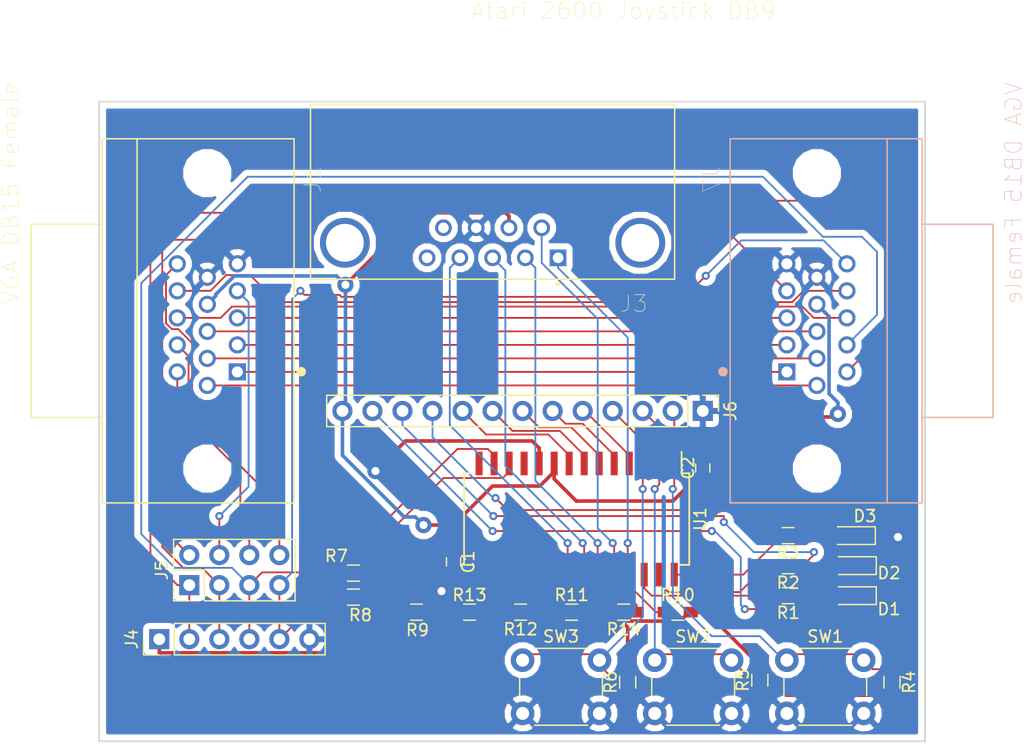
<source format=kicad_pcb>
(kicad_pcb (version 20171130) (host pcbnew "(5.0.1-3-g963ef8bb5)")

  (general
    (thickness 1.6)
    (drawings 4)
    (tracks 385)
    (zones 0)
    (modules 29)
    (nets 45)
  )

  (page A4)
  (layers
    (0 F.Cu signal)
    (31 B.Cu signal)
    (33 F.Adhes user)
    (34 B.Paste user)
    (35 F.Paste user)
    (36 B.SilkS user)
    (37 F.SilkS user)
    (38 B.Mask user)
    (39 F.Mask user)
    (40 Dwgs.User user)
    (41 Cmts.User user)
    (42 Eco1.User user)
    (43 Eco2.User user)
    (44 Edge.Cuts user)
    (45 Margin user)
    (46 B.CrtYd user)
    (47 F.CrtYd user)
    (49 F.Fab user)
  )

  (setup
    (last_trace_width 0.1524)
    (trace_clearance 0.1524)
    (zone_clearance 0.508)
    (zone_45_only no)
    (trace_min 0.1524)
    (segment_width 0.2)
    (edge_width 0.15)
    (via_size 0.6858)
    (via_drill 0.3302)
    (via_min_size 0.508)
    (via_min_drill 0.254)
    (uvia_size 0.6858)
    (uvia_drill 0.3302)
    (uvias_allowed no)
    (uvia_min_size 0.2)
    (uvia_min_drill 0.1)
    (pcb_text_width 0.3)
    (pcb_text_size 1.5 1.5)
    (mod_edge_width 0.15)
    (mod_text_size 1 1)
    (mod_text_width 0.15)
    (pad_size 1.524 1.524)
    (pad_drill 0.762)
    (pad_to_mask_clearance 0.0508)
    (solder_mask_min_width 0.25)
    (aux_axis_origin 0 0)
    (visible_elements FFFFFF7F)
    (pcbplotparams
      (layerselection 0x010fc_ffffffff)
      (usegerberextensions false)
      (usegerberattributes false)
      (usegerberadvancedattributes false)
      (creategerberjobfile false)
      (excludeedgelayer true)
      (linewidth 0.100000)
      (plotframeref false)
      (viasonmask false)
      (mode 1)
      (useauxorigin false)
      (hpglpennumber 1)
      (hpglpenspeed 20)
      (hpglpendiameter 15.000000)
      (psnegative false)
      (psa4output false)
      (plotreference true)
      (plotvalue true)
      (plotinvisibletext false)
      (padsonsilk false)
      (subtractmaskfromsilk false)
      (outputformat 1)
      (mirror false)
      (drillshape 1)
      (scaleselection 1)
      (outputdirectory ""))
  )

  (net 0 "")
  (net 1 GND)
  (net 2 +5V)
  (net 3 "Net-(D1-Pad2)")
  (net 4 "Net-(D2-Pad2)")
  (net 5 "Net-(D3-Pad2)")
  (net 6 /ddc_scl_f)
  (net 7 /vsync)
  (net 8 /hsync)
  (net 9 /ddc_sda_f)
  (net 10 /rsvd0_f)
  (net 11 /blue_ret)
  (net 12 /green_ret)
  (net 13 /red_ret)
  (net 14 /rsvd2_f)
  (net 15 /blue)
  (net 16 /green)
  (net 17 /red)
  (net 18 /rsvd2_m)
  (net 19 /ddc_sda_m)
  (net 20 /ddc_scl_m)
  (net 21 /up)
  (net 22 /down)
  (net 23 /left)
  (net 24 /right)
  (net 25 /paddle_b)
  (net 26 /trigger)
  (net 27 /paddle_a)
  (net 28 "Net-(J6-Pad9)")
  (net 29 "Net-(J6-Pad8)")
  (net 30 "Net-(J6-Pad7)")
  (net 31 "Net-(J6-Pad6)")
  (net 32 "Net-(J6-Pad5)")
  (net 33 "Net-(J6-Pad4)")
  (net 34 "Net-(J6-Pad3)")
  (net 35 "Net-(J6-Pad2)")
  (net 36 "Net-(R1-Pad2)")
  (net 37 "Net-(R2-Pad2)")
  (net 38 "Net-(R3-Pad2)")
  (net 39 "Net-(U1-Pad14)")
  (net 40 "Net-(U1-Pad11)")
  (net 41 "Net-(U1-Pad20)")
  (net 42 "Net-(U1-Pad19)")
  (net 43 /rsvd0_m)
  (net 44 /rstn)

  (net_class Default "This is the default net class."
    (clearance 0.1524)
    (trace_width 0.1524)
    (via_dia 0.6858)
    (via_drill 0.3302)
    (uvia_dia 0.6858)
    (uvia_drill 0.3302)
    (add_net /blue)
    (add_net /blue_ret)
    (add_net /ddc_scl_f)
    (add_net /ddc_scl_m)
    (add_net /ddc_sda_f)
    (add_net /ddc_sda_m)
    (add_net /down)
    (add_net /green)
    (add_net /green_ret)
    (add_net /hsync)
    (add_net /left)
    (add_net /paddle_a)
    (add_net /paddle_b)
    (add_net /red)
    (add_net /red_ret)
    (add_net /right)
    (add_net /rstn)
    (add_net /rsvd0_f)
    (add_net /rsvd0_m)
    (add_net /rsvd2_f)
    (add_net /rsvd2_m)
    (add_net /trigger)
    (add_net /up)
    (add_net /vsync)
    (add_net "Net-(D1-Pad2)")
    (add_net "Net-(D2-Pad2)")
    (add_net "Net-(D3-Pad2)")
    (add_net "Net-(J6-Pad2)")
    (add_net "Net-(J6-Pad3)")
    (add_net "Net-(J6-Pad4)")
    (add_net "Net-(J6-Pad5)")
    (add_net "Net-(J6-Pad6)")
    (add_net "Net-(J6-Pad7)")
    (add_net "Net-(J6-Pad8)")
    (add_net "Net-(J6-Pad9)")
    (add_net "Net-(R1-Pad2)")
    (add_net "Net-(R2-Pad2)")
    (add_net "Net-(R3-Pad2)")
    (add_net "Net-(U1-Pad11)")
    (add_net "Net-(U1-Pad14)")
    (add_net "Net-(U1-Pad19)")
    (add_net "Net-(U1-Pad20)")
  )

  (net_class 5V ""
    (clearance 0.1524)
    (trace_width 0.3048)
    (via_dia 1.3716)
    (via_drill 0.6858)
    (uvia_dia 0.6858)
    (uvia_drill 0.3302)
    (add_net +5V)
    (add_net GND)
  )

  (module Resistors_SMD:R_0603_HandSoldering (layer F.Cu) (tedit 58E0A804) (tstamp 5C36E9F0)
    (at 68.75 93.726)
    (descr "Resistor SMD 0603, hand soldering")
    (tags "resistor 0603")
    (path /5C49DBA1)
    (attr smd)
    (fp_text reference R7 (at -1.44 -1.45) (layer F.SilkS)
      (effects (font (size 1 1) (thickness 0.15)))
    )
    (fp_text value NS (at 3.64 0) (layer F.Fab)
      (effects (font (size 1 1) (thickness 0.15)))
    )
    (fp_text user %R (at 0 0) (layer F.Fab)
      (effects (font (size 0.4 0.4) (thickness 0.075)))
    )
    (fp_line (start -0.8 0.4) (end -0.8 -0.4) (layer F.Fab) (width 0.1))
    (fp_line (start 0.8 0.4) (end -0.8 0.4) (layer F.Fab) (width 0.1))
    (fp_line (start 0.8 -0.4) (end 0.8 0.4) (layer F.Fab) (width 0.1))
    (fp_line (start -0.8 -0.4) (end 0.8 -0.4) (layer F.Fab) (width 0.1))
    (fp_line (start 0.5 0.68) (end -0.5 0.68) (layer F.SilkS) (width 0.12))
    (fp_line (start -0.5 -0.68) (end 0.5 -0.68) (layer F.SilkS) (width 0.12))
    (fp_line (start -1.96 -0.7) (end 1.95 -0.7) (layer F.CrtYd) (width 0.05))
    (fp_line (start -1.96 -0.7) (end -1.96 0.7) (layer F.CrtYd) (width 0.05))
    (fp_line (start 1.95 0.7) (end 1.95 -0.7) (layer F.CrtYd) (width 0.05))
    (fp_line (start 1.95 0.7) (end -1.96 0.7) (layer F.CrtYd) (width 0.05))
    (pad 1 smd rect (at -1.1 0) (size 1.2 0.9) (layers F.Cu F.Paste F.Mask)
      (net 19 /ddc_sda_m))
    (pad 2 smd rect (at 1.1 0) (size 1.2 0.9) (layers F.Cu F.Paste F.Mask)
      (net 2 +5V))
    (model ${KISYS3DMOD}/Resistors_SMD.3dshapes/R_0603.wrl
      (at (xyz 0 0 0))
      (scale (xyz 1 1 1))
      (rotate (xyz 0 0 0))
    )
  )

  (module Housings_SOIC:SOIC-28W_7.5x18.7mm_Pitch1.27mm (layer F.Cu) (tedit 5975F53C) (tstamp 5C37242F)
    (at 87.63 89.154 270)
    (descr "28-Lead Plastic Small Outline (SO) - Wide, 7.50 mm X 18.7 mm Body [SOIC] (https://www.akm.com/akm/en/file/datasheet/AK5394AVS.pdf)")
    (tags "SOIC 1.27")
    (path /5C37B2E0)
    (attr smd)
    (fp_text reference U1 (at 0 -10.45 270) (layer F.SilkS)
      (effects (font (size 1 1) (thickness 0.15)))
    )
    (fp_text value MCP23017_SO (at 0 10.45 270) (layer F.Fab)
      (effects (font (size 1 1) (thickness 0.15)))
    )
    (fp_line (start -3.875 -8.875) (end -5.7 -8.875) (layer F.SilkS) (width 0.15))
    (fp_line (start -3.875 9.525) (end 3.875 9.525) (layer F.SilkS) (width 0.15))
    (fp_line (start -3.875 -9.525) (end 3.875 -9.525) (layer F.SilkS) (width 0.15))
    (fp_line (start -3.875 9.525) (end -3.875 8.78) (layer F.SilkS) (width 0.15))
    (fp_line (start 3.875 9.525) (end 3.875 8.78) (layer F.SilkS) (width 0.15))
    (fp_line (start 3.875 -9.525) (end 3.875 -8.78) (layer F.SilkS) (width 0.15))
    (fp_line (start -3.875 -9.525) (end -3.875 -8.875) (layer F.SilkS) (width 0.15))
    (fp_line (start -5.95 9.7) (end 5.95 9.7) (layer F.CrtYd) (width 0.05))
    (fp_line (start -5.95 -9.7) (end 5.95 -9.7) (layer F.CrtYd) (width 0.05))
    (fp_line (start 5.95 -9.7) (end 5.95 9.7) (layer F.CrtYd) (width 0.05))
    (fp_line (start -5.95 -9.7) (end -5.95 9.7) (layer F.CrtYd) (width 0.05))
    (fp_line (start -3.75 -8.35) (end -2.75 -9.35) (layer F.Fab) (width 0.15))
    (fp_line (start -3.75 9.35) (end -3.75 -8.35) (layer F.Fab) (width 0.15))
    (fp_line (start 3.75 9.35) (end -3.75 9.35) (layer F.Fab) (width 0.15))
    (fp_line (start 3.75 -9.35) (end 3.75 9.35) (layer F.Fab) (width 0.15))
    (fp_line (start -2.75 -9.35) (end 3.75 -9.35) (layer F.Fab) (width 0.15))
    (fp_text user %R (at 0 0 270) (layer F.Fab)
      (effects (font (size 1 1) (thickness 0.15)))
    )
    (pad 28 smd rect (at 4.7 -8.255 270) (size 2 0.6) (layers F.Cu F.Paste F.Mask)
      (net 38 "Net-(R3-Pad2)"))
    (pad 27 smd rect (at 4.7 -6.985 270) (size 2 0.6) (layers F.Cu F.Paste F.Mask)
      (net 37 "Net-(R2-Pad2)"))
    (pad 26 smd rect (at 4.7 -5.715 270) (size 2 0.6) (layers F.Cu F.Paste F.Mask)
      (net 36 "Net-(R1-Pad2)"))
    (pad 25 smd rect (at 4.7 -4.445 270) (size 2 0.6) (layers F.Cu F.Paste F.Mask)
      (net 21 /up))
    (pad 24 smd rect (at 4.7 -3.175 270) (size 2 0.6) (layers F.Cu F.Paste F.Mask)
      (net 26 /trigger))
    (pad 23 smd rect (at 4.7 -1.905 270) (size 2 0.6) (layers F.Cu F.Paste F.Mask)
      (net 22 /down))
    (pad 22 smd rect (at 4.7 -0.635 270) (size 2 0.6) (layers F.Cu F.Paste F.Mask)
      (net 23 /left))
    (pad 21 smd rect (at 4.7 0.635 270) (size 2 0.6) (layers F.Cu F.Paste F.Mask)
      (net 24 /right))
    (pad 20 smd rect (at 4.7 1.905 270) (size 2 0.6) (layers F.Cu F.Paste F.Mask)
      (net 41 "Net-(U1-Pad20)"))
    (pad 19 smd rect (at 4.7 3.175 270) (size 2 0.6) (layers F.Cu F.Paste F.Mask)
      (net 42 "Net-(U1-Pad19)"))
    (pad 18 smd rect (at 4.7 4.445 270) (size 2 0.6) (layers F.Cu F.Paste F.Mask)
      (net 44 /rstn))
    (pad 17 smd rect (at 4.7 5.715 270) (size 2 0.6) (layers F.Cu F.Paste F.Mask)
      (net 1 GND))
    (pad 16 smd rect (at 4.7 6.985 270) (size 2 0.6) (layers F.Cu F.Paste F.Mask)
      (net 1 GND))
    (pad 15 smd rect (at 4.7 8.255 270) (size 2 0.6) (layers F.Cu F.Paste F.Mask)
      (net 1 GND))
    (pad 14 smd rect (at -4.7 8.255 270) (size 2 0.6) (layers F.Cu F.Paste F.Mask)
      (net 39 "Net-(U1-Pad14)"))
    (pad 13 smd rect (at -4.7 6.985 270) (size 2 0.6) (layers F.Cu F.Paste F.Mask)
      (net 19 /ddc_sda_m))
    (pad 12 smd rect (at -4.7 5.715 270) (size 2 0.6) (layers F.Cu F.Paste F.Mask)
      (net 20 /ddc_scl_m))
    (pad 11 smd rect (at -4.7 4.445 270) (size 2 0.6) (layers F.Cu F.Paste F.Mask)
      (net 40 "Net-(U1-Pad11)"))
    (pad 10 smd rect (at -4.7 3.175 270) (size 2 0.6) (layers F.Cu F.Paste F.Mask)
      (net 1 GND))
    (pad 9 smd rect (at -4.7 1.905 270) (size 2 0.6) (layers F.Cu F.Paste F.Mask)
      (net 2 +5V))
    (pad 8 smd rect (at -4.7 0.635 270) (size 2 0.6) (layers F.Cu F.Paste F.Mask)
      (net 28 "Net-(J6-Pad9)"))
    (pad 7 smd rect (at -4.7 -0.635 270) (size 2 0.6) (layers F.Cu F.Paste F.Mask)
      (net 29 "Net-(J6-Pad8)"))
    (pad 6 smd rect (at -4.7 -1.905 270) (size 2 0.6) (layers F.Cu F.Paste F.Mask)
      (net 30 "Net-(J6-Pad7)"))
    (pad 5 smd rect (at -4.7 -3.175 270) (size 2 0.6) (layers F.Cu F.Paste F.Mask)
      (net 31 "Net-(J6-Pad6)"))
    (pad 4 smd rect (at -4.7 -4.445 270) (size 2 0.6) (layers F.Cu F.Paste F.Mask)
      (net 32 "Net-(J6-Pad5)"))
    (pad 3 smd rect (at -4.7 -5.715 270) (size 2 0.6) (layers F.Cu F.Paste F.Mask)
      (net 33 "Net-(J6-Pad4)"))
    (pad 2 smd rect (at -4.7 -6.985 270) (size 2 0.6) (layers F.Cu F.Paste F.Mask)
      (net 34 "Net-(J6-Pad3)"))
    (pad 1 smd rect (at -4.7 -8.255 270) (size 2 0.6) (layers F.Cu F.Paste F.Mask)
      (net 35 "Net-(J6-Pad2)"))
    (model ${KISYS3DMOD}/Housings_SOIC.3dshapes/SOIC-28W_7.5x18.7mm_Pitch1.27mm.wrl
      (at (xyz 0 0 0))
      (scale (xyz 1 1 1))
      (rotate (xyz 0 0 0))
    )
  )

  (module Pin_Headers:Pin_Header_Straight_2x04_Pitch2.54mm (layer F.Cu) (tedit 59650532) (tstamp 5C35D448)
    (at 54.864 94.742 90)
    (descr "Through hole straight pin header, 2x04, 2.54mm pitch, double rows")
    (tags "Through hole pin header THT 2x04 2.54mm double row")
    (path /5C39C04F)
    (fp_text reference J5 (at 1.27 -2.33 90) (layer F.SilkS)
      (effects (font (size 1 1) (thickness 0.15)))
    )
    (fp_text value Jumpers (at 1.27 9.95 90) (layer F.Fab)
      (effects (font (size 1 1) (thickness 0.15)))
    )
    (fp_text user %R (at 1.27 3.81 180) (layer F.Fab)
      (effects (font (size 1 1) (thickness 0.15)))
    )
    (fp_line (start 4.35 -1.8) (end -1.8 -1.8) (layer F.CrtYd) (width 0.05))
    (fp_line (start 4.35 9.4) (end 4.35 -1.8) (layer F.CrtYd) (width 0.05))
    (fp_line (start -1.8 9.4) (end 4.35 9.4) (layer F.CrtYd) (width 0.05))
    (fp_line (start -1.8 -1.8) (end -1.8 9.4) (layer F.CrtYd) (width 0.05))
    (fp_line (start -1.33 -1.33) (end 0 -1.33) (layer F.SilkS) (width 0.12))
    (fp_line (start -1.33 0) (end -1.33 -1.33) (layer F.SilkS) (width 0.12))
    (fp_line (start 1.27 -1.33) (end 3.87 -1.33) (layer F.SilkS) (width 0.12))
    (fp_line (start 1.27 1.27) (end 1.27 -1.33) (layer F.SilkS) (width 0.12))
    (fp_line (start -1.33 1.27) (end 1.27 1.27) (layer F.SilkS) (width 0.12))
    (fp_line (start 3.87 -1.33) (end 3.87 8.95) (layer F.SilkS) (width 0.12))
    (fp_line (start -1.33 1.27) (end -1.33 8.95) (layer F.SilkS) (width 0.12))
    (fp_line (start -1.33 8.95) (end 3.87 8.95) (layer F.SilkS) (width 0.12))
    (fp_line (start -1.27 0) (end 0 -1.27) (layer F.Fab) (width 0.1))
    (fp_line (start -1.27 8.89) (end -1.27 0) (layer F.Fab) (width 0.1))
    (fp_line (start 3.81 8.89) (end -1.27 8.89) (layer F.Fab) (width 0.1))
    (fp_line (start 3.81 -1.27) (end 3.81 8.89) (layer F.Fab) (width 0.1))
    (fp_line (start 0 -1.27) (end 3.81 -1.27) (layer F.Fab) (width 0.1))
    (pad 8 thru_hole oval (at 2.54 7.62 90) (size 1.7 1.7) (drill 1) (layers *.Cu *.Mask)
      (net 6 /ddc_scl_f))
    (pad 7 thru_hole oval (at 0 7.62 90) (size 1.7 1.7) (drill 1) (layers *.Cu *.Mask)
      (net 20 /ddc_scl_m))
    (pad 6 thru_hole oval (at 2.54 5.08 90) (size 1.7 1.7) (drill 1) (layers *.Cu *.Mask)
      (net 9 /ddc_sda_f))
    (pad 5 thru_hole oval (at 0 5.08 90) (size 1.7 1.7) (drill 1) (layers *.Cu *.Mask)
      (net 19 /ddc_sda_m))
    (pad 4 thru_hole oval (at 2.54 2.54 90) (size 1.7 1.7) (drill 1) (layers *.Cu *.Mask)
      (net 14 /rsvd2_f))
    (pad 3 thru_hole oval (at 0 2.54 90) (size 1.7 1.7) (drill 1) (layers *.Cu *.Mask)
      (net 18 /rsvd2_m))
    (pad 2 thru_hole oval (at 2.54 0 90) (size 1.7 1.7) (drill 1) (layers *.Cu *.Mask)
      (net 10 /rsvd0_f))
    (pad 1 thru_hole rect (at 0 0 90) (size 1.7 1.7) (drill 1) (layers *.Cu *.Mask)
      (net 43 /rsvd0_m))
    (model ${KISYS3DMOD}/Pin_Headers.3dshapes/Pin_Header_Straight_2x04_Pitch2.54mm.wrl
      (at (xyz 0 0 0))
      (scale (xyz 1 1 1))
      (rotate (xyz 0 0 0))
    )
  )

  (module Capacitors_SMD:C_0603_HandSoldering (layer F.Cu) (tedit 58AA848B) (tstamp 5C35AB2E)
    (at 77.216 92.776 270)
    (descr "Capacitor SMD 0603, hand soldering")
    (tags "capacitor 0603")
    (path /5C55E218)
    (attr smd)
    (fp_text reference C1 (at 0 -1.25 270) (layer F.SilkS)
      (effects (font (size 1 1) (thickness 0.15)))
    )
    (fp_text value C (at 0 1.5 270) (layer F.Fab)
      (effects (font (size 1 1) (thickness 0.15)))
    )
    (fp_text user %R (at 0 -1.25 270) (layer F.Fab)
      (effects (font (size 1 1) (thickness 0.15)))
    )
    (fp_line (start -0.8 0.4) (end -0.8 -0.4) (layer F.Fab) (width 0.1))
    (fp_line (start 0.8 0.4) (end -0.8 0.4) (layer F.Fab) (width 0.1))
    (fp_line (start 0.8 -0.4) (end 0.8 0.4) (layer F.Fab) (width 0.1))
    (fp_line (start -0.8 -0.4) (end 0.8 -0.4) (layer F.Fab) (width 0.1))
    (fp_line (start -0.35 -0.6) (end 0.35 -0.6) (layer F.SilkS) (width 0.12))
    (fp_line (start 0.35 0.6) (end -0.35 0.6) (layer F.SilkS) (width 0.12))
    (fp_line (start -1.8 -0.65) (end 1.8 -0.65) (layer F.CrtYd) (width 0.05))
    (fp_line (start -1.8 -0.65) (end -1.8 0.65) (layer F.CrtYd) (width 0.05))
    (fp_line (start 1.8 0.65) (end 1.8 -0.65) (layer F.CrtYd) (width 0.05))
    (fp_line (start 1.8 0.65) (end -1.8 0.65) (layer F.CrtYd) (width 0.05))
    (pad 1 smd rect (at -0.95 0 270) (size 1.2 0.75) (layers F.Cu F.Paste F.Mask)
      (net 2 +5V))
    (pad 2 smd rect (at 0.95 0 270) (size 1.2 0.75) (layers F.Cu F.Paste F.Mask)
      (net 1 GND))
    (model Capacitors_SMD.3dshapes/C_0603.wrl
      (at (xyz 0 0 0))
      (scale (xyz 1 1 1))
      (rotate (xyz 0 0 0))
    )
  )

  (module Capacitors_SMD:C_0603_HandSoldering (layer F.Cu) (tedit 58AA848B) (tstamp 5C36FACA)
    (at 98.298 84.836 90)
    (descr "Capacitor SMD 0603, hand soldering")
    (tags "capacitor 0603")
    (path /5C55E2DD)
    (attr smd)
    (fp_text reference C2 (at 0 -1.25 90) (layer F.SilkS)
      (effects (font (size 1 1) (thickness 0.15)))
    )
    (fp_text value C (at 0 1.5 90) (layer F.Fab)
      (effects (font (size 1 1) (thickness 0.15)))
    )
    (fp_text user %R (at 0 -1.25 90) (layer F.Fab)
      (effects (font (size 1 1) (thickness 0.15)))
    )
    (fp_line (start -0.8 0.4) (end -0.8 -0.4) (layer F.Fab) (width 0.1))
    (fp_line (start 0.8 0.4) (end -0.8 0.4) (layer F.Fab) (width 0.1))
    (fp_line (start 0.8 -0.4) (end 0.8 0.4) (layer F.Fab) (width 0.1))
    (fp_line (start -0.8 -0.4) (end 0.8 -0.4) (layer F.Fab) (width 0.1))
    (fp_line (start -0.35 -0.6) (end 0.35 -0.6) (layer F.SilkS) (width 0.12))
    (fp_line (start 0.35 0.6) (end -0.35 0.6) (layer F.SilkS) (width 0.12))
    (fp_line (start -1.8 -0.65) (end 1.8 -0.65) (layer F.CrtYd) (width 0.05))
    (fp_line (start -1.8 -0.65) (end -1.8 0.65) (layer F.CrtYd) (width 0.05))
    (fp_line (start 1.8 0.65) (end 1.8 -0.65) (layer F.CrtYd) (width 0.05))
    (fp_line (start 1.8 0.65) (end -1.8 0.65) (layer F.CrtYd) (width 0.05))
    (pad 1 smd rect (at -0.95 0 90) (size 1.2 0.75) (layers F.Cu F.Paste F.Mask)
      (net 2 +5V))
    (pad 2 smd rect (at 0.95 0 90) (size 1.2 0.75) (layers F.Cu F.Paste F.Mask)
      (net 1 GND))
    (model Capacitors_SMD.3dshapes/C_0603.wrl
      (at (xyz 0 0 0))
      (scale (xyz 1 1 1))
      (rotate (xyz 0 0 0))
    )
  )

  (module LEDs:LED_0805_HandSoldering (layer F.Cu) (tedit 595FCA25) (tstamp 5C35AB54)
    (at 110.768651 95.635783 180)
    (descr "Resistor SMD 0805, hand soldering")
    (tags "resistor 0805")
    (path /5C3DCF27)
    (attr smd)
    (fp_text reference D1 (at -3.277349 -1.138217 180) (layer F.SilkS)
      (effects (font (size 1 1) (thickness 0.15)))
    )
    (fp_text value LED (at -3.785349 0.385783 180) (layer F.Fab)
      (effects (font (size 1 1) (thickness 0.15)))
    )
    (fp_line (start -0.4 -0.4) (end -0.4 0.4) (layer F.Fab) (width 0.1))
    (fp_line (start -0.4 0) (end 0.2 -0.4) (layer F.Fab) (width 0.1))
    (fp_line (start 0.2 0.4) (end -0.4 0) (layer F.Fab) (width 0.1))
    (fp_line (start 0.2 -0.4) (end 0.2 0.4) (layer F.Fab) (width 0.1))
    (fp_line (start -1 0.62) (end -1 -0.62) (layer F.Fab) (width 0.1))
    (fp_line (start 1 0.62) (end -1 0.62) (layer F.Fab) (width 0.1))
    (fp_line (start 1 -0.62) (end 1 0.62) (layer F.Fab) (width 0.1))
    (fp_line (start -1 -0.62) (end 1 -0.62) (layer F.Fab) (width 0.1))
    (fp_line (start 1 0.75) (end -2.2 0.75) (layer F.SilkS) (width 0.12))
    (fp_line (start -2.2 -0.75) (end 1 -0.75) (layer F.SilkS) (width 0.12))
    (fp_line (start -2.35 -0.9) (end 2.35 -0.9) (layer F.CrtYd) (width 0.05))
    (fp_line (start -2.35 -0.9) (end -2.35 0.9) (layer F.CrtYd) (width 0.05))
    (fp_line (start 2.35 0.9) (end 2.35 -0.9) (layer F.CrtYd) (width 0.05))
    (fp_line (start 2.35 0.9) (end -2.35 0.9) (layer F.CrtYd) (width 0.05))
    (fp_line (start -2.2 -0.75) (end -2.2 0.75) (layer F.SilkS) (width 0.12))
    (pad 1 smd rect (at -1.35 0 180) (size 1.5 1.3) (layers F.Cu F.Paste F.Mask)
      (net 1 GND))
    (pad 2 smd rect (at 1.35 0 180) (size 1.5 1.3) (layers F.Cu F.Paste F.Mask)
      (net 3 "Net-(D1-Pad2)"))
    (model ${KISYS3DMOD}/LEDs.3dshapes/LED_0805.wrl
      (at (xyz 0 0 0))
      (scale (xyz 1 1 1))
      (rotate (xyz 0 0 0))
    )
  )

  (module LEDs:LED_0805_HandSoldering (layer F.Cu) (tedit 595FCA25) (tstamp 5C37422F)
    (at 110.768651 93.095783 180)
    (descr "Resistor SMD 0805, hand soldering")
    (tags "resistor 0805")
    (path /5C3D3781)
    (attr smd)
    (fp_text reference D2 (at -3.277349 -0.630217 180) (layer F.SilkS)
      (effects (font (size 1 1) (thickness 0.15)))
    )
    (fp_text value LED (at -3.785349 0.893783 180) (layer F.Fab)
      (effects (font (size 1 1) (thickness 0.15)))
    )
    (fp_line (start -0.4 -0.4) (end -0.4 0.4) (layer F.Fab) (width 0.1))
    (fp_line (start -0.4 0) (end 0.2 -0.4) (layer F.Fab) (width 0.1))
    (fp_line (start 0.2 0.4) (end -0.4 0) (layer F.Fab) (width 0.1))
    (fp_line (start 0.2 -0.4) (end 0.2 0.4) (layer F.Fab) (width 0.1))
    (fp_line (start -1 0.62) (end -1 -0.62) (layer F.Fab) (width 0.1))
    (fp_line (start 1 0.62) (end -1 0.62) (layer F.Fab) (width 0.1))
    (fp_line (start 1 -0.62) (end 1 0.62) (layer F.Fab) (width 0.1))
    (fp_line (start -1 -0.62) (end 1 -0.62) (layer F.Fab) (width 0.1))
    (fp_line (start 1 0.75) (end -2.2 0.75) (layer F.SilkS) (width 0.12))
    (fp_line (start -2.2 -0.75) (end 1 -0.75) (layer F.SilkS) (width 0.12))
    (fp_line (start -2.35 -0.9) (end 2.35 -0.9) (layer F.CrtYd) (width 0.05))
    (fp_line (start -2.35 -0.9) (end -2.35 0.9) (layer F.CrtYd) (width 0.05))
    (fp_line (start 2.35 0.9) (end 2.35 -0.9) (layer F.CrtYd) (width 0.05))
    (fp_line (start 2.35 0.9) (end -2.35 0.9) (layer F.CrtYd) (width 0.05))
    (fp_line (start -2.2 -0.75) (end -2.2 0.75) (layer F.SilkS) (width 0.12))
    (pad 1 smd rect (at -1.35 0 180) (size 1.5 1.3) (layers F.Cu F.Paste F.Mask)
      (net 1 GND))
    (pad 2 smd rect (at 1.35 0 180) (size 1.5 1.3) (layers F.Cu F.Paste F.Mask)
      (net 4 "Net-(D2-Pad2)"))
    (model ${KISYS3DMOD}/LEDs.3dshapes/LED_0805.wrl
      (at (xyz 0 0 0))
      (scale (xyz 1 1 1))
      (rotate (xyz 0 0 0))
    )
  )

  (module LEDs:LED_0805_HandSoldering (layer F.Cu) (tedit 595FCA25) (tstamp 5C35AB7E)
    (at 110.688651 90.555783 180)
    (descr "Resistor SMD 0805, hand soldering")
    (tags "resistor 0805")
    (path /5C3DB117)
    (attr smd)
    (fp_text reference D3 (at -1.325349 1.655783 180) (layer F.SilkS)
      (effects (font (size 1 1) (thickness 0.15)))
    )
    (fp_text value LED (at -3.611349 1.147783 180) (layer F.Fab)
      (effects (font (size 1 1) (thickness 0.15)))
    )
    (fp_line (start -0.4 -0.4) (end -0.4 0.4) (layer F.Fab) (width 0.1))
    (fp_line (start -0.4 0) (end 0.2 -0.4) (layer F.Fab) (width 0.1))
    (fp_line (start 0.2 0.4) (end -0.4 0) (layer F.Fab) (width 0.1))
    (fp_line (start 0.2 -0.4) (end 0.2 0.4) (layer F.Fab) (width 0.1))
    (fp_line (start -1 0.62) (end -1 -0.62) (layer F.Fab) (width 0.1))
    (fp_line (start 1 0.62) (end -1 0.62) (layer F.Fab) (width 0.1))
    (fp_line (start 1 -0.62) (end 1 0.62) (layer F.Fab) (width 0.1))
    (fp_line (start -1 -0.62) (end 1 -0.62) (layer F.Fab) (width 0.1))
    (fp_line (start 1 0.75) (end -2.2 0.75) (layer F.SilkS) (width 0.12))
    (fp_line (start -2.2 -0.75) (end 1 -0.75) (layer F.SilkS) (width 0.12))
    (fp_line (start -2.35 -0.9) (end 2.35 -0.9) (layer F.CrtYd) (width 0.05))
    (fp_line (start -2.35 -0.9) (end -2.35 0.9) (layer F.CrtYd) (width 0.05))
    (fp_line (start 2.35 0.9) (end 2.35 -0.9) (layer F.CrtYd) (width 0.05))
    (fp_line (start 2.35 0.9) (end -2.35 0.9) (layer F.CrtYd) (width 0.05))
    (fp_line (start -2.2 -0.75) (end -2.2 0.75) (layer F.SilkS) (width 0.12))
    (pad 1 smd rect (at -1.35 0 180) (size 1.5 1.3) (layers F.Cu F.Paste F.Mask)
      (net 1 GND))
    (pad 2 smd rect (at 1.35 0 180) (size 1.5 1.3) (layers F.Cu F.Paste F.Mask)
      (net 5 "Net-(D3-Pad2)"))
    (model ${KISYS3DMOD}/LEDs.3dshapes/LED_0805.wrl
      (at (xyz 0 0 0))
      (scale (xyz 1 1 1))
      (rotate (xyz 0 0 0))
    )
  )

  (module 181-015-213R561:NORCOMP_181-015-213R561 (layer F.Cu) (tedit 0) (tstamp 5C35ABB4)
    (at 56.388 72.39 270)
    (path /5C35686A)
    (fp_text reference J1 (at -11.9651 -8.90471 270) (layer F.SilkS)
      (effects (font (size 1.40247 1.40247) (thickness 0.05)))
    )
    (fp_text value "VGA DB15 Female" (at -10.8155 16.6271 270) (layer F.SilkS)
      (effects (font (size 1.40135 1.40135) (thickness 0.05)))
    )
    (fp_line (start -15.65 9.14) (end -15.65 -7.59) (layer Eco1.User) (width 0.05))
    (fp_line (start -8.42 9.14) (end -15.65 9.14) (layer Eco1.User) (width 0.05))
    (fp_line (start -8.42 15.15) (end -8.42 9.14) (layer Eco1.User) (width 0.05))
    (fp_line (start 8.42 15.15) (end -8.42 15.15) (layer Eco1.User) (width 0.05))
    (fp_line (start 8.42 9.14) (end 8.42 15.15) (layer Eco1.User) (width 0.05))
    (fp_line (start 15.65 9.14) (end 8.42 9.14) (layer Eco1.User) (width 0.05))
    (fp_line (start 15.65 -7.59) (end 15.65 9.14) (layer Eco1.User) (width 0.05))
    (fp_line (start -15.65 -7.59) (end 15.65 -7.59) (layer Eco1.User) (width 0.05))
    (fp_circle (center 4.3 -7.946) (end 4.5 -7.946) (layer F.SilkS) (width 0.4))
    (fp_line (start 15.4 5.94) (end -15.4 5.94) (layer F.SilkS) (width 0.127))
    (fp_line (start -15.4 5.94) (end -15.4 8.89) (layer F.SilkS) (width 0.127))
    (fp_line (start -15.4 -7.34) (end -15.4 5.94) (layer F.SilkS) (width 0.127))
    (fp_line (start 15.4 -7.34) (end -15.4 -7.34) (layer F.SilkS) (width 0.127))
    (fp_line (start 15.4 5.94) (end 15.4 -7.34) (layer F.SilkS) (width 0.127))
    (fp_line (start 15.4 8.89) (end 15.4 5.94) (layer F.SilkS) (width 0.127))
    (fp_line (start 8.17 14.9) (end 8.17 8.89) (layer F.SilkS) (width 0.127))
    (fp_line (start -8.17 14.9) (end 8.17 14.9) (layer F.SilkS) (width 0.127))
    (fp_line (start -8.17 8.89) (end -8.17 14.9) (layer F.SilkS) (width 0.127))
    (fp_line (start -15.4 8.89) (end -8.17 8.89) (layer F.SilkS) (width 0.127))
    (fp_line (start 8.17 8.89) (end -8.17 8.89) (layer F.SilkS) (width 0.127))
    (fp_line (start 8.17 8.89) (end 15.4 8.89) (layer F.SilkS) (width 0.127))
    (fp_line (start 15.4 5.94) (end -15.4 5.94) (layer Dwgs.User) (width 0.127))
    (fp_line (start -15.4 5.94) (end -15.4 8.89) (layer Dwgs.User) (width 0.127))
    (fp_line (start -15.4 -7.34) (end -15.4 5.94) (layer Dwgs.User) (width 0.127))
    (fp_line (start 15.4 -7.34) (end -15.4 -7.34) (layer Dwgs.User) (width 0.127))
    (fp_line (start 15.4 5.94) (end 15.4 -7.34) (layer Dwgs.User) (width 0.127))
    (fp_line (start 15.4 8.89) (end 15.4 5.94) (layer Dwgs.User) (width 0.127))
    (fp_line (start 8.17 14.9) (end 8.17 8.89) (layer Dwgs.User) (width 0.127))
    (fp_line (start -8.17 14.9) (end 8.17 14.9) (layer Dwgs.User) (width 0.127))
    (fp_line (start -8.17 8.89) (end -8.17 14.9) (layer Dwgs.User) (width 0.127))
    (fp_line (start -15.4 8.89) (end -8.17 8.89) (layer Dwgs.User) (width 0.127))
    (fp_line (start 8.17 8.89) (end -8.17 8.89) (layer Dwgs.User) (width 0.127))
    (fp_line (start 8.17 8.89) (end 15.4 8.89) (layer Dwgs.User) (width 0.127))
    (pad Hole np_thru_hole circle (at -12.4968 0 270) (size 3.048 3.048) (drill 3.048) (layers *.Cu *.Mask F.SilkS))
    (pad Hole np_thru_hole circle (at 12.4968 0 270) (size 3.048 3.048) (drill 3.048) (layers *.Cu *.Mask F.SilkS))
    (pad 15 thru_hole circle (at -4.826 2.54 270) (size 1.4478 1.4478) (drill 0.9398) (layers *.Cu *.Mask)
      (net 6 /ddc_scl_f))
    (pad 14 thru_hole circle (at -2.54 2.54 270) (size 1.4478 1.4478) (drill 0.9398) (layers *.Cu *.Mask)
      (net 7 /vsync))
    (pad 13 thru_hole circle (at -0.254 2.54 270) (size 1.4478 1.4478) (drill 0.9398) (layers *.Cu *.Mask)
      (net 8 /hsync))
    (pad 12 thru_hole circle (at 2.032 2.54 270) (size 1.4478 1.4478) (drill 0.9398) (layers *.Cu *.Mask)
      (net 9 /ddc_sda_f))
    (pad 11 thru_hole circle (at 4.318 2.54 270) (size 1.4478 1.4478) (drill 0.9398) (layers *.Cu *.Mask)
      (net 10 /rsvd0_f))
    (pad 10 thru_hole circle (at -3.683 0 270) (size 1.4478 1.4478) (drill 0.9398) (layers *.Cu *.Mask)
      (net 1 GND))
    (pad 9 thru_hole circle (at -1.397 0 270) (size 1.4478 1.4478) (drill 0.9398) (layers *.Cu *.Mask)
      (net 2 +5V))
    (pad 8 thru_hole circle (at 0.889 0 270) (size 1.4478 1.4478) (drill 0.9398) (layers *.Cu *.Mask)
      (net 11 /blue_ret))
    (pad 7 thru_hole circle (at 3.175 0 270) (size 1.4478 1.4478) (drill 0.9398) (layers *.Cu *.Mask)
      (net 12 /green_ret))
    (pad 6 thru_hole circle (at 5.461 0 270) (size 1.4478 1.4478) (drill 0.9398) (layers *.Cu *.Mask)
      (net 13 /red_ret))
    (pad 5 thru_hole circle (at -4.826 -2.54 270) (size 1.4478 1.4478) (drill 0.9398) (layers *.Cu *.Mask)
      (net 1 GND))
    (pad 4 thru_hole circle (at -2.54 -2.54 270) (size 1.4478 1.4478) (drill 0.9398) (layers *.Cu *.Mask)
      (net 14 /rsvd2_f))
    (pad 3 thru_hole circle (at -0.254 -2.54 270) (size 1.4478 1.4478) (drill 0.9398) (layers *.Cu *.Mask)
      (net 15 /blue))
    (pad 2 thru_hole circle (at 2.032 -2.54 270) (size 1.4478 1.4478) (drill 0.9398) (layers *.Cu *.Mask)
      (net 16 /green))
    (pad 1 thru_hole rect (at 4.318 -2.54 270) (size 1.4478 1.4478) (drill 0.9398) (layers *.Cu *.Mask)
      (net 17 /red))
  )

  (module 1-1634580-2:TE_1-1634580-2 (layer F.Cu) (tedit 0) (tstamp 5C35ABF0)
    (at 80.518 65.786 180)
    (path /5C39FD7A)
    (fp_text reference J3 (at -11.9485 -5.14093 180) (layer F.SilkS)
      (effects (font (size 1.40053 1.40053) (thickness 0.05)))
    )
    (fp_text value "Atari 2600 Joystick DB9" (at -11.0648 19.6283 180) (layer F.SilkS)
      (effects (font (size 1.40124 1.40124) (thickness 0.05)))
    )
    (fp_circle (center -5.496 -3.488) (end -5.396 -3.488) (layer F.SilkS) (width 0.2))
    (fp_line (start -15.65 -3.33) (end -15.65 11.95) (layer Eco1.User) (width 0.05))
    (fp_line (start 15.65 -3.33) (end -15.65 -3.33) (layer Eco1.User) (width 0.05))
    (fp_line (start 15.65 11.95) (end 15.65 -3.33) (layer Eco1.User) (width 0.05))
    (fp_line (start 8.71 11.95) (end 15.65 11.95) (layer Eco1.User) (width 0.05))
    (fp_line (start 8.71 18.05) (end 8.71 11.95) (layer Eco1.User) (width 0.05))
    (fp_line (start -8.71 18.05) (end 8.71 18.05) (layer Eco1.User) (width 0.05))
    (fp_line (start -8.71 11.95) (end -8.71 18.05) (layer Eco1.User) (width 0.05))
    (fp_line (start -15.65 11.95) (end -8.71 11.95) (layer Eco1.User) (width 0.05))
    (fp_line (start 8.46 17.8) (end 8.46 11.7) (layer Dwgs.User) (width 0.127))
    (fp_line (start -8.46 17.8) (end 8.46 17.8) (layer Dwgs.User) (width 0.127))
    (fp_line (start -8.46 11.7) (end -8.46 17.8) (layer Dwgs.User) (width 0.127))
    (fp_line (start -8.46 11.7) (end -15.4 11.7) (layer Dwgs.User) (width 0.127))
    (fp_line (start 8.46 11.7) (end -8.46 11.7) (layer Dwgs.User) (width 0.127))
    (fp_line (start 15.4 11.7) (end 8.46 11.7) (layer Dwgs.User) (width 0.127))
    (fp_line (start 15.4 -3.08) (end 15.4 11.7) (layer Dwgs.User) (width 0.127))
    (fp_line (start -15.4 -3.08) (end 15.4 -3.08) (layer Dwgs.User) (width 0.127))
    (fp_line (start -15.4 11.7) (end -15.4 -3.08) (layer Dwgs.User) (width 0.127))
    (fp_line (start -8.46 11.7) (end -15.4 11.7) (layer F.SilkS) (width 0.127))
    (fp_line (start 8.46 11.7) (end -8.46 11.7) (layer F.SilkS) (width 0.127))
    (fp_line (start 15.4 11.7) (end 8.46 11.7) (layer F.SilkS) (width 0.127))
    (fp_line (start 15.4 -3.08) (end 15.4 11.7) (layer F.SilkS) (width 0.127))
    (fp_line (start -15.4 -3.08) (end 15.4 -3.08) (layer F.SilkS) (width 0.127))
    (fp_line (start -15.4 11.7) (end -15.4 -3.08) (layer F.SilkS) (width 0.127))
    (pad S2 thru_hole circle (at 12.495 0 180) (size 4.216 4.216) (drill 3.2) (layers *.Cu *.Mask))
    (pad S1 thru_hole circle (at -12.495 0 180) (size 4.216 4.216) (drill 3.2) (layers *.Cu *.Mask))
    (pad 9 thru_hole circle (at 4.155 1.27 180) (size 1.408 1.408) (drill 0.9) (layers *.Cu *.Mask)
      (net 27 /paddle_a))
    (pad 8 thru_hole circle (at 1.385 1.27 180) (size 1.408 1.408) (drill 0.9) (layers *.Cu *.Mask)
      (net 1 GND))
    (pad 7 thru_hole circle (at -1.385 1.27 180) (size 1.408 1.408) (drill 0.9) (layers *.Cu *.Mask)
      (net 2 +5V))
    (pad 6 thru_hole circle (at -4.155 1.27 180) (size 1.408 1.408) (drill 0.9) (layers *.Cu *.Mask)
      (net 26 /trigger))
    (pad 5 thru_hole circle (at 5.54 -1.27 180) (size 1.408 1.408) (drill 0.9) (layers *.Cu *.Mask)
      (net 25 /paddle_b))
    (pad 4 thru_hole circle (at 2.77 -1.27 180) (size 1.408 1.408) (drill 0.9) (layers *.Cu *.Mask)
      (net 24 /right))
    (pad 3 thru_hole circle (at 0 -1.27 180) (size 1.408 1.408) (drill 0.9) (layers *.Cu *.Mask)
      (net 23 /left))
    (pad 2 thru_hole circle (at -2.77 -1.27 180) (size 1.408 1.408) (drill 0.9) (layers *.Cu *.Mask)
      (net 22 /down))
    (pad 1 thru_hole rect (at -5.54 -1.27 180) (size 1.408 1.408) (drill 0.9) (layers *.Cu *.Mask)
      (net 21 /up))
  )

  (module Pin_Headers:Pin_Header_Straight_1x06_Pitch2.54mm (layer F.Cu) (tedit 59650532) (tstamp 5C35AC0A)
    (at 52.324 99.314 90)
    (descr "Through hole straight pin header, 1x06, 2.54mm pitch, single row")
    (tags "Through hole pin header THT 1x06 2.54mm single row")
    (path /5C396520)
    (fp_text reference J4 (at 0 -2.33 90) (layer F.SilkS)
      (effects (font (size 1 1) (thickness 0.15)))
    )
    (fp_text value Conn_01x06 (at 0 15.03 90) (layer F.Fab)
      (effects (font (size 1 1) (thickness 0.15)))
    )
    (fp_line (start -0.635 -1.27) (end 1.27 -1.27) (layer F.Fab) (width 0.1))
    (fp_line (start 1.27 -1.27) (end 1.27 13.97) (layer F.Fab) (width 0.1))
    (fp_line (start 1.27 13.97) (end -1.27 13.97) (layer F.Fab) (width 0.1))
    (fp_line (start -1.27 13.97) (end -1.27 -0.635) (layer F.Fab) (width 0.1))
    (fp_line (start -1.27 -0.635) (end -0.635 -1.27) (layer F.Fab) (width 0.1))
    (fp_line (start -1.33 14.03) (end 1.33 14.03) (layer F.SilkS) (width 0.12))
    (fp_line (start -1.33 1.27) (end -1.33 14.03) (layer F.SilkS) (width 0.12))
    (fp_line (start 1.33 1.27) (end 1.33 14.03) (layer F.SilkS) (width 0.12))
    (fp_line (start -1.33 1.27) (end 1.33 1.27) (layer F.SilkS) (width 0.12))
    (fp_line (start -1.33 0) (end -1.33 -1.33) (layer F.SilkS) (width 0.12))
    (fp_line (start -1.33 -1.33) (end 0 -1.33) (layer F.SilkS) (width 0.12))
    (fp_line (start -1.8 -1.8) (end -1.8 14.5) (layer F.CrtYd) (width 0.05))
    (fp_line (start -1.8 14.5) (end 1.8 14.5) (layer F.CrtYd) (width 0.05))
    (fp_line (start 1.8 14.5) (end 1.8 -1.8) (layer F.CrtYd) (width 0.05))
    (fp_line (start 1.8 -1.8) (end -1.8 -1.8) (layer F.CrtYd) (width 0.05))
    (fp_text user %R (at 0 6.35 180) (layer F.Fab)
      (effects (font (size 1 1) (thickness 0.15)))
    )
    (pad 1 thru_hole rect (at 0 0 90) (size 1.7 1.7) (drill 1) (layers *.Cu *.Mask)
      (net 2 +5V))
    (pad 2 thru_hole oval (at 0 2.54 90) (size 1.7 1.7) (drill 1) (layers *.Cu *.Mask)
      (net 43 /rsvd0_m))
    (pad 3 thru_hole oval (at 0 5.08 90) (size 1.7 1.7) (drill 1) (layers *.Cu *.Mask)
      (net 18 /rsvd2_m))
    (pad 4 thru_hole oval (at 0 7.62 90) (size 1.7 1.7) (drill 1) (layers *.Cu *.Mask)
      (net 19 /ddc_sda_m))
    (pad 5 thru_hole oval (at 0 10.16 90) (size 1.7 1.7) (drill 1) (layers *.Cu *.Mask)
      (net 20 /ddc_scl_m))
    (pad 6 thru_hole oval (at 0 12.7 90) (size 1.7 1.7) (drill 1) (layers *.Cu *.Mask)
      (net 1 GND))
    (model ${KISYS3DMOD}/Pin_Headers.3dshapes/Pin_Header_Straight_1x06_Pitch2.54mm.wrl
      (at (xyz 0 0 0))
      (scale (xyz 1 1 1))
      (rotate (xyz 0 0 0))
    )
  )

  (module Pin_Headers:Pin_Header_Straight_1x13_Pitch2.54mm (layer F.Cu) (tedit 59650532) (tstamp 5C35AC4D)
    (at 98.298 80.01 270)
    (descr "Through hole straight pin header, 1x13, 2.54mm pitch, single row")
    (tags "Through hole pin header THT 1x13 2.54mm single row")
    (path /5C3CC05B)
    (fp_text reference J6 (at 0 -2.33 270) (layer F.SilkS)
      (effects (font (size 1 1) (thickness 0.15)))
    )
    (fp_text value Conn_01x13 (at 0 32.81 270) (layer F.Fab)
      (effects (font (size 1 1) (thickness 0.15)))
    )
    (fp_line (start -0.635 -1.27) (end 1.27 -1.27) (layer F.Fab) (width 0.1))
    (fp_line (start 1.27 -1.27) (end 1.27 31.75) (layer F.Fab) (width 0.1))
    (fp_line (start 1.27 31.75) (end -1.27 31.75) (layer F.Fab) (width 0.1))
    (fp_line (start -1.27 31.75) (end -1.27 -0.635) (layer F.Fab) (width 0.1))
    (fp_line (start -1.27 -0.635) (end -0.635 -1.27) (layer F.Fab) (width 0.1))
    (fp_line (start -1.33 31.81) (end 1.33 31.81) (layer F.SilkS) (width 0.12))
    (fp_line (start -1.33 1.27) (end -1.33 31.81) (layer F.SilkS) (width 0.12))
    (fp_line (start 1.33 1.27) (end 1.33 31.81) (layer F.SilkS) (width 0.12))
    (fp_line (start -1.33 1.27) (end 1.33 1.27) (layer F.SilkS) (width 0.12))
    (fp_line (start -1.33 0) (end -1.33 -1.33) (layer F.SilkS) (width 0.12))
    (fp_line (start -1.33 -1.33) (end 0 -1.33) (layer F.SilkS) (width 0.12))
    (fp_line (start -1.8 -1.8) (end -1.8 32.25) (layer F.CrtYd) (width 0.05))
    (fp_line (start -1.8 32.25) (end 1.8 32.25) (layer F.CrtYd) (width 0.05))
    (fp_line (start 1.8 32.25) (end 1.8 -1.8) (layer F.CrtYd) (width 0.05))
    (fp_line (start 1.8 -1.8) (end -1.8 -1.8) (layer F.CrtYd) (width 0.05))
    (fp_text user %R (at 0 15.24) (layer F.Fab)
      (effects (font (size 1 1) (thickness 0.15)))
    )
    (pad 1 thru_hole rect (at 0 0 270) (size 1.7 1.7) (drill 1) (layers *.Cu *.Mask)
      (net 1 GND))
    (pad 2 thru_hole oval (at 0 2.54 270) (size 1.7 1.7) (drill 1) (layers *.Cu *.Mask)
      (net 35 "Net-(J6-Pad2)"))
    (pad 3 thru_hole oval (at 0 5.08 270) (size 1.7 1.7) (drill 1) (layers *.Cu *.Mask)
      (net 34 "Net-(J6-Pad3)"))
    (pad 4 thru_hole oval (at 0 7.62 270) (size 1.7 1.7) (drill 1) (layers *.Cu *.Mask)
      (net 33 "Net-(J6-Pad4)"))
    (pad 5 thru_hole oval (at 0 10.16 270) (size 1.7 1.7) (drill 1) (layers *.Cu *.Mask)
      (net 32 "Net-(J6-Pad5)"))
    (pad 6 thru_hole oval (at 0 12.7 270) (size 1.7 1.7) (drill 1) (layers *.Cu *.Mask)
      (net 31 "Net-(J6-Pad6)"))
    (pad 7 thru_hole oval (at 0 15.24 270) (size 1.7 1.7) (drill 1) (layers *.Cu *.Mask)
      (net 30 "Net-(J6-Pad7)"))
    (pad 8 thru_hole oval (at 0 17.78 270) (size 1.7 1.7) (drill 1) (layers *.Cu *.Mask)
      (net 29 "Net-(J6-Pad8)"))
    (pad 9 thru_hole oval (at 0 20.32 270) (size 1.7 1.7) (drill 1) (layers *.Cu *.Mask)
      (net 28 "Net-(J6-Pad9)"))
    (pad 10 thru_hole oval (at 0 22.86 270) (size 1.7 1.7) (drill 1) (layers *.Cu *.Mask)
      (net 5 "Net-(D3-Pad2)"))
    (pad 11 thru_hole oval (at 0 25.4 270) (size 1.7 1.7) (drill 1) (layers *.Cu *.Mask)
      (net 4 "Net-(D2-Pad2)"))
    (pad 12 thru_hole oval (at 0 27.94 270) (size 1.7 1.7) (drill 1) (layers *.Cu *.Mask)
      (net 3 "Net-(D1-Pad2)"))
    (pad 13 thru_hole oval (at 0 30.48 270) (size 1.7 1.7) (drill 1) (layers *.Cu *.Mask)
      (net 2 +5V))
    (model ${KISYS3DMOD}/Pin_Headers.3dshapes/Pin_Header_Straight_1x13_Pitch2.54mm.wrl
      (at (xyz 0 0 0))
      (scale (xyz 1 1 1))
      (rotate (xyz 0 0 0))
    )
  )

  (module 181-015-213R561:NORCOMP_181-015-213R561 (layer B.Cu) (tedit 0) (tstamp 5C36F349)
    (at 107.95 72.39 270)
    (path /5C363F0E)
    (fp_text reference J7 (at -11.9651 8.90471 270) (layer B.SilkS)
      (effects (font (size 1.40247 1.40247) (thickness 0.05)) (justify mirror))
    )
    (fp_text value "VGA DB15 Female" (at -10.8155 -16.6271 270) (layer B.SilkS)
      (effects (font (size 1.40135 1.40135) (thickness 0.05)) (justify mirror))
    )
    (fp_line (start -15.65 -9.14) (end -15.65 7.59) (layer Eco1.User) (width 0.05))
    (fp_line (start -8.42 -9.14) (end -15.65 -9.14) (layer Eco1.User) (width 0.05))
    (fp_line (start -8.42 -15.15) (end -8.42 -9.14) (layer Eco1.User) (width 0.05))
    (fp_line (start 8.42 -15.15) (end -8.42 -15.15) (layer Eco1.User) (width 0.05))
    (fp_line (start 8.42 -9.14) (end 8.42 -15.15) (layer Eco1.User) (width 0.05))
    (fp_line (start 15.65 -9.14) (end 8.42 -9.14) (layer Eco1.User) (width 0.05))
    (fp_line (start 15.65 7.59) (end 15.65 -9.14) (layer Eco1.User) (width 0.05))
    (fp_line (start -15.65 7.59) (end 15.65 7.59) (layer Eco1.User) (width 0.05))
    (fp_circle (center 4.3 7.946) (end 4.5 7.946) (layer B.SilkS) (width 0.4))
    (fp_line (start 15.4 -5.94) (end -15.4 -5.94) (layer B.SilkS) (width 0.127))
    (fp_line (start -15.4 -5.94) (end -15.4 -8.89) (layer B.SilkS) (width 0.127))
    (fp_line (start -15.4 7.34) (end -15.4 -5.94) (layer B.SilkS) (width 0.127))
    (fp_line (start 15.4 7.34) (end -15.4 7.34) (layer B.SilkS) (width 0.127))
    (fp_line (start 15.4 -5.94) (end 15.4 7.34) (layer B.SilkS) (width 0.127))
    (fp_line (start 15.4 -8.89) (end 15.4 -5.94) (layer B.SilkS) (width 0.127))
    (fp_line (start 8.17 -14.9) (end 8.17 -8.89) (layer B.SilkS) (width 0.127))
    (fp_line (start -8.17 -14.9) (end 8.17 -14.9) (layer B.SilkS) (width 0.127))
    (fp_line (start -8.17 -8.89) (end -8.17 -14.9) (layer B.SilkS) (width 0.127))
    (fp_line (start -15.4 -8.89) (end -8.17 -8.89) (layer B.SilkS) (width 0.127))
    (fp_line (start 8.17 -8.89) (end -8.17 -8.89) (layer B.SilkS) (width 0.127))
    (fp_line (start 8.17 -8.89) (end 15.4 -8.89) (layer B.SilkS) (width 0.127))
    (fp_line (start 15.4 -5.94) (end -15.4 -5.94) (layer Dwgs.User) (width 0.127))
    (fp_line (start -15.4 -5.94) (end -15.4 -8.89) (layer Dwgs.User) (width 0.127))
    (fp_line (start -15.4 7.34) (end -15.4 -5.94) (layer Dwgs.User) (width 0.127))
    (fp_line (start 15.4 7.34) (end -15.4 7.34) (layer Dwgs.User) (width 0.127))
    (fp_line (start 15.4 -5.94) (end 15.4 7.34) (layer Dwgs.User) (width 0.127))
    (fp_line (start 15.4 -8.89) (end 15.4 -5.94) (layer Dwgs.User) (width 0.127))
    (fp_line (start 8.17 -14.9) (end 8.17 -8.89) (layer Dwgs.User) (width 0.127))
    (fp_line (start -8.17 -14.9) (end 8.17 -14.9) (layer Dwgs.User) (width 0.127))
    (fp_line (start -8.17 -8.89) (end -8.17 -14.9) (layer Dwgs.User) (width 0.127))
    (fp_line (start -15.4 -8.89) (end -8.17 -8.89) (layer Dwgs.User) (width 0.127))
    (fp_line (start 8.17 -8.89) (end -8.17 -8.89) (layer Dwgs.User) (width 0.127))
    (fp_line (start 8.17 -8.89) (end 15.4 -8.89) (layer Dwgs.User) (width 0.127))
    (pad Hole np_thru_hole circle (at -12.4968 0 270) (size 3.048 3.048) (drill 3.048) (layers *.Cu *.Mask B.SilkS))
    (pad Hole np_thru_hole circle (at 12.4968 0 270) (size 3.048 3.048) (drill 3.048) (layers *.Cu *.Mask B.SilkS))
    (pad 15 thru_hole circle (at -4.826 -2.54 270) (size 1.4478 1.4478) (drill 0.9398) (layers *.Cu *.Mask)
      (net 20 /ddc_scl_m))
    (pad 14 thru_hole circle (at -2.54 -2.54 270) (size 1.4478 1.4478) (drill 0.9398) (layers *.Cu *.Mask)
      (net 7 /vsync))
    (pad 13 thru_hole circle (at -0.254 -2.54 270) (size 1.4478 1.4478) (drill 0.9398) (layers *.Cu *.Mask)
      (net 8 /hsync))
    (pad 12 thru_hole circle (at 2.032 -2.54 270) (size 1.4478 1.4478) (drill 0.9398) (layers *.Cu *.Mask)
      (net 19 /ddc_sda_m))
    (pad 11 thru_hole circle (at 4.318 -2.54 270) (size 1.4478 1.4478) (drill 0.9398) (layers *.Cu *.Mask)
      (net 43 /rsvd0_m))
    (pad 10 thru_hole circle (at -3.683 0 270) (size 1.4478 1.4478) (drill 0.9398) (layers *.Cu *.Mask)
      (net 1 GND))
    (pad 9 thru_hole circle (at -1.397 0 270) (size 1.4478 1.4478) (drill 0.9398) (layers *.Cu *.Mask)
      (net 2 +5V))
    (pad 8 thru_hole circle (at 0.889 0 270) (size 1.4478 1.4478) (drill 0.9398) (layers *.Cu *.Mask)
      (net 11 /blue_ret))
    (pad 7 thru_hole circle (at 3.175 0 270) (size 1.4478 1.4478) (drill 0.9398) (layers *.Cu *.Mask)
      (net 12 /green_ret))
    (pad 6 thru_hole circle (at 5.461 0 270) (size 1.4478 1.4478) (drill 0.9398) (layers *.Cu *.Mask)
      (net 13 /red_ret))
    (pad 5 thru_hole circle (at -4.826 2.54 270) (size 1.4478 1.4478) (drill 0.9398) (layers *.Cu *.Mask)
      (net 1 GND))
    (pad 4 thru_hole circle (at -2.54 2.54 270) (size 1.4478 1.4478) (drill 0.9398) (layers *.Cu *.Mask)
      (net 18 /rsvd2_m))
    (pad 3 thru_hole circle (at -0.254 2.54 270) (size 1.4478 1.4478) (drill 0.9398) (layers *.Cu *.Mask)
      (net 15 /blue))
    (pad 2 thru_hole circle (at 2.032 2.54 270) (size 1.4478 1.4478) (drill 0.9398) (layers *.Cu *.Mask)
      (net 16 /green))
    (pad 1 thru_hole rect (at 4.318 2.54 270) (size 1.4478 1.4478) (drill 0.9398) (layers *.Cu *.Mask)
      (net 17 /red))
  )

  (module Resistors_SMD:R_0603_HandSoldering (layer F.Cu) (tedit 58E0A804) (tstamp 5C35AC94)
    (at 105.518651 95.635783 180)
    (descr "Resistor SMD 0603, hand soldering")
    (tags "resistor 0603")
    (path /5C3E4DAD)
    (attr smd)
    (fp_text reference R1 (at 0 -1.45 180) (layer F.SilkS)
      (effects (font (size 1 1) (thickness 0.15)))
    )
    (fp_text value 330 (at 3.410651 0.131783 180) (layer F.Fab)
      (effects (font (size 1 1) (thickness 0.15)))
    )
    (fp_text user %R (at 0 0 180) (layer F.Fab)
      (effects (font (size 0.4 0.4) (thickness 0.075)))
    )
    (fp_line (start -0.8 0.4) (end -0.8 -0.4) (layer F.Fab) (width 0.1))
    (fp_line (start 0.8 0.4) (end -0.8 0.4) (layer F.Fab) (width 0.1))
    (fp_line (start 0.8 -0.4) (end 0.8 0.4) (layer F.Fab) (width 0.1))
    (fp_line (start -0.8 -0.4) (end 0.8 -0.4) (layer F.Fab) (width 0.1))
    (fp_line (start 0.5 0.68) (end -0.5 0.68) (layer F.SilkS) (width 0.12))
    (fp_line (start -0.5 -0.68) (end 0.5 -0.68) (layer F.SilkS) (width 0.12))
    (fp_line (start -1.96 -0.7) (end 1.95 -0.7) (layer F.CrtYd) (width 0.05))
    (fp_line (start -1.96 -0.7) (end -1.96 0.7) (layer F.CrtYd) (width 0.05))
    (fp_line (start 1.95 0.7) (end 1.95 -0.7) (layer F.CrtYd) (width 0.05))
    (fp_line (start 1.95 0.7) (end -1.96 0.7) (layer F.CrtYd) (width 0.05))
    (pad 1 smd rect (at -1.1 0 180) (size 1.2 0.9) (layers F.Cu F.Paste F.Mask)
      (net 3 "Net-(D1-Pad2)"))
    (pad 2 smd rect (at 1.1 0 180) (size 1.2 0.9) (layers F.Cu F.Paste F.Mask)
      (net 36 "Net-(R1-Pad2)"))
    (model ${KISYS3DMOD}/Resistors_SMD.3dshapes/R_0603.wrl
      (at (xyz 0 0 0))
      (scale (xyz 1 1 1))
      (rotate (xyz 0 0 0))
    )
  )

  (module Resistors_SMD:R_0603_HandSoldering (layer F.Cu) (tedit 58E0A804) (tstamp 5C35C60F)
    (at 105.518651 93.095783 180)
    (descr "Resistor SMD 0603, hand soldering")
    (tags "resistor 0603")
    (path /5C3E6D07)
    (attr smd)
    (fp_text reference R2 (at 0 -1.45 180) (layer F.SilkS)
      (effects (font (size 1 1) (thickness 0.15)))
    )
    (fp_text value 330 (at 3.410651 -0.122217 180) (layer F.Fab)
      (effects (font (size 1 1) (thickness 0.15)))
    )
    (fp_text user %R (at 0 0 180) (layer F.Fab)
      (effects (font (size 0.4 0.4) (thickness 0.075)))
    )
    (fp_line (start -0.8 0.4) (end -0.8 -0.4) (layer F.Fab) (width 0.1))
    (fp_line (start 0.8 0.4) (end -0.8 0.4) (layer F.Fab) (width 0.1))
    (fp_line (start 0.8 -0.4) (end 0.8 0.4) (layer F.Fab) (width 0.1))
    (fp_line (start -0.8 -0.4) (end 0.8 -0.4) (layer F.Fab) (width 0.1))
    (fp_line (start 0.5 0.68) (end -0.5 0.68) (layer F.SilkS) (width 0.12))
    (fp_line (start -0.5 -0.68) (end 0.5 -0.68) (layer F.SilkS) (width 0.12))
    (fp_line (start -1.96 -0.7) (end 1.95 -0.7) (layer F.CrtYd) (width 0.05))
    (fp_line (start -1.96 -0.7) (end -1.96 0.7) (layer F.CrtYd) (width 0.05))
    (fp_line (start 1.95 0.7) (end 1.95 -0.7) (layer F.CrtYd) (width 0.05))
    (fp_line (start 1.95 0.7) (end -1.96 0.7) (layer F.CrtYd) (width 0.05))
    (pad 1 smd rect (at -1.1 0 180) (size 1.2 0.9) (layers F.Cu F.Paste F.Mask)
      (net 4 "Net-(D2-Pad2)"))
    (pad 2 smd rect (at 1.1 0 180) (size 1.2 0.9) (layers F.Cu F.Paste F.Mask)
      (net 37 "Net-(R2-Pad2)"))
    (model ${KISYS3DMOD}/Resistors_SMD.3dshapes/R_0603.wrl
      (at (xyz 0 0 0))
      (scale (xyz 1 1 1))
      (rotate (xyz 0 0 0))
    )
  )

  (module Resistors_SMD:R_0603_HandSoldering (layer F.Cu) (tedit 58E0A804) (tstamp 5C35ACB6)
    (at 105.518651 90.555783 180)
    (descr "Resistor SMD 0603, hand soldering")
    (tags "resistor 0603")
    (path /5C3E8B14)
    (attr smd)
    (fp_text reference R3 (at 0 -1.45 180) (layer F.SilkS)
      (effects (font (size 1 1) (thickness 0.15)))
    )
    (fp_text value 330 (at 3.410651 -0.122217 180) (layer F.Fab)
      (effects (font (size 1 1) (thickness 0.15)))
    )
    (fp_text user %R (at 0 0 180) (layer F.Fab)
      (effects (font (size 0.4 0.4) (thickness 0.075)))
    )
    (fp_line (start -0.8 0.4) (end -0.8 -0.4) (layer F.Fab) (width 0.1))
    (fp_line (start 0.8 0.4) (end -0.8 0.4) (layer F.Fab) (width 0.1))
    (fp_line (start 0.8 -0.4) (end 0.8 0.4) (layer F.Fab) (width 0.1))
    (fp_line (start -0.8 -0.4) (end 0.8 -0.4) (layer F.Fab) (width 0.1))
    (fp_line (start 0.5 0.68) (end -0.5 0.68) (layer F.SilkS) (width 0.12))
    (fp_line (start -0.5 -0.68) (end 0.5 -0.68) (layer F.SilkS) (width 0.12))
    (fp_line (start -1.96 -0.7) (end 1.95 -0.7) (layer F.CrtYd) (width 0.05))
    (fp_line (start -1.96 -0.7) (end -1.96 0.7) (layer F.CrtYd) (width 0.05))
    (fp_line (start 1.95 0.7) (end 1.95 -0.7) (layer F.CrtYd) (width 0.05))
    (fp_line (start 1.95 0.7) (end -1.96 0.7) (layer F.CrtYd) (width 0.05))
    (pad 1 smd rect (at -1.1 0 180) (size 1.2 0.9) (layers F.Cu F.Paste F.Mask)
      (net 5 "Net-(D3-Pad2)"))
    (pad 2 smd rect (at 1.1 0 180) (size 1.2 0.9) (layers F.Cu F.Paste F.Mask)
      (net 38 "Net-(R3-Pad2)"))
    (model ${KISYS3DMOD}/Resistors_SMD.3dshapes/R_0603.wrl
      (at (xyz 0 0 0))
      (scale (xyz 1 1 1))
      (rotate (xyz 0 0 0))
    )
  )

  (module Resistors_SMD:R_0603_HandSoldering (layer F.Cu) (tedit 58E0A804) (tstamp 5C3730B4)
    (at 114.3 102.954 270)
    (descr "Resistor SMD 0603, hand soldering")
    (tags "resistor 0603")
    (path /5C449B36)
    (attr smd)
    (fp_text reference R4 (at 0 -1.45 270) (layer F.SilkS)
      (effects (font (size 1 1) (thickness 0.15)))
    )
    (fp_text value 10K (at 3.472 0 270) (layer F.Fab)
      (effects (font (size 1 1) (thickness 0.15)))
    )
    (fp_text user %R (at -0.084 0 270) (layer F.Fab)
      (effects (font (size 0.4 0.4) (thickness 0.075)))
    )
    (fp_line (start -0.8 0.4) (end -0.8 -0.4) (layer F.Fab) (width 0.1))
    (fp_line (start 0.8 0.4) (end -0.8 0.4) (layer F.Fab) (width 0.1))
    (fp_line (start 0.8 -0.4) (end 0.8 0.4) (layer F.Fab) (width 0.1))
    (fp_line (start -0.8 -0.4) (end 0.8 -0.4) (layer F.Fab) (width 0.1))
    (fp_line (start 0.5 0.68) (end -0.5 0.68) (layer F.SilkS) (width 0.12))
    (fp_line (start -0.5 -0.68) (end 0.5 -0.68) (layer F.SilkS) (width 0.12))
    (fp_line (start -1.96 -0.7) (end 1.95 -0.7) (layer F.CrtYd) (width 0.05))
    (fp_line (start -1.96 -0.7) (end -1.96 0.7) (layer F.CrtYd) (width 0.05))
    (fp_line (start 1.95 0.7) (end 1.95 -0.7) (layer F.CrtYd) (width 0.05))
    (fp_line (start 1.95 0.7) (end -1.96 0.7) (layer F.CrtYd) (width 0.05))
    (pad 1 smd rect (at -1.1 0 270) (size 1.2 0.9) (layers F.Cu F.Paste F.Mask)
      (net 35 "Net-(J6-Pad2)"))
    (pad 2 smd rect (at 1.1 0 270) (size 1.2 0.9) (layers F.Cu F.Paste F.Mask)
      (net 2 +5V))
    (model ${KISYS3DMOD}/Resistors_SMD.3dshapes/R_0603.wrl
      (at (xyz 0 0 0))
      (scale (xyz 1 1 1))
      (rotate (xyz 0 0 0))
    )
  )

  (module Resistors_SMD:R_0603_HandSoldering (layer F.Cu) (tedit 58E0A804) (tstamp 5C373136)
    (at 103.124 102.786 90)
    (descr "Resistor SMD 0603, hand soldering")
    (tags "resistor 0603")
    (path /5C449B3D)
    (attr smd)
    (fp_text reference R5 (at 0 -1.45 90) (layer F.SilkS)
      (effects (font (size 1 1) (thickness 0.15)))
    )
    (fp_text value 10K (at -3.386 0 90) (layer F.Fab)
      (effects (font (size 1 1) (thickness 0.15)))
    )
    (fp_text user %R (at -0.084 0 90) (layer F.Fab)
      (effects (font (size 0.4 0.4) (thickness 0.075)))
    )
    (fp_line (start -0.8 0.4) (end -0.8 -0.4) (layer F.Fab) (width 0.1))
    (fp_line (start 0.8 0.4) (end -0.8 0.4) (layer F.Fab) (width 0.1))
    (fp_line (start 0.8 -0.4) (end 0.8 0.4) (layer F.Fab) (width 0.1))
    (fp_line (start -0.8 -0.4) (end 0.8 -0.4) (layer F.Fab) (width 0.1))
    (fp_line (start 0.5 0.68) (end -0.5 0.68) (layer F.SilkS) (width 0.12))
    (fp_line (start -0.5 -0.68) (end 0.5 -0.68) (layer F.SilkS) (width 0.12))
    (fp_line (start -1.96 -0.7) (end 1.95 -0.7) (layer F.CrtYd) (width 0.05))
    (fp_line (start -1.96 -0.7) (end -1.96 0.7) (layer F.CrtYd) (width 0.05))
    (fp_line (start 1.95 0.7) (end 1.95 -0.7) (layer F.CrtYd) (width 0.05))
    (fp_line (start 1.95 0.7) (end -1.96 0.7) (layer F.CrtYd) (width 0.05))
    (pad 1 smd rect (at -1.1 0 90) (size 1.2 0.9) (layers F.Cu F.Paste F.Mask)
      (net 34 "Net-(J6-Pad3)"))
    (pad 2 smd rect (at 1.1 0 90) (size 1.2 0.9) (layers F.Cu F.Paste F.Mask)
      (net 2 +5V))
    (model ${KISYS3DMOD}/Resistors_SMD.3dshapes/R_0603.wrl
      (at (xyz 0 0 0))
      (scale (xyz 1 1 1))
      (rotate (xyz 0 0 0))
    )
  )

  (module Resistors_SMD:R_0603_HandSoldering (layer F.Cu) (tedit 58E0A804) (tstamp 5C36F4B5)
    (at 91.948 102.954 90)
    (descr "Resistor SMD 0603, hand soldering")
    (tags "resistor 0603")
    (path /5C449B44)
    (attr smd)
    (fp_text reference R6 (at 0 -1.45 90) (layer F.SilkS)
      (effects (font (size 1 1) (thickness 0.15)))
    )
    (fp_text value 10K (at -3.472 0 90) (layer F.Fab)
      (effects (font (size 1 1) (thickness 0.15)))
    )
    (fp_text user %R (at 0.084 0 90) (layer F.Fab)
      (effects (font (size 0.4 0.4) (thickness 0.075)))
    )
    (fp_line (start -0.8 0.4) (end -0.8 -0.4) (layer F.Fab) (width 0.1))
    (fp_line (start 0.8 0.4) (end -0.8 0.4) (layer F.Fab) (width 0.1))
    (fp_line (start 0.8 -0.4) (end 0.8 0.4) (layer F.Fab) (width 0.1))
    (fp_line (start -0.8 -0.4) (end 0.8 -0.4) (layer F.Fab) (width 0.1))
    (fp_line (start 0.5 0.68) (end -0.5 0.68) (layer F.SilkS) (width 0.12))
    (fp_line (start -0.5 -0.68) (end 0.5 -0.68) (layer F.SilkS) (width 0.12))
    (fp_line (start -1.96 -0.7) (end 1.95 -0.7) (layer F.CrtYd) (width 0.05))
    (fp_line (start -1.96 -0.7) (end -1.96 0.7) (layer F.CrtYd) (width 0.05))
    (fp_line (start 1.95 0.7) (end 1.95 -0.7) (layer F.CrtYd) (width 0.05))
    (fp_line (start 1.95 0.7) (end -1.96 0.7) (layer F.CrtYd) (width 0.05))
    (pad 1 smd rect (at -1.1 0 90) (size 1.2 0.9) (layers F.Cu F.Paste F.Mask)
      (net 33 "Net-(J6-Pad4)"))
    (pad 2 smd rect (at 1.1 0 90) (size 1.2 0.9) (layers F.Cu F.Paste F.Mask)
      (net 2 +5V))
    (model ${KISYS3DMOD}/Resistors_SMD.3dshapes/R_0603.wrl
      (at (xyz 0 0 0))
      (scale (xyz 1 1 1))
      (rotate (xyz 0 0 0))
    )
  )

  (module Resistors_SMD:R_0603_HandSoldering (layer F.Cu) (tedit 58E0A804) (tstamp 5C36F2BE)
    (at 68.75 95.758)
    (descr "Resistor SMD 0603, hand soldering")
    (tags "resistor 0603")
    (path /5C49DCA4)
    (attr smd)
    (fp_text reference R8 (at 0.592 1.524) (layer F.SilkS)
      (effects (font (size 1 1) (thickness 0.15)))
    )
    (fp_text value NS (at 3.81 0) (layer F.Fab)
      (effects (font (size 1 1) (thickness 0.15)))
    )
    (fp_text user %R (at 0 0) (layer F.Fab)
      (effects (font (size 0.4 0.4) (thickness 0.075)))
    )
    (fp_line (start -0.8 0.4) (end -0.8 -0.4) (layer F.Fab) (width 0.1))
    (fp_line (start 0.8 0.4) (end -0.8 0.4) (layer F.Fab) (width 0.1))
    (fp_line (start 0.8 -0.4) (end 0.8 0.4) (layer F.Fab) (width 0.1))
    (fp_line (start -0.8 -0.4) (end 0.8 -0.4) (layer F.Fab) (width 0.1))
    (fp_line (start 0.5 0.68) (end -0.5 0.68) (layer F.SilkS) (width 0.12))
    (fp_line (start -0.5 -0.68) (end 0.5 -0.68) (layer F.SilkS) (width 0.12))
    (fp_line (start -1.96 -0.7) (end 1.95 -0.7) (layer F.CrtYd) (width 0.05))
    (fp_line (start -1.96 -0.7) (end -1.96 0.7) (layer F.CrtYd) (width 0.05))
    (fp_line (start 1.95 0.7) (end 1.95 -0.7) (layer F.CrtYd) (width 0.05))
    (fp_line (start 1.95 0.7) (end -1.96 0.7) (layer F.CrtYd) (width 0.05))
    (pad 1 smd rect (at -1.1 0) (size 1.2 0.9) (layers F.Cu F.Paste F.Mask)
      (net 20 /ddc_scl_m))
    (pad 2 smd rect (at 1.1 0) (size 1.2 0.9) (layers F.Cu F.Paste F.Mask)
      (net 2 +5V))
    (model ${KISYS3DMOD}/Resistors_SMD.3dshapes/R_0603.wrl
      (at (xyz 0 0 0))
      (scale (xyz 1 1 1))
      (rotate (xyz 0 0 0))
    )
  )

  (module Resistors_SMD:R_0603_HandSoldering (layer F.Cu) (tedit 58E0A804) (tstamp 5C372531)
    (at 74.084 97.028 180)
    (descr "Resistor SMD 0603, hand soldering")
    (tags "resistor 0603")
    (path /5C468725)
    (attr smd)
    (fp_text reference R9 (at -0.084 -1.524 180) (layer F.SilkS)
      (effects (font (size 1 1) (thickness 0.15)))
    )
    (fp_text value 10K (at 0 1.55 180) (layer F.Fab)
      (effects (font (size 1 1) (thickness 0.15)))
    )
    (fp_text user %R (at 0 0 180) (layer F.Fab)
      (effects (font (size 0.4 0.4) (thickness 0.075)))
    )
    (fp_line (start -0.8 0.4) (end -0.8 -0.4) (layer F.Fab) (width 0.1))
    (fp_line (start 0.8 0.4) (end -0.8 0.4) (layer F.Fab) (width 0.1))
    (fp_line (start 0.8 -0.4) (end 0.8 0.4) (layer F.Fab) (width 0.1))
    (fp_line (start -0.8 -0.4) (end 0.8 -0.4) (layer F.Fab) (width 0.1))
    (fp_line (start 0.5 0.68) (end -0.5 0.68) (layer F.SilkS) (width 0.12))
    (fp_line (start -0.5 -0.68) (end 0.5 -0.68) (layer F.SilkS) (width 0.12))
    (fp_line (start -1.96 -0.7) (end 1.95 -0.7) (layer F.CrtYd) (width 0.05))
    (fp_line (start -1.96 -0.7) (end -1.96 0.7) (layer F.CrtYd) (width 0.05))
    (fp_line (start 1.95 0.7) (end 1.95 -0.7) (layer F.CrtYd) (width 0.05))
    (fp_line (start 1.95 0.7) (end -1.96 0.7) (layer F.CrtYd) (width 0.05))
    (pad 1 smd rect (at -1.1 0 180) (size 1.2 0.9) (layers F.Cu F.Paste F.Mask)
      (net 44 /rstn))
    (pad 2 smd rect (at 1.1 0 180) (size 1.2 0.9) (layers F.Cu F.Paste F.Mask)
      (net 2 +5V))
    (model ${KISYS3DMOD}/Resistors_SMD.3dshapes/R_0603.wrl
      (at (xyz 0 0 0))
      (scale (xyz 1 1 1))
      (rotate (xyz 0 0 0))
    )
  )

  (module Resistors_SMD:R_0603_HandSoldering (layer F.Cu) (tedit 58E0A804) (tstamp 5C372F9E)
    (at 96.182 97.028)
    (descr "Resistor SMD 0603, hand soldering")
    (tags "resistor 0603")
    (path /5C5366A2)
    (attr smd)
    (fp_text reference R10 (at 0 -1.45) (layer F.SilkS)
      (effects (font (size 1 1) (thickness 0.15)))
    )
    (fp_text value 10K (at -0.17 1.524) (layer F.Fab)
      (effects (font (size 1 1) (thickness 0.15)))
    )
    (fp_text user %R (at 0 0) (layer F.Fab)
      (effects (font (size 0.4 0.4) (thickness 0.075)))
    )
    (fp_line (start -0.8 0.4) (end -0.8 -0.4) (layer F.Fab) (width 0.1))
    (fp_line (start 0.8 0.4) (end -0.8 0.4) (layer F.Fab) (width 0.1))
    (fp_line (start 0.8 -0.4) (end 0.8 0.4) (layer F.Fab) (width 0.1))
    (fp_line (start -0.8 -0.4) (end 0.8 -0.4) (layer F.Fab) (width 0.1))
    (fp_line (start 0.5 0.68) (end -0.5 0.68) (layer F.SilkS) (width 0.12))
    (fp_line (start -0.5 -0.68) (end 0.5 -0.68) (layer F.SilkS) (width 0.12))
    (fp_line (start -1.96 -0.7) (end 1.95 -0.7) (layer F.CrtYd) (width 0.05))
    (fp_line (start -1.96 -0.7) (end -1.96 0.7) (layer F.CrtYd) (width 0.05))
    (fp_line (start 1.95 0.7) (end 1.95 -0.7) (layer F.CrtYd) (width 0.05))
    (fp_line (start 1.95 0.7) (end -1.96 0.7) (layer F.CrtYd) (width 0.05))
    (pad 1 smd rect (at -1.1 0) (size 1.2 0.9) (layers F.Cu F.Paste F.Mask)
      (net 21 /up))
    (pad 2 smd rect (at 1.1 0) (size 1.2 0.9) (layers F.Cu F.Paste F.Mask)
      (net 2 +5V))
    (model ${KISYS3DMOD}/Resistors_SMD.3dshapes/R_0603.wrl
      (at (xyz 0 0 0))
      (scale (xyz 1 1 1))
      (rotate (xyz 0 0 0))
    )
  )

  (module Resistors_SMD:R_0603_HandSoldering (layer F.Cu) (tedit 58E0A804) (tstamp 5C372C72)
    (at 87.206 97.028)
    (descr "Resistor SMD 0603, hand soldering")
    (tags "resistor 0603")
    (path /5C5437E6)
    (attr smd)
    (fp_text reference R11 (at 0 -1.45) (layer F.SilkS)
      (effects (font (size 1 1) (thickness 0.15)))
    )
    (fp_text value 10K (at 0 1.55) (layer F.Fab)
      (effects (font (size 1 1) (thickness 0.15)))
    )
    (fp_text user %R (at 0 0) (layer F.Fab)
      (effects (font (size 0.4 0.4) (thickness 0.075)))
    )
    (fp_line (start -0.8 0.4) (end -0.8 -0.4) (layer F.Fab) (width 0.1))
    (fp_line (start 0.8 0.4) (end -0.8 0.4) (layer F.Fab) (width 0.1))
    (fp_line (start 0.8 -0.4) (end 0.8 0.4) (layer F.Fab) (width 0.1))
    (fp_line (start -0.8 -0.4) (end 0.8 -0.4) (layer F.Fab) (width 0.1))
    (fp_line (start 0.5 0.68) (end -0.5 0.68) (layer F.SilkS) (width 0.12))
    (fp_line (start -0.5 -0.68) (end 0.5 -0.68) (layer F.SilkS) (width 0.12))
    (fp_line (start -1.96 -0.7) (end 1.95 -0.7) (layer F.CrtYd) (width 0.05))
    (fp_line (start -1.96 -0.7) (end -1.96 0.7) (layer F.CrtYd) (width 0.05))
    (fp_line (start 1.95 0.7) (end 1.95 -0.7) (layer F.CrtYd) (width 0.05))
    (fp_line (start 1.95 0.7) (end -1.96 0.7) (layer F.CrtYd) (width 0.05))
    (pad 1 smd rect (at -1.1 0) (size 1.2 0.9) (layers F.Cu F.Paste F.Mask)
      (net 22 /down))
    (pad 2 smd rect (at 1.1 0) (size 1.2 0.9) (layers F.Cu F.Paste F.Mask)
      (net 2 +5V))
    (model ${KISYS3DMOD}/Resistors_SMD.3dshapes/R_0603.wrl
      (at (xyz 0 0 0))
      (scale (xyz 1 1 1))
      (rotate (xyz 0 0 0))
    )
  )

  (module Resistors_SMD:R_0603_HandSoldering (layer F.Cu) (tedit 58E0A804) (tstamp 5C372C42)
    (at 82.888 97.028 180)
    (descr "Resistor SMD 0603, hand soldering")
    (tags "resistor 0603")
    (path /5C5437ED)
    (attr smd)
    (fp_text reference R12 (at 0 -1.45 180) (layer F.SilkS)
      (effects (font (size 1 1) (thickness 0.15)))
    )
    (fp_text value 10K (at 0 1.55 180) (layer F.Fab)
      (effects (font (size 1 1) (thickness 0.15)))
    )
    (fp_text user %R (at 0 0 180) (layer F.Fab)
      (effects (font (size 0.4 0.4) (thickness 0.075)))
    )
    (fp_line (start -0.8 0.4) (end -0.8 -0.4) (layer F.Fab) (width 0.1))
    (fp_line (start 0.8 0.4) (end -0.8 0.4) (layer F.Fab) (width 0.1))
    (fp_line (start 0.8 -0.4) (end 0.8 0.4) (layer F.Fab) (width 0.1))
    (fp_line (start -0.8 -0.4) (end 0.8 -0.4) (layer F.Fab) (width 0.1))
    (fp_line (start 0.5 0.68) (end -0.5 0.68) (layer F.SilkS) (width 0.12))
    (fp_line (start -0.5 -0.68) (end 0.5 -0.68) (layer F.SilkS) (width 0.12))
    (fp_line (start -1.96 -0.7) (end 1.95 -0.7) (layer F.CrtYd) (width 0.05))
    (fp_line (start -1.96 -0.7) (end -1.96 0.7) (layer F.CrtYd) (width 0.05))
    (fp_line (start 1.95 0.7) (end 1.95 -0.7) (layer F.CrtYd) (width 0.05))
    (fp_line (start 1.95 0.7) (end -1.96 0.7) (layer F.CrtYd) (width 0.05))
    (pad 1 smd rect (at -1.1 0 180) (size 1.2 0.9) (layers F.Cu F.Paste F.Mask)
      (net 23 /left))
    (pad 2 smd rect (at 1.1 0 180) (size 1.2 0.9) (layers F.Cu F.Paste F.Mask)
      (net 2 +5V))
    (model ${KISYS3DMOD}/Resistors_SMD.3dshapes/R_0603.wrl
      (at (xyz 0 0 0))
      (scale (xyz 1 1 1))
      (rotate (xyz 0 0 0))
    )
  )

  (module Resistors_SMD:R_0603_HandSoldering (layer F.Cu) (tedit 58E0A804) (tstamp 5C37288B)
    (at 78.57 97.028)
    (descr "Resistor SMD 0603, hand soldering")
    (tags "resistor 0603")
    (path /5C5366A9)
    (attr smd)
    (fp_text reference R13 (at 0 -1.45) (layer F.SilkS)
      (effects (font (size 1 1) (thickness 0.15)))
    )
    (fp_text value 10K (at 0 1.55) (layer F.Fab)
      (effects (font (size 1 1) (thickness 0.15)))
    )
    (fp_text user %R (at 0 0) (layer F.Fab)
      (effects (font (size 0.4 0.4) (thickness 0.075)))
    )
    (fp_line (start -0.8 0.4) (end -0.8 -0.4) (layer F.Fab) (width 0.1))
    (fp_line (start 0.8 0.4) (end -0.8 0.4) (layer F.Fab) (width 0.1))
    (fp_line (start 0.8 -0.4) (end 0.8 0.4) (layer F.Fab) (width 0.1))
    (fp_line (start -0.8 -0.4) (end 0.8 -0.4) (layer F.Fab) (width 0.1))
    (fp_line (start 0.5 0.68) (end -0.5 0.68) (layer F.SilkS) (width 0.12))
    (fp_line (start -0.5 -0.68) (end 0.5 -0.68) (layer F.SilkS) (width 0.12))
    (fp_line (start -1.96 -0.7) (end 1.95 -0.7) (layer F.CrtYd) (width 0.05))
    (fp_line (start -1.96 -0.7) (end -1.96 0.7) (layer F.CrtYd) (width 0.05))
    (fp_line (start 1.95 0.7) (end 1.95 -0.7) (layer F.CrtYd) (width 0.05))
    (fp_line (start 1.95 0.7) (end -1.96 0.7) (layer F.CrtYd) (width 0.05))
    (pad 1 smd rect (at -1.1 0) (size 1.2 0.9) (layers F.Cu F.Paste F.Mask)
      (net 24 /right))
    (pad 2 smd rect (at 1.1 0) (size 1.2 0.9) (layers F.Cu F.Paste F.Mask)
      (net 2 +5V))
    (model ${KISYS3DMOD}/Resistors_SMD.3dshapes/R_0603.wrl
      (at (xyz 0 0 0))
      (scale (xyz 1 1 1))
      (rotate (xyz 0 0 0))
    )
  )

  (module Resistors_SMD:R_0603_HandSoldering (layer F.Cu) (tedit 58E0A804) (tstamp 5C3729E1)
    (at 91.61 97.028 180)
    (descr "Resistor SMD 0603, hand soldering")
    (tags "resistor 0603")
    (path /5C5366B0)
    (attr smd)
    (fp_text reference R14 (at 0 -1.45 180) (layer F.SilkS)
      (effects (font (size 1 1) (thickness 0.15)))
    )
    (fp_text value 10K (at 0 1.55 180) (layer F.Fab)
      (effects (font (size 1 1) (thickness 0.15)))
    )
    (fp_text user %R (at 0 0 180) (layer F.Fab)
      (effects (font (size 0.4 0.4) (thickness 0.075)))
    )
    (fp_line (start -0.8 0.4) (end -0.8 -0.4) (layer F.Fab) (width 0.1))
    (fp_line (start 0.8 0.4) (end -0.8 0.4) (layer F.Fab) (width 0.1))
    (fp_line (start 0.8 -0.4) (end 0.8 0.4) (layer F.Fab) (width 0.1))
    (fp_line (start -0.8 -0.4) (end 0.8 -0.4) (layer F.Fab) (width 0.1))
    (fp_line (start 0.5 0.68) (end -0.5 0.68) (layer F.SilkS) (width 0.12))
    (fp_line (start -0.5 -0.68) (end 0.5 -0.68) (layer F.SilkS) (width 0.12))
    (fp_line (start -1.96 -0.7) (end 1.95 -0.7) (layer F.CrtYd) (width 0.05))
    (fp_line (start -1.96 -0.7) (end -1.96 0.7) (layer F.CrtYd) (width 0.05))
    (fp_line (start 1.95 0.7) (end 1.95 -0.7) (layer F.CrtYd) (width 0.05))
    (fp_line (start 1.95 0.7) (end -1.96 0.7) (layer F.CrtYd) (width 0.05))
    (pad 1 smd rect (at -1.1 0 180) (size 1.2 0.9) (layers F.Cu F.Paste F.Mask)
      (net 26 /trigger))
    (pad 2 smd rect (at 1.1 0 180) (size 1.2 0.9) (layers F.Cu F.Paste F.Mask)
      (net 2 +5V))
    (model ${KISYS3DMOD}/Resistors_SMD.3dshapes/R_0603.wrl
      (at (xyz 0 0 0))
      (scale (xyz 1 1 1))
      (rotate (xyz 0 0 0))
    )
  )

  (module Buttons_Switches_ThroughHole:SW_PUSH_6mm (layer F.Cu) (tedit 5923F252) (tstamp 5C372279)
    (at 105.41 101.092)
    (descr https://www.omron.com/ecb/products/pdf/en-b3f.pdf)
    (tags "tact sw push 6mm")
    (path /5C41B3D4)
    (fp_text reference SW1 (at 3.25 -2) (layer F.SilkS)
      (effects (font (size 1 1) (thickness 0.15)))
    )
    (fp_text value SW_Push (at 3.75 6.7) (layer F.Fab)
      (effects (font (size 1 1) (thickness 0.15)))
    )
    (fp_text user %R (at 3.25 2.25) (layer F.Fab)
      (effects (font (size 1 1) (thickness 0.15)))
    )
    (fp_line (start 3.25 -0.75) (end 6.25 -0.75) (layer F.Fab) (width 0.1))
    (fp_line (start 6.25 -0.75) (end 6.25 5.25) (layer F.Fab) (width 0.1))
    (fp_line (start 6.25 5.25) (end 0.25 5.25) (layer F.Fab) (width 0.1))
    (fp_line (start 0.25 5.25) (end 0.25 -0.75) (layer F.Fab) (width 0.1))
    (fp_line (start 0.25 -0.75) (end 3.25 -0.75) (layer F.Fab) (width 0.1))
    (fp_line (start 7.75 6) (end 8 6) (layer F.CrtYd) (width 0.05))
    (fp_line (start 8 6) (end 8 5.75) (layer F.CrtYd) (width 0.05))
    (fp_line (start 7.75 -1.5) (end 8 -1.5) (layer F.CrtYd) (width 0.05))
    (fp_line (start 8 -1.5) (end 8 -1.25) (layer F.CrtYd) (width 0.05))
    (fp_line (start -1.5 -1.25) (end -1.5 -1.5) (layer F.CrtYd) (width 0.05))
    (fp_line (start -1.5 -1.5) (end -1.25 -1.5) (layer F.CrtYd) (width 0.05))
    (fp_line (start -1.5 5.75) (end -1.5 6) (layer F.CrtYd) (width 0.05))
    (fp_line (start -1.5 6) (end -1.25 6) (layer F.CrtYd) (width 0.05))
    (fp_line (start -1.25 -1.5) (end 7.75 -1.5) (layer F.CrtYd) (width 0.05))
    (fp_line (start -1.5 5.75) (end -1.5 -1.25) (layer F.CrtYd) (width 0.05))
    (fp_line (start 7.75 6) (end -1.25 6) (layer F.CrtYd) (width 0.05))
    (fp_line (start 8 -1.25) (end 8 5.75) (layer F.CrtYd) (width 0.05))
    (fp_line (start 1 5.5) (end 5.5 5.5) (layer F.SilkS) (width 0.12))
    (fp_line (start -0.25 1.5) (end -0.25 3) (layer F.SilkS) (width 0.12))
    (fp_line (start 5.5 -1) (end 1 -1) (layer F.SilkS) (width 0.12))
    (fp_line (start 6.75 3) (end 6.75 1.5) (layer F.SilkS) (width 0.12))
    (fp_circle (center 3.25 2.25) (end 1.25 2.5) (layer F.Fab) (width 0.1))
    (pad 2 thru_hole circle (at 0 4.5 90) (size 2 2) (drill 1.1) (layers *.Cu *.Mask)
      (net 1 GND))
    (pad 1 thru_hole circle (at 0 0 90) (size 2 2) (drill 1.1) (layers *.Cu *.Mask)
      (net 35 "Net-(J6-Pad2)"))
    (pad 2 thru_hole circle (at 6.5 4.5 90) (size 2 2) (drill 1.1) (layers *.Cu *.Mask)
      (net 1 GND))
    (pad 1 thru_hole circle (at 6.5 0 90) (size 2 2) (drill 1.1) (layers *.Cu *.Mask)
      (net 35 "Net-(J6-Pad2)"))
    (model ${KISYS3DMOD}/Buttons_Switches_THT.3dshapes/SW_PUSH_6mm.wrl
      (offset (xyz 0.1269999980926514 0 0))
      (scale (xyz 0.3937 0.3937 0.3937))
      (rotate (xyz 0 0 0))
    )
  )

  (module Buttons_Switches_ThroughHole:SW_PUSH_6mm (layer F.Cu) (tedit 5923F252) (tstamp 5C3743D4)
    (at 94.234 101.092)
    (descr https://www.omron.com/ecb/products/pdf/en-b3f.pdf)
    (tags "tact sw push 6mm")
    (path /5C41B584)
    (fp_text reference SW2 (at 3.25 -2) (layer F.SilkS)
      (effects (font (size 1 1) (thickness 0.15)))
    )
    (fp_text value SW_Push (at 3.75 6.7) (layer F.Fab)
      (effects (font (size 1 1) (thickness 0.15)))
    )
    (fp_text user %R (at 3.25 2.25) (layer F.Fab)
      (effects (font (size 1 1) (thickness 0.15)))
    )
    (fp_line (start 3.25 -0.75) (end 6.25 -0.75) (layer F.Fab) (width 0.1))
    (fp_line (start 6.25 -0.75) (end 6.25 5.25) (layer F.Fab) (width 0.1))
    (fp_line (start 6.25 5.25) (end 0.25 5.25) (layer F.Fab) (width 0.1))
    (fp_line (start 0.25 5.25) (end 0.25 -0.75) (layer F.Fab) (width 0.1))
    (fp_line (start 0.25 -0.75) (end 3.25 -0.75) (layer F.Fab) (width 0.1))
    (fp_line (start 7.75 6) (end 8 6) (layer F.CrtYd) (width 0.05))
    (fp_line (start 8 6) (end 8 5.75) (layer F.CrtYd) (width 0.05))
    (fp_line (start 7.75 -1.5) (end 8 -1.5) (layer F.CrtYd) (width 0.05))
    (fp_line (start 8 -1.5) (end 8 -1.25) (layer F.CrtYd) (width 0.05))
    (fp_line (start -1.5 -1.25) (end -1.5 -1.5) (layer F.CrtYd) (width 0.05))
    (fp_line (start -1.5 -1.5) (end -1.25 -1.5) (layer F.CrtYd) (width 0.05))
    (fp_line (start -1.5 5.75) (end -1.5 6) (layer F.CrtYd) (width 0.05))
    (fp_line (start -1.5 6) (end -1.25 6) (layer F.CrtYd) (width 0.05))
    (fp_line (start -1.25 -1.5) (end 7.75 -1.5) (layer F.CrtYd) (width 0.05))
    (fp_line (start -1.5 5.75) (end -1.5 -1.25) (layer F.CrtYd) (width 0.05))
    (fp_line (start 7.75 6) (end -1.25 6) (layer F.CrtYd) (width 0.05))
    (fp_line (start 8 -1.25) (end 8 5.75) (layer F.CrtYd) (width 0.05))
    (fp_line (start 1 5.5) (end 5.5 5.5) (layer F.SilkS) (width 0.12))
    (fp_line (start -0.25 1.5) (end -0.25 3) (layer F.SilkS) (width 0.12))
    (fp_line (start 5.5 -1) (end 1 -1) (layer F.SilkS) (width 0.12))
    (fp_line (start 6.75 3) (end 6.75 1.5) (layer F.SilkS) (width 0.12))
    (fp_circle (center 3.25 2.25) (end 1.25 2.5) (layer F.Fab) (width 0.1))
    (pad 2 thru_hole circle (at 0 4.5 90) (size 2 2) (drill 1.1) (layers *.Cu *.Mask)
      (net 1 GND))
    (pad 1 thru_hole circle (at 0 0 90) (size 2 2) (drill 1.1) (layers *.Cu *.Mask)
      (net 34 "Net-(J6-Pad3)"))
    (pad 2 thru_hole circle (at 6.5 4.5 90) (size 2 2) (drill 1.1) (layers *.Cu *.Mask)
      (net 1 GND))
    (pad 1 thru_hole circle (at 6.5 0 90) (size 2 2) (drill 1.1) (layers *.Cu *.Mask)
      (net 34 "Net-(J6-Pad3)"))
    (model ${KISYS3DMOD}/Buttons_Switches_THT.3dshapes/SW_PUSH_6mm.wrl
      (offset (xyz 0.1269999980926514 0 0))
      (scale (xyz 0.3937 0.3937 0.3937))
      (rotate (xyz 0 0 0))
    )
  )

  (module Buttons_Switches_ThroughHole:SW_PUSH_6mm (layer F.Cu) (tedit 5923F252) (tstamp 5C36F002)
    (at 83.058 101.092)
    (descr https://www.omron.com/ecb/products/pdf/en-b3f.pdf)
    (tags "tact sw push 6mm")
    (path /5C41E1F7)
    (fp_text reference SW3 (at 3.25 -2) (layer F.SilkS)
      (effects (font (size 1 1) (thickness 0.15)))
    )
    (fp_text value SW_Push (at 3.75 6.7) (layer F.Fab)
      (effects (font (size 1 1) (thickness 0.15)))
    )
    (fp_text user %R (at 3.25 2.25) (layer F.Fab)
      (effects (font (size 1 1) (thickness 0.15)))
    )
    (fp_line (start 3.25 -0.75) (end 6.25 -0.75) (layer F.Fab) (width 0.1))
    (fp_line (start 6.25 -0.75) (end 6.25 5.25) (layer F.Fab) (width 0.1))
    (fp_line (start 6.25 5.25) (end 0.25 5.25) (layer F.Fab) (width 0.1))
    (fp_line (start 0.25 5.25) (end 0.25 -0.75) (layer F.Fab) (width 0.1))
    (fp_line (start 0.25 -0.75) (end 3.25 -0.75) (layer F.Fab) (width 0.1))
    (fp_line (start 7.75 6) (end 8 6) (layer F.CrtYd) (width 0.05))
    (fp_line (start 8 6) (end 8 5.75) (layer F.CrtYd) (width 0.05))
    (fp_line (start 7.75 -1.5) (end 8 -1.5) (layer F.CrtYd) (width 0.05))
    (fp_line (start 8 -1.5) (end 8 -1.25) (layer F.CrtYd) (width 0.05))
    (fp_line (start -1.5 -1.25) (end -1.5 -1.5) (layer F.CrtYd) (width 0.05))
    (fp_line (start -1.5 -1.5) (end -1.25 -1.5) (layer F.CrtYd) (width 0.05))
    (fp_line (start -1.5 5.75) (end -1.5 6) (layer F.CrtYd) (width 0.05))
    (fp_line (start -1.5 6) (end -1.25 6) (layer F.CrtYd) (width 0.05))
    (fp_line (start -1.25 -1.5) (end 7.75 -1.5) (layer F.CrtYd) (width 0.05))
    (fp_line (start -1.5 5.75) (end -1.5 -1.25) (layer F.CrtYd) (width 0.05))
    (fp_line (start 7.75 6) (end -1.25 6) (layer F.CrtYd) (width 0.05))
    (fp_line (start 8 -1.25) (end 8 5.75) (layer F.CrtYd) (width 0.05))
    (fp_line (start 1 5.5) (end 5.5 5.5) (layer F.SilkS) (width 0.12))
    (fp_line (start -0.25 1.5) (end -0.25 3) (layer F.SilkS) (width 0.12))
    (fp_line (start 5.5 -1) (end 1 -1) (layer F.SilkS) (width 0.12))
    (fp_line (start 6.75 3) (end 6.75 1.5) (layer F.SilkS) (width 0.12))
    (fp_circle (center 3.25 2.25) (end 1.25 2.5) (layer F.Fab) (width 0.1))
    (pad 2 thru_hole circle (at 0 4.5 90) (size 2 2) (drill 1.1) (layers *.Cu *.Mask)
      (net 1 GND))
    (pad 1 thru_hole circle (at 0 0 90) (size 2 2) (drill 1.1) (layers *.Cu *.Mask)
      (net 33 "Net-(J6-Pad4)"))
    (pad 2 thru_hole circle (at 6.5 4.5 90) (size 2 2) (drill 1.1) (layers *.Cu *.Mask)
      (net 1 GND))
    (pad 1 thru_hole circle (at 6.5 0 90) (size 2 2) (drill 1.1) (layers *.Cu *.Mask)
      (net 33 "Net-(J6-Pad4)"))
    (model ${KISYS3DMOD}/Buttons_Switches_THT.3dshapes/SW_PUSH_6mm.wrl
      (offset (xyz 0.1269999980926514 0 0))
      (scale (xyz 0.3937 0.3937 0.3937))
      (rotate (xyz 0 0 0))
    )
  )

  (gr_line (start 47.244 53.848) (end 117.094 53.848) (layer Edge.Cuts) (width 0.15))
  (gr_line (start 47.244 107.95) (end 47.244 53.848) (layer Edge.Cuts) (width 0.15))
  (gr_line (start 117.094 107.95) (end 117.094 53.848) (layer Edge.Cuts) (width 0.15))
  (gr_line (start 117.094 107.95) (end 47.244 107.95) (layer Edge.Cuts) (width 0.15))

  (segment (start 98.298 83.886) (end 98.298 80.01) (width 0.3048) (layer F.Cu) (net 1))
  (segment (start 79.247 93.726) (end 79.375 93.854) (width 0.3048) (layer F.Cu) (net 1))
  (segment (start 77.216 93.726) (end 79.247 93.726) (width 0.3048) (layer F.Cu) (net 1))
  (segment (start 79.375 93.854) (end 80.645 93.854) (width 0.3048) (layer F.Cu) (net 1))
  (segment (start 80.645 93.854) (end 81.915 93.854) (width 0.3048) (layer F.Cu) (net 1))
  (segment (start 112.038651 93.015783) (end 112.118651 93.095783) (width 0.3048) (layer F.Cu) (net 1))
  (segment (start 112.038651 90.555783) (end 112.038651 93.015783) (width 0.3048) (layer F.Cu) (net 1))
  (segment (start 112.118651 93.095783) (end 112.118651 95.635783) (width 0.3048) (layer F.Cu) (net 1))
  (segment (start 114.685783 90.555783) (end 114.808 90.678) (width 0.3048) (layer F.Cu) (net 1))
  (via (at 114.808 90.678) (size 1.3716) (drill 0.6858) (layers F.Cu B.Cu) (net 1))
  (segment (start 112.038651 90.555783) (end 114.685783 90.555783) (width 0.3048) (layer F.Cu) (net 1))
  (via (at 76.2 95.25) (size 1.3716) (drill 0.6858) (layers F.Cu B.Cu) (net 1))
  (segment (start 77.216 94.234) (end 76.2 95.25) (width 0.3048) (layer F.Cu) (net 1))
  (segment (start 77.216 93.726) (end 77.216 94.234) (width 0.3048) (layer F.Cu) (net 1))
  (segment (start 84.455 83.1492) (end 83.8558 82.55) (width 0.3048) (layer F.Cu) (net 1))
  (segment (start 84.455 84.454) (end 84.455 83.1492) (width 0.3048) (layer F.Cu) (net 1))
  (via (at 70.612 85.09) (size 1.3716) (drill 0.6858) (layers F.Cu B.Cu) (net 1))
  (segment (start 73.152 82.55) (end 70.612 85.09) (width 0.3048) (layer F.Cu) (net 1))
  (segment (start 83.8558 82.55) (end 73.152 82.55) (width 0.3048) (layer F.Cu) (net 1))
  (segment (start 79.67 97.028) (end 81.788 97.028) (width 0.3048) (layer F.Cu) (net 2))
  (segment (start 79.52 97.028) (end 79.67 97.028) (width 0.3048) (layer F.Cu) (net 2))
  (segment (start 78.7652 97.7828) (end 79.52 97.028) (width 0.3048) (layer F.Cu) (net 2))
  (segment (start 73.8888 97.7828) (end 78.7652 97.7828) (width 0.3048) (layer F.Cu) (net 2))
  (segment (start 73.134 97.028) (end 73.8888 97.7828) (width 0.3048) (layer F.Cu) (net 2))
  (segment (start 72.984 97.028) (end 73.134 97.028) (width 0.3048) (layer F.Cu) (net 2))
  (segment (start 88.156 97.028) (end 88.306 97.028) (width 0.3048) (layer F.Cu) (net 2))
  (segment (start 87.4012 97.7828) (end 88.156 97.028) (width 0.3048) (layer F.Cu) (net 2))
  (segment (start 82.692801 97.782801) (end 87.4012 97.7828) (width 0.3048) (layer F.Cu) (net 2))
  (segment (start 81.938 97.028) (end 82.692801 97.782801) (width 0.3048) (layer F.Cu) (net 2))
  (segment (start 81.788 97.028) (end 81.938 97.028) (width 0.3048) (layer F.Cu) (net 2))
  (segment (start 88.306 97.028) (end 90.51 97.028) (width 0.3048) (layer F.Cu) (net 2))
  (segment (start 97.132 97.028) (end 97.282 97.028) (width 0.3048) (layer F.Cu) (net 2))
  (segment (start 96.3772 97.7828) (end 97.132 97.028) (width 0.3048) (layer F.Cu) (net 2))
  (segment (start 91.414801 97.782801) (end 96.3772 97.7828) (width 0.3048) (layer F.Cu) (net 2))
  (segment (start 90.66 97.028) (end 91.414801 97.782801) (width 0.3048) (layer F.Cu) (net 2))
  (segment (start 90.51 97.028) (end 90.66 97.028) (width 0.3048) (layer F.Cu) (net 2))
  (segment (start 103.124 101.836) (end 103.124 101.686) (width 0.3048) (layer F.Cu) (net 2))
  (segment (start 105.342 104.054) (end 103.124 101.836) (width 0.3048) (layer F.Cu) (net 2))
  (segment (start 114.3 104.054) (end 105.342 104.054) (width 0.3048) (layer F.Cu) (net 2))
  (segment (start 91.948 98.316) (end 91.414801 97.782801) (width 0.3048) (layer F.Cu) (net 2))
  (segment (start 91.948 101.854) (end 91.948 98.316) (width 0.3048) (layer F.Cu) (net 2))
  (segment (start 98.1868 97.028) (end 97.282 97.028) (width 0.3048) (layer F.Cu) (net 2))
  (segment (start 98.616 97.028) (end 98.1868 97.028) (width 0.3048) (layer F.Cu) (net 2))
  (segment (start 103.124 101.536) (end 98.616 97.028) (width 0.3048) (layer F.Cu) (net 2))
  (segment (start 103.124 101.686) (end 103.124 101.536) (width 0.3048) (layer F.Cu) (net 2))
  (segment (start 85.725 85.7588) (end 87.5962 87.63) (width 0.3048) (layer F.Cu) (net 2))
  (segment (start 85.725 84.454) (end 85.725 85.7588) (width 0.3048) (layer F.Cu) (net 2))
  (segment (start 97.6182 85.786) (end 98.298 85.786) (width 0.3048) (layer F.Cu) (net 2))
  (segment (start 95.7742 87.63) (end 97.6182 85.786) (width 0.3048) (layer F.Cu) (net 2))
  (segment (start 87.5962 87.63) (end 95.7742 87.63) (width 0.3048) (layer F.Cu) (net 2))
  (segment (start 76.5362 91.826) (end 77.216 91.826) (width 0.3048) (layer F.Cu) (net 2))
  (segment (start 72.984 95.3782) (end 76.5362 91.826) (width 0.3048) (layer F.Cu) (net 2))
  (segment (start 72.984 97.028) (end 72.984 95.3782) (width 0.3048) (layer F.Cu) (net 2))
  (segment (start 85.725 85.154) (end 85.725 84.454) (width 0.3048) (layer F.Cu) (net 2))
  (segment (start 84.519 86.36) (end 85.725 85.154) (width 0.3048) (layer F.Cu) (net 2))
  (segment (start 80.518 86.36) (end 84.519 86.36) (width 0.3048) (layer F.Cu) (net 2))
  (segment (start 77.216 89.662) (end 80.518 86.36) (width 0.3048) (layer F.Cu) (net 2))
  (segment (start 77.216 91.826) (end 77.216 89.662) (width 0.3048) (layer F.Cu) (net 2))
  (segment (start 85.725 84.454) (end 85.725 83.754) (width 0.3048) (layer F.Cu) (net 2))
  (segment (start 81.903 63.520394) (end 81.628606 63.246) (width 0.3048) (layer F.Cu) (net 2))
  (segment (start 81.903 64.516) (end 81.903 63.520394) (width 0.3048) (layer F.Cu) (net 2))
  (via (at 68.072 69.342) (size 1.3716) (drill 0.6858) (layers F.Cu B.Cu) (net 2))
  (segment (start 74.168 63.246) (end 68.072 69.342) (width 0.3048) (layer F.Cu) (net 2))
  (segment (start 81.628606 63.246) (end 74.168 63.246) (width 0.3048) (layer F.Cu) (net 2))
  (segment (start 68.072 79.756) (end 67.818 80.01) (width 0.3048) (layer B.Cu) (net 2))
  (segment (start 68.072 69.342) (end 68.072 79.756) (width 0.3048) (layer B.Cu) (net 2))
  (segment (start 67.386201 68.656201) (end 68.072 69.342) (width 0.3048) (layer B.Cu) (net 2))
  (segment (start 67.322701 68.592701) (end 67.386201 68.656201) (width 0.3048) (layer B.Cu) (net 2))
  (segment (start 58.662821 68.592701) (end 67.322701 68.592701) (width 0.3048) (layer B.Cu) (net 2))
  (segment (start 57.111899 70.143623) (end 58.662821 68.592701) (width 0.3048) (layer B.Cu) (net 2))
  (segment (start 57.111899 70.269101) (end 57.111899 70.143623) (width 0.3048) (layer B.Cu) (net 2))
  (segment (start 56.388 70.993) (end 57.111899 70.269101) (width 0.3048) (layer B.Cu) (net 2))
  (segment (start 69.85 93.726) (end 69.85 95.758) (width 0.3048) (layer F.Cu) (net 2))
  (segment (start 72.4688 95.758) (end 72.984 96.2732) (width 0.3048) (layer F.Cu) (net 2))
  (segment (start 72.984 96.2732) (end 72.984 97.028) (width 0.3048) (layer F.Cu) (net 2))
  (segment (start 69.85 95.758) (end 72.4688 95.758) (width 0.3048) (layer F.Cu) (net 2))
  (segment (start 52.324 100.4688) (end 52.324 99.314) (width 0.3048) (layer F.Cu) (net 2))
  (segment (start 70.297999 100.468801) (end 52.324 100.4688) (width 0.3048) (layer F.Cu) (net 2))
  (segment (start 72.984 97.7828) (end 70.297999 100.468801) (width 0.3048) (layer F.Cu) (net 2))
  (segment (start 72.984 97.028) (end 72.984 97.7828) (width 0.3048) (layer F.Cu) (net 2))
  (segment (start 98.9778 85.786) (end 104.2458 80.518) (width 0.3048) (layer F.Cu) (net 2))
  (segment (start 98.298 85.786) (end 98.9778 85.786) (width 0.3048) (layer F.Cu) (net 2))
  (via (at 109.728 80.264) (size 1.3716) (drill 0.6858) (layers F.Cu B.Cu) (net 2))
  (segment (start 109.474 80.518) (end 109.728 80.264) (width 0.3048) (layer F.Cu) (net 2))
  (segment (start 104.2458 80.518) (end 109.474 80.518) (width 0.3048) (layer F.Cu) (net 2))
  (segment (start 108.673899 71.716899) (end 107.95 70.993) (width 0.3048) (layer B.Cu) (net 2))
  (segment (start 108.978701 72.021701) (end 108.673899 71.716899) (width 0.3048) (layer B.Cu) (net 2))
  (segment (start 108.978701 78.544834) (end 108.978701 72.021701) (width 0.3048) (layer B.Cu) (net 2))
  (segment (start 109.728 79.294133) (end 108.978701 78.544834) (width 0.3048) (layer B.Cu) (net 2))
  (segment (start 109.728 80.264) (end 109.728 79.294133) (width 0.3048) (layer B.Cu) (net 2))
  (via (at 74.676 89.662) (size 1.3716) (drill 0.6858) (layers F.Cu B.Cu) (net 2))
  (segment (start 77.216 89.662) (end 74.676 89.662) (width 0.3048) (layer F.Cu) (net 2))
  (segment (start 67.818 81.212081) (end 67.818 80.01) (width 0.3048) (layer B.Cu) (net 2))
  (segment (start 67.818 83.76209) (end 67.818 81.212081) (width 0.3048) (layer B.Cu) (net 2))
  (segment (start 73.032111 88.976201) (end 67.818 83.76209) (width 0.3048) (layer B.Cu) (net 2))
  (segment (start 73.990201 88.976201) (end 73.032111 88.976201) (width 0.3048) (layer B.Cu) (net 2))
  (segment (start 74.676 89.662) (end 73.990201 88.976201) (width 0.3048) (layer B.Cu) (net 2))
  (segment (start 107.371051 95.635783) (end 109.418651 95.635783) (width 0.1524) (layer F.Cu) (net 3))
  (segment (start 106.618651 95.635783) (end 107.371051 95.635783) (width 0.1524) (layer F.Cu) (net 3))
  (segment (start 106.618651 96.238183) (end 106.082834 96.774) (width 0.1524) (layer F.Cu) (net 3))
  (segment (start 106.618651 95.635783) (end 106.618651 96.238183) (width 0.1524) (layer F.Cu) (net 3))
  (via (at 101.854 96.774) (size 0.6858) (drill 0.3302) (layers F.Cu B.Cu) (net 3))
  (segment (start 106.082834 96.774) (end 101.854 96.774) (width 0.1524) (layer F.Cu) (net 3))
  (segment (start 101.511101 96.431101) (end 101.511101 92.367101) (width 0.1524) (layer B.Cu) (net 3))
  (segment (start 101.854 96.774) (end 101.511101 96.431101) (width 0.1524) (layer B.Cu) (net 3))
  (via (at 99.06 90.17) (size 0.6858) (drill 0.3302) (layers F.Cu B.Cu) (net 3))
  (segment (start 99.314 90.17) (end 99.06 90.17) (width 0.1524) (layer B.Cu) (net 3))
  (segment (start 101.511101 92.367101) (end 99.314 90.17) (width 0.1524) (layer B.Cu) (net 3))
  (segment (start 80.518 90.17) (end 80.518 90.17) (width 0.1524) (layer B.Cu) (net 3))
  (segment (start 99.06 90.17) (end 80.518 90.17) (width 0.1524) (layer F.Cu) (net 3))
  (segment (start 70.612 80.264) (end 70.358 80.01) (width 0.1524) (layer F.Cu) (net 3))
  (segment (start 80.518 90.17) (end 70.612 80.264) (width 0.1524) (layer B.Cu) (net 3) (tstamp 5C373669))
  (via (at 80.518 90.17) (size 0.6858) (drill 0.3302) (layers F.Cu B.Cu) (net 3))
  (segment (start 107.371051 93.095783) (end 109.418651 93.095783) (width 0.1524) (layer F.Cu) (net 4))
  (segment (start 106.618651 93.095783) (end 107.371051 93.095783) (width 0.1524) (layer F.Cu) (net 4))
  (via (at 107.696 91.948) (size 0.6858) (drill 0.3302) (layers F.Cu B.Cu) (net 4))
  (segment (start 107.696 92.168434) (end 107.696 91.948) (width 0.1524) (layer F.Cu) (net 4))
  (segment (start 106.768651 93.095783) (end 107.696 92.168434) (width 0.1524) (layer F.Cu) (net 4))
  (segment (start 106.618651 93.095783) (end 106.768651 93.095783) (width 0.1524) (layer F.Cu) (net 4))
  (via (at 100.076 89.408) (size 0.6858) (drill 0.3302) (layers F.Cu B.Cu) (net 4))
  (segment (start 72.898 81.212081) (end 72.898 81.212081) (width 0.1524) (layer F.Cu) (net 4))
  (segment (start 80.585919 88.9) (end 80.585919 88.9) (width 0.1524) (layer B.Cu) (net 4))
  (segment (start 80.585919 88.9) (end 72.898 81.212081) (width 0.1524) (layer B.Cu) (net 4) (tstamp 5C373667))
  (via (at 80.585919 88.9) (size 0.6858) (drill 0.3302) (layers F.Cu B.Cu) (net 4))
  (segment (start 72.898 81.212081) (end 72.898 80.01) (width 0.1524) (layer B.Cu) (net 4) (tstamp 5C373670))
  (segment (start 102.616 91.948) (end 100.076 89.408) (width 0.1524) (layer B.Cu) (net 4))
  (segment (start 107.696 91.948) (end 102.616 91.948) (width 0.1524) (layer B.Cu) (net 4))
  (segment (start 100.076 88.923067) (end 100.076 89.408) (width 0.1524) (layer F.Cu) (net 4))
  (segment (start 100.052933 88.9) (end 100.076 88.923067) (width 0.1524) (layer F.Cu) (net 4))
  (segment (start 80.585919 88.9) (end 100.052933 88.9) (width 0.1524) (layer F.Cu) (net 4))
  (segment (start 106.618651 90.555783) (end 109.338651 90.555783) (width 0.1524) (layer F.Cu) (net 5))
  (segment (start 106.618651 90.555783) (end 106.618651 89.953383) (width 0.1524) (layer F.Cu) (net 5))
  (segment (start 81.788 88.392) (end 105.057268 88.392) (width 0.1524) (layer F.Cu) (net 5))
  (segment (start 80.772 87.376) (end 80.772 87.376) (width 0.1524) (layer F.Cu) (net 5))
  (segment (start 106.618651 89.953383) (end 105.156 88.490732) (width 0.1524) (layer F.Cu) (net 5))
  (segment (start 75.438 82.228482) (end 75.438 82.228482) (width 0.1524) (layer B.Cu) (net 5))
  (segment (start 80.585518 87.376) (end 80.772 87.376) (width 0.1524) (layer F.Cu) (net 5))
  (segment (start 75.438 80.01) (end 75.438 82.228482) (width 0.1524) (layer B.Cu) (net 5))
  (segment (start 105.057268 88.392) (end 105.156 88.490732) (width 0.1524) (layer F.Cu) (net 5))
  (segment (start 80.772 87.376) (end 81.788 88.392) (width 0.1524) (layer F.Cu) (net 5) (tstamp 5C37366B))
  (via (at 80.772 87.376) (size 0.6858) (drill 0.3302) (layers F.Cu B.Cu) (net 5))
  (segment (start 75.438 82.228482) (end 80.585518 87.376) (width 0.1524) (layer B.Cu) (net 5) (tstamp 5C37366E))
  (segment (start 53.124101 68.287899) (end 53.848 67.564) (width 0.1524) (layer F.Cu) (net 6))
  (segment (start 52.895499 68.516501) (end 53.124101 68.287899) (width 0.1524) (layer F.Cu) (net 6))
  (segment (start 52.895499 72.593201) (end 52.895499 68.516501) (width 0.1524) (layer F.Cu) (net 6))
  (segment (start 53.390799 73.088501) (end 52.895499 72.593201) (width 0.1524) (layer F.Cu) (net 6))
  (segment (start 53.924203 73.088501) (end 53.390799 73.088501) (width 0.1524) (layer F.Cu) (net 6))
  (segment (start 55.105311 74.269609) (end 53.924203 73.088501) (width 0.1524) (layer F.Cu) (net 6))
  (segment (start 55.105311 80.579195) (end 55.105311 74.269609) (width 0.1524) (layer F.Cu) (net 6))
  (segment (start 62.484 87.957884) (end 55.105311 80.579195) (width 0.1524) (layer F.Cu) (net 6))
  (segment (start 62.484 92.202) (end 62.484 87.957884) (width 0.1524) (layer F.Cu) (net 6))
  (segment (start 54.871749 69.85) (end 53.848 69.85) (width 0.1524) (layer F.Cu) (net 7))
  (segment (start 60.007499 68.516501) (end 57.988201 68.516501) (width 0.1524) (layer F.Cu) (net 7))
  (segment (start 105.867201 70.802501) (end 62.293499 70.802501) (width 0.1524) (layer F.Cu) (net 7))
  (segment (start 106.819702 69.85) (end 105.867201 70.802501) (width 0.1524) (layer F.Cu) (net 7))
  (segment (start 56.654702 69.85) (end 54.871749 69.85) (width 0.1524) (layer F.Cu) (net 7))
  (segment (start 57.988201 68.516501) (end 56.654702 69.85) (width 0.1524) (layer F.Cu) (net 7))
  (segment (start 62.293499 70.802501) (end 60.007499 68.516501) (width 0.1524) (layer F.Cu) (net 7))
  (segment (start 110.49 69.85) (end 106.819702 69.85) (width 0.1524) (layer F.Cu) (net 7))
  (segment (start 57.518298 72.136) (end 58.470799 71.183499) (width 0.1524) (layer F.Cu) (net 8))
  (segment (start 53.848 72.136) (end 57.518298 72.136) (width 0.1524) (layer F.Cu) (net 8))
  (segment (start 109.466251 72.136) (end 110.49 72.136) (width 0.1524) (layer F.Cu) (net 8))
  (segment (start 107.683298 72.136) (end 109.466251 72.136) (width 0.1524) (layer F.Cu) (net 8))
  (segment (start 106.730797 71.183499) (end 107.683298 72.136) (width 0.1524) (layer F.Cu) (net 8))
  (segment (start 58.470799 71.183499) (end 106.730797 71.183499) (width 0.1524) (layer F.Cu) (net 8))
  (segment (start 59.944 90.999919) (end 59.182 90.237919) (width 0.1524) (layer F.Cu) (net 9))
  (segment (start 59.944 92.202) (end 59.944 90.999919) (width 0.1524) (layer F.Cu) (net 9))
  (segment (start 54.800501 75.374501) (end 53.848 74.422) (width 0.1524) (layer F.Cu) (net 9))
  (segment (start 54.800501 80.705451) (end 54.800501 75.374501) (width 0.1524) (layer F.Cu) (net 9))
  (segment (start 59.182 85.08695) (end 54.800501 80.705451) (width 0.1524) (layer F.Cu) (net 9))
  (segment (start 59.182 90.237919) (end 59.182 85.08695) (width 0.1524) (layer F.Cu) (net 9))
  (segment (start 53.848 91.186) (end 53.848 76.708) (width 0.1524) (layer F.Cu) (net 10))
  (segment (start 54.864 92.202) (end 53.848 91.186) (width 0.1524) (layer F.Cu) (net 10))
  (segment (start 56.388 73.279) (end 107.95 73.279) (width 0.1524) (layer F.Cu) (net 11))
  (segment (start 56.388 75.565) (end 107.95 75.565) (width 0.1524) (layer F.Cu) (net 12))
  (segment (start 56.388 77.851) (end 107.95 77.851) (width 0.1524) (layer F.Cu) (net 13))
  (via (at 57.404 88.9) (size 0.6858) (drill 0.3302) (layers F.Cu B.Cu) (net 14))
  (segment (start 57.404 92.202) (end 57.404 88.9) (width 0.1524) (layer F.Cu) (net 14))
  (segment (start 59.651899 70.573899) (end 58.928 69.85) (width 0.1524) (layer B.Cu) (net 14))
  (segment (start 59.880501 70.802501) (end 59.651899 70.573899) (width 0.1524) (layer B.Cu) (net 14))
  (segment (start 59.880501 86.423499) (end 59.880501 70.802501) (width 0.1524) (layer B.Cu) (net 14))
  (segment (start 57.404 88.9) (end 59.880501 86.423499) (width 0.1524) (layer B.Cu) (net 14))
  (segment (start 105.41 72.136) (end 58.928 72.136) (width 0.1524) (layer F.Cu) (net 15))
  (segment (start 105.41 74.422) (end 58.928 74.422) (width 0.1524) (layer F.Cu) (net 16))
  (segment (start 105.41 76.708) (end 58.928 76.708) (width 0.1524) (layer F.Cu) (net 17))
  (segment (start 57.404 95.944081) (end 57.404 99.314) (width 0.1524) (layer F.Cu) (net 18))
  (segment (start 57.404 94.742) (end 57.404 95.944081) (width 0.1524) (layer F.Cu) (net 18))
  (segment (start 104.686101 69.126101) (end 105.41 69.85) (width 0.1524) (layer F.Cu) (net 18))
  (segment (start 98.42499 62.86499) (end 104.686101 69.126101) (width 0.1524) (layer F.Cu) (net 18))
  (segment (start 64.262 65.532) (end 66.92901 62.86499) (width 0.1524) (layer F.Cu) (net 18))
  (segment (start 52.578 91.51233) (end 52.578 65.532) (width 0.1524) (layer F.Cu) (net 18))
  (segment (start 54.346271 93.280601) (end 52.578 91.51233) (width 0.1524) (layer F.Cu) (net 18))
  (segment (start 66.92901 62.86499) (end 98.42499 62.86499) (width 0.1524) (layer F.Cu) (net 18))
  (segment (start 52.578 65.532) (end 64.262 65.532) (width 0.1524) (layer F.Cu) (net 18))
  (segment (start 55.942601 93.280601) (end 54.346271 93.280601) (width 0.1524) (layer F.Cu) (net 18))
  (segment (start 57.404 94.742) (end 55.942601 93.280601) (width 0.1524) (layer F.Cu) (net 18))
  (segment (start 59.944 98.111919) (end 59.944 94.742) (width 0.1524) (layer F.Cu) (net 19))
  (segment (start 59.944 99.314) (end 59.944 98.111919) (width 0.1524) (layer F.Cu) (net 19))
  (segment (start 66.8976 93.726) (end 67.65 93.726) (width 0.1524) (layer F.Cu) (net 19))
  (segment (start 66.834999 93.663399) (end 66.8976 93.726) (width 0.1524) (layer F.Cu) (net 19))
  (segment (start 61.022601 93.663399) (end 66.834999 93.663399) (width 0.1524) (layer F.Cu) (net 19))
  (segment (start 59.944 94.742) (end 61.022601 93.663399) (width 0.1524) (layer F.Cu) (net 19))
  (segment (start 80.645 83.754) (end 80.645 84.454) (width 0.1524) (layer F.Cu) (net 19))
  (segment (start 80.116399 83.225399) (end 80.645 83.754) (width 0.1524) (layer F.Cu) (net 19))
  (segment (start 77.548201 83.225399) (end 80.116399 83.225399) (width 0.1524) (layer F.Cu) (net 19))
  (segment (start 67.65 93.1236) (end 77.548201 83.225399) (width 0.1524) (layer F.Cu) (net 19))
  (segment (start 67.65 93.726) (end 67.65 93.1236) (width 0.1524) (layer F.Cu) (net 19))
  (segment (start 113.03 66.548) (end 113.03 71.882) (width 0.1524) (layer B.Cu) (net 19))
  (segment (start 111.76 65.278) (end 113.03 66.548) (width 0.1524) (layer B.Cu) (net 19))
  (segment (start 108.458 65.278) (end 111.76 65.278) (width 0.1524) (layer B.Cu) (net 19))
  (segment (start 59.804298 60.198) (end 103.378 60.198) (width 0.1524) (layer B.Cu) (net 19))
  (segment (start 50.8 69.202298) (end 59.804298 60.198) (width 0.1524) (layer B.Cu) (net 19))
  (segment (start 103.378 60.198) (end 108.458 65.278) (width 0.1524) (layer B.Cu) (net 19))
  (segment (start 50.8 90.424) (end 50.8 69.202298) (width 0.1524) (layer B.Cu) (net 19))
  (segment (start 113.03 71.882) (end 110.49 74.422) (width 0.1524) (layer B.Cu) (net 19))
  (segment (start 53.656601 93.280601) (end 50.8 90.424) (width 0.1524) (layer B.Cu) (net 19))
  (segment (start 58.482601 93.280601) (end 53.656601 93.280601) (width 0.1524) (layer B.Cu) (net 19))
  (segment (start 59.944 94.742) (end 58.482601 93.280601) (width 0.1524) (layer B.Cu) (net 19))
  (segment (start 62.484 94.742) (end 62.484 99.314) (width 0.1524) (layer F.Cu) (net 20))
  (segment (start 66.04 95.758) (end 67.65 95.758) (width 0.1524) (layer F.Cu) (net 20))
  (segment (start 62.484 99.314) (end 66.04 95.758) (width 0.1524) (layer F.Cu) (net 20))
  (segment (start 69.021399 95.139001) (end 69.021399 93.030601) (width 0.1524) (layer F.Cu) (net 20))
  (segment (start 68.4024 95.758) (end 69.021399 95.139001) (width 0.1524) (layer F.Cu) (net 20))
  (segment (start 67.65 95.758) (end 68.4024 95.758) (width 0.1524) (layer F.Cu) (net 20))
  (segment (start 81.915 85.154) (end 81.915 84.454) (width 0.1524) (layer F.Cu) (net 20))
  (segment (start 81.386399 85.682601) (end 81.915 85.154) (width 0.1524) (layer F.Cu) (net 20))
  (segment (start 76.369399 85.682601) (end 81.386399 85.682601) (width 0.1524) (layer F.Cu) (net 20))
  (segment (start 69.021399 93.030601) (end 76.369399 85.682601) (width 0.1524) (layer F.Cu) (net 20))
  (via (at 64.262 69.85) (size 0.6858) (drill 0.3302) (layers F.Cu B.Cu) (net 20))
  (segment (start 63.562601 70.549399) (end 64.262 69.85) (width 0.1524) (layer B.Cu) (net 20))
  (segment (start 63.562601 93.663399) (end 63.562601 70.549399) (width 0.1524) (layer B.Cu) (net 20))
  (segment (start 62.484 94.742) (end 63.562601 93.663399) (width 0.1524) (layer B.Cu) (net 20))
  (segment (start 67.569585 70.192899) (end 67.734686 70.358) (width 0.1524) (layer F.Cu) (net 20))
  (segment (start 64.604899 70.192899) (end 67.569585 70.192899) (width 0.1524) (layer F.Cu) (net 20))
  (segment (start 64.262 69.85) (end 64.604899 70.192899) (width 0.1524) (layer F.Cu) (net 20))
  (via (at 98.552 68.58) (size 0.6858) (drill 0.3302) (layers F.Cu B.Cu) (net 20))
  (segment (start 96.774 70.358) (end 98.552 68.58) (width 0.1524) (layer F.Cu) (net 20))
  (segment (start 67.734686 70.358) (end 96.774 70.358) (width 0.1524) (layer F.Cu) (net 20))
  (segment (start 108.50881 65.58281) (end 110.49 67.564) (width 0.1524) (layer B.Cu) (net 20))
  (segment (start 101.54919 65.58281) (end 108.50881 65.58281) (width 0.1524) (layer B.Cu) (net 20))
  (segment (start 98.552 68.58) (end 101.54919 65.58281) (width 0.1524) (layer B.Cu) (net 20))
  (segment (start 91.948 73.8024) (end 91.948 91.186) (width 0.1524) (layer B.Cu) (net 21))
  (via (at 91.948 91.186) (size 0.6858) (drill 0.3302) (layers F.Cu B.Cu) (net 21))
  (segment (start 86.058 67.9124) (end 91.948 73.8024) (width 0.1524) (layer B.Cu) (net 21))
  (segment (start 86.058 67.056) (end 86.058 67.9124) (width 0.1524) (layer B.Cu) (net 21))
  (segment (start 91.948 93.727) (end 92.075 93.854) (width 0.1524) (layer F.Cu) (net 21))
  (segment (start 91.948 91.186) (end 91.948 93.727) (width 0.1524) (layer F.Cu) (net 21))
  (segment (start 92.075 94.7734) (end 92.075 93.854) (width 0.1524) (layer F.Cu) (net 21))
  (segment (start 94.3296 97.028) (end 92.075 94.7734) (width 0.1524) (layer F.Cu) (net 21))
  (segment (start 95.082 97.028) (end 94.3296 97.028) (width 0.1524) (layer F.Cu) (net 21))
  (via (at 89.408 91.186) (size 0.6858) (drill 0.3302) (layers F.Cu B.Cu) (net 22))
  (segment (start 84.136601 85.914601) (end 89.408 91.186) (width 0.1524) (layer B.Cu) (net 22))
  (segment (start 84.136601 67.904601) (end 84.136601 85.914601) (width 0.1524) (layer B.Cu) (net 22))
  (segment (start 83.288 67.056) (end 84.136601 67.904601) (width 0.1524) (layer B.Cu) (net 22))
  (segment (start 89.408 93.727) (end 89.535 93.854) (width 0.1524) (layer F.Cu) (net 22))
  (segment (start 89.408 91.186) (end 89.408 93.727) (width 0.1524) (layer F.Cu) (net 22))
  (segment (start 89.535 94.554) (end 89.535 93.854) (width 0.1524) (layer F.Cu) (net 22))
  (segment (start 89.0826 95.0064) (end 89.535 94.554) (width 0.1524) (layer F.Cu) (net 22))
  (segment (start 88.88 95.0064) (end 89.0826 95.0064) (width 0.1524) (layer F.Cu) (net 22))
  (segment (start 86.8584 97.028) (end 88.88 95.0064) (width 0.1524) (layer F.Cu) (net 22))
  (segment (start 86.106 97.028) (end 86.8584 97.028) (width 0.1524) (layer F.Cu) (net 22))
  (via (at 88.138 91.186) (size 0.6858) (drill 0.3302) (layers F.Cu B.Cu) (net 23))
  (segment (start 88.265 91.313) (end 88.138 91.186) (width 0.1524) (layer F.Cu) (net 23))
  (segment (start 88.265 93.854) (end 88.265 91.313) (width 0.1524) (layer F.Cu) (net 23))
  (segment (start 81.221999 67.759999) (end 80.518 67.056) (width 0.1524) (layer B.Cu) (net 23))
  (segment (start 81.596601 68.134601) (end 81.221999 67.759999) (width 0.1524) (layer B.Cu) (net 23))
  (segment (start 81.596601 84.644601) (end 81.596601 68.134601) (width 0.1524) (layer B.Cu) (net 23))
  (segment (start 88.138 91.186) (end 81.596601 84.644601) (width 0.1524) (layer B.Cu) (net 23))
  (segment (start 84.138 97.028) (end 85.154 96.012) (width 0.1524) (layer F.Cu) (net 23))
  (segment (start 83.988 97.028) (end 84.138 97.028) (width 0.1524) (layer F.Cu) (net 23))
  (segment (start 88.265 94.554) (end 88.265 93.854) (width 0.1524) (layer F.Cu) (net 23))
  (segment (start 86.807 96.012) (end 88.265 94.554) (width 0.1524) (layer F.Cu) (net 23))
  (segment (start 85.154 96.012) (end 86.807 96.012) (width 0.1524) (layer F.Cu) (net 23))
  (via (at 86.868 91.186) (size 0.6858) (drill 0.3302) (layers F.Cu B.Cu) (net 24))
  (segment (start 76.899399 81.217399) (end 86.868 91.186) (width 0.1524) (layer B.Cu) (net 24))
  (segment (start 76.899399 67.904601) (end 76.899399 81.217399) (width 0.1524) (layer B.Cu) (net 24))
  (segment (start 77.748 67.056) (end 76.899399 67.904601) (width 0.1524) (layer B.Cu) (net 24))
  (segment (start 86.868 93.727) (end 86.995 93.854) (width 0.1524) (layer F.Cu) (net 24))
  (segment (start 86.868 91.186) (end 86.868 93.727) (width 0.1524) (layer F.Cu) (net 24))
  (segment (start 78.2224 97.028) (end 79.7464 95.504) (width 0.1524) (layer F.Cu) (net 24))
  (segment (start 77.47 97.028) (end 78.2224 97.028) (width 0.1524) (layer F.Cu) (net 24))
  (segment (start 86.995 94.554) (end 86.995 93.854) (width 0.1524) (layer F.Cu) (net 24))
  (segment (start 86.045 95.504) (end 86.995 94.554) (width 0.1524) (layer F.Cu) (net 24))
  (segment (start 79.7464 95.504) (end 86.045 95.504) (width 0.1524) (layer F.Cu) (net 24))
  (segment (start 90.805 91.313) (end 90.678 91.186) (width 0.1524) (layer F.Cu) (net 26))
  (via (at 90.678 91.186) (size 0.6858) (drill 0.3302) (layers F.Cu B.Cu) (net 26))
  (segment (start 90.805 93.854) (end 90.805 91.313) (width 0.1524) (layer F.Cu) (net 26))
  (segment (start 90.678 91.186) (end 89.408 89.916) (width 0.1524) (layer B.Cu) (net 26))
  (segment (start 84.673 65.511606) (end 84.673 64.516) (width 0.1524) (layer B.Cu) (net 26))
  (segment (start 84.673 67.490482) (end 84.673 65.511606) (width 0.1524) (layer B.Cu) (net 26))
  (segment (start 89.408 72.225482) (end 84.673 67.490482) (width 0.1524) (layer B.Cu) (net 26))
  (segment (start 89.408 89.916) (end 89.408 72.225482) (width 0.1524) (layer B.Cu) (net 26))
  (segment (start 90.805 94.5206) (end 90.805 93.854) (width 0.1524) (layer F.Cu) (net 26))
  (segment (start 92.71 96.4256) (end 90.805 94.5206) (width 0.1524) (layer F.Cu) (net 26))
  (segment (start 92.71 97.028) (end 92.71 96.4256) (width 0.1524) (layer F.Cu) (net 26))
  (segment (start 78.827999 80.859999) (end 77.978 80.01) (width 0.1524) (layer F.Cu) (net 28))
  (segment (start 79.971031 82.003031) (end 78.827999 80.859999) (width 0.1524) (layer F.Cu) (net 28))
  (segment (start 85.244031 82.003031) (end 79.971031 82.003031) (width 0.1524) (layer F.Cu) (net 28))
  (segment (start 86.995 83.754) (end 85.244031 82.003031) (width 0.1524) (layer F.Cu) (net 28))
  (segment (start 86.995 84.454) (end 86.995 83.754) (width 0.1524) (layer F.Cu) (net 28))
  (segment (start 81.367999 80.859999) (end 80.518 80.01) (width 0.1524) (layer F.Cu) (net 29))
  (segment (start 82.206221 81.698221) (end 81.367999 80.859999) (width 0.1524) (layer F.Cu) (net 29))
  (segment (start 86.209221 81.698221) (end 82.206221 81.698221) (width 0.1524) (layer F.Cu) (net 29))
  (segment (start 88.265 83.754) (end 86.209221 81.698221) (width 0.1524) (layer F.Cu) (net 29))
  (segment (start 88.265 84.454) (end 88.265 83.754) (width 0.1524) (layer F.Cu) (net 29))
  (segment (start 83.907999 80.859999) (end 83.058 80.01) (width 0.1524) (layer F.Cu) (net 30))
  (segment (start 84.441411 81.393411) (end 83.907999 80.859999) (width 0.1524) (layer F.Cu) (net 30))
  (segment (start 87.174411 81.393411) (end 84.441411 81.393411) (width 0.1524) (layer F.Cu) (net 30))
  (segment (start 89.535 83.754) (end 87.174411 81.393411) (width 0.1524) (layer F.Cu) (net 30))
  (segment (start 89.535 84.454) (end 89.535 83.754) (width 0.1524) (layer F.Cu) (net 30))
  (segment (start 86.447999 80.859999) (end 85.598 80.01) (width 0.1524) (layer F.Cu) (net 31))
  (segment (start 86.676601 81.088601) (end 86.447999 80.859999) (width 0.1524) (layer F.Cu) (net 31))
  (segment (start 88.139601 81.088601) (end 86.676601 81.088601) (width 0.1524) (layer F.Cu) (net 31))
  (segment (start 90.805 83.754) (end 88.139601 81.088601) (width 0.1524) (layer F.Cu) (net 31))
  (segment (start 90.805 84.454) (end 90.805 83.754) (width 0.1524) (layer F.Cu) (net 31))
  (segment (start 88.331 80.01) (end 88.138 80.01) (width 0.1524) (layer F.Cu) (net 32))
  (segment (start 92.075 83.754) (end 88.331 80.01) (width 0.1524) (layer F.Cu) (net 32))
  (segment (start 92.075 84.454) (end 92.075 83.754) (width 0.1524) (layer F.Cu) (net 32))
  (segment (start 93.345 82.677) (end 90.678 80.01) (width 0.1524) (layer F.Cu) (net 33))
  (segment (start 93.345 84.454) (end 93.345 82.677) (width 0.1524) (layer F.Cu) (net 33))
  (segment (start 83.058 100.584) (end 89.558 100.584) (width 0.1524) (layer F.Cu) (net 33))
  (via (at 93.218 86.614) (size 0.6858) (drill 0.3302) (layers F.Cu B.Cu) (net 33))
  (segment (start 93.218 97.432) (end 93.218 88.138) (width 0.1524) (layer B.Cu) (net 33))
  (segment (start 89.558 101.092) (end 93.218 97.432) (width 0.1524) (layer B.Cu) (net 33))
  (segment (start 89.558 101.514) (end 89.558 101.092) (width 0.1524) (layer F.Cu) (net 33))
  (segment (start 91.948 103.904) (end 89.558 101.514) (width 0.1524) (layer F.Cu) (net 33))
  (segment (start 91.948 104.054) (end 91.948 103.904) (width 0.1524) (layer F.Cu) (net 33))
  (segment (start 93.218 88.138) (end 93.218 86.614) (width 0.1524) (layer B.Cu) (net 33))
  (segment (start 93.218 84.581) (end 93.345 84.454) (width 0.1524) (layer F.Cu) (net 33))
  (segment (start 93.218 86.614) (end 93.218 84.581) (width 0.1524) (layer F.Cu) (net 33))
  (segment (start 94.615 81.407) (end 93.218 80.01) (width 0.1524) (layer F.Cu) (net 34))
  (segment (start 94.615 84.454) (end 94.615 81.407) (width 0.1524) (layer F.Cu) (net 34))
  (segment (start 95.648213 100.584) (end 100.734 100.584) (width 0.1524) (layer F.Cu) (net 34))
  (segment (start 94.234 100.584) (end 95.648213 100.584) (width 0.1524) (layer F.Cu) (net 34))
  (via (at 94.234 86.614) (size 0.6858) (drill 0.3302) (layers F.Cu B.Cu) (net 34))
  (segment (start 101.733999 102.091999) (end 100.734 101.092) (width 0.1524) (layer F.Cu) (net 34))
  (segment (start 103.124 103.482) (end 101.733999 102.091999) (width 0.1524) (layer F.Cu) (net 34))
  (segment (start 103.124 103.886) (end 103.124 103.482) (width 0.1524) (layer F.Cu) (net 34))
  (segment (start 94.615 86.233) (end 94.234 86.614) (width 0.1524) (layer F.Cu) (net 34))
  (segment (start 94.615 84.454) (end 94.615 86.233) (width 0.1524) (layer F.Cu) (net 34))
  (segment (start 94.234 86.614) (end 94.234 89.154) (width 0.1524) (layer B.Cu) (net 34))
  (segment (start 94.234 89.154) (end 94.234 88.9) (width 0.1524) (layer B.Cu) (net 34))
  (segment (start 94.234 101.092) (end 94.234 89.154) (width 0.1524) (layer B.Cu) (net 34))
  (segment (start 95.885 80.137) (end 95.758 80.01) (width 0.1524) (layer F.Cu) (net 35))
  (segment (start 95.885 84.454) (end 95.885 80.137) (width 0.1524) (layer F.Cu) (net 35))
  (segment (start 105.156 100.584) (end 111.656 100.584) (width 0.1524) (layer F.Cu) (net 35))
  (via (at 95.758 86.614) (size 0.6858) (drill 0.3302) (layers F.Cu B.Cu) (net 35))
  (segment (start 112.672 101.854) (end 111.91 101.092) (width 0.1524) (layer F.Cu) (net 35))
  (segment (start 114.3 101.854) (end 112.672 101.854) (width 0.1524) (layer F.Cu) (net 35))
  (segment (start 95.885 86.487) (end 95.758 86.614) (width 0.1524) (layer F.Cu) (net 35))
  (segment (start 95.885 84.454) (end 95.885 86.487) (width 0.1524) (layer F.Cu) (net 35))
  (segment (start 103.124 99.06) (end 105.156 101.092) (width 0.1524) (layer B.Cu) (net 35))
  (segment (start 99.06 99.06) (end 103.124 99.06) (width 0.1524) (layer B.Cu) (net 35))
  (segment (start 95.758 95.758) (end 99.06 99.06) (width 0.1524) (layer B.Cu) (net 35))
  (segment (start 95.758 86.614) (end 95.758 95.758) (width 0.1524) (layer B.Cu) (net 35))
  (segment (start 93.345 95.0064) (end 93.98 95.6414) (width 0.1524) (layer F.Cu) (net 36))
  (segment (start 93.345 93.854) (end 93.345 95.0064) (width 0.1524) (layer F.Cu) (net 36))
  (segment (start 93.985617 95.635783) (end 104.418651 95.635783) (width 0.1524) (layer F.Cu) (net 36))
  (segment (start 93.98 95.6414) (end 93.985617 95.635783) (width 0.1524) (layer F.Cu) (net 36))
  (segment (start 101.431061 95.330973) (end 103.666251 93.095783) (width 0.1524) (layer F.Cu) (net 37))
  (segment (start 95.391973 95.330973) (end 101.431061 95.330973) (width 0.1524) (layer F.Cu) (net 37))
  (segment (start 103.666251 93.095783) (end 104.418651 93.095783) (width 0.1524) (layer F.Cu) (net 37))
  (segment (start 94.615 94.554) (end 95.391973 95.330973) (width 0.1524) (layer F.Cu) (net 37))
  (segment (start 94.615 93.854) (end 94.615 94.554) (width 0.1524) (layer F.Cu) (net 37))
  (segment (start 104.418651 91.158183) (end 104.418651 90.555783) (width 0.1524) (layer F.Cu) (net 38))
  (segment (start 101.722834 93.854) (end 104.418651 91.158183) (width 0.1524) (layer F.Cu) (net 38))
  (segment (start 95.885 93.854) (end 101.722834 93.854) (width 0.1524) (layer F.Cu) (net 38))
  (segment (start 83.185 93.154) (end 83.185 93.854) (width 0.1524) (layer F.Cu) (net 44))
  (segment (start 82.656399 92.625399) (end 83.185 93.154) (width 0.1524) (layer F.Cu) (net 44))
  (segment (start 77.803083 92.625399) (end 82.656399 92.625399) (width 0.1524) (layer F.Cu) (net 44))
  (segment (start 77.773881 92.654601) (end 77.803083 92.625399) (width 0.1524) (layer F.Cu) (net 44))
  (segment (start 76.900917 92.654601) (end 77.773881 92.654601) (width 0.1524) (layer F.Cu) (net 44))
  (segment (start 75.184 94.371518) (end 76.900917 92.654601) (width 0.1524) (layer F.Cu) (net 44))
  (segment (start 75.184 97.028) (end 75.184 94.371518) (width 0.1524) (layer F.Cu) (net 44))
  (segment (start 54.864 99.314) (end 54.864 94.742) (width 0.1524) (layer F.Cu) (net 43))
  (segment (start 53.8616 94.742) (end 51.5756 92.456) (width 0.1524) (layer F.Cu) (net 43))
  (segment (start 54.864 94.742) (end 53.8616 94.742) (width 0.1524) (layer F.Cu) (net 43))
  (segment (start 51.5756 92.456) (end 51.5756 64.5296) (width 0.1524) (layer F.Cu) (net 43))
  (segment (start 51.5756 64.5296) (end 52.8592 63.246) (width 0.1524) (layer F.Cu) (net 43))
  (segment (start 52.8592 63.246) (end 63.754 63.246) (width 0.1524) (layer F.Cu) (net 43))
  (segment (start 63.754 63.246) (end 64.77 62.23) (width 0.1524) (layer F.Cu) (net 43))
  (segment (start 64.77 62.23) (end 111.506 62.23) (width 0.1524) (layer F.Cu) (net 43))
  (segment (start 111.506 62.23) (end 113.792 64.516) (width 0.1524) (layer F.Cu) (net 43))
  (segment (start 113.792 73.406) (end 110.49 76.708) (width 0.1524) (layer F.Cu) (net 43))
  (segment (start 113.792 64.516) (end 113.792 73.406) (width 0.1524) (layer F.Cu) (net 43))

  (zone (net 1) (net_name GND) (layer B.Cu) (tstamp 5C373A97) (hatch edge 0.508)
    (connect_pads (clearance 0.508))
    (min_thickness 0.254)
    (fill yes (arc_segments 16) (thermal_gap 0.508) (thermal_bridge_width 0.508))
    (polygon
      (pts
        (xy 47.244 53.848) (xy 117.094 53.848) (xy 117.094 107.95) (xy 47.244 107.95)
      )
    )
    (filled_polygon
      (pts
        (xy 116.384 107.24) (xy 47.954 107.24) (xy 47.954 106.744532) (xy 82.085073 106.744532) (xy 82.183736 107.011387)
        (xy 82.793461 107.237908) (xy 83.44346 107.213856) (xy 83.932264 107.011387) (xy 84.030927 106.744532) (xy 88.585073 106.744532)
        (xy 88.683736 107.011387) (xy 89.293461 107.237908) (xy 89.94346 107.213856) (xy 90.432264 107.011387) (xy 90.530927 106.744532)
        (xy 93.261073 106.744532) (xy 93.359736 107.011387) (xy 93.969461 107.237908) (xy 94.61946 107.213856) (xy 95.108264 107.011387)
        (xy 95.206927 106.744532) (xy 99.761073 106.744532) (xy 99.859736 107.011387) (xy 100.469461 107.237908) (xy 101.11946 107.213856)
        (xy 101.608264 107.011387) (xy 101.706927 106.744532) (xy 104.437073 106.744532) (xy 104.535736 107.011387) (xy 105.145461 107.237908)
        (xy 105.79546 107.213856) (xy 106.284264 107.011387) (xy 106.382927 106.744532) (xy 110.937073 106.744532) (xy 111.035736 107.011387)
        (xy 111.645461 107.237908) (xy 112.29546 107.213856) (xy 112.784264 107.011387) (xy 112.882927 106.744532) (xy 111.91 105.771605)
        (xy 110.937073 106.744532) (xy 106.382927 106.744532) (xy 105.41 105.771605) (xy 104.437073 106.744532) (xy 101.706927 106.744532)
        (xy 100.734 105.771605) (xy 99.761073 106.744532) (xy 95.206927 106.744532) (xy 94.234 105.771605) (xy 93.261073 106.744532)
        (xy 90.530927 106.744532) (xy 89.558 105.771605) (xy 88.585073 106.744532) (xy 84.030927 106.744532) (xy 83.058 105.771605)
        (xy 82.085073 106.744532) (xy 47.954 106.744532) (xy 47.954 105.327461) (xy 81.412092 105.327461) (xy 81.436144 105.97746)
        (xy 81.638613 106.466264) (xy 81.905468 106.564927) (xy 82.878395 105.592) (xy 83.237605 105.592) (xy 84.210532 106.564927)
        (xy 84.477387 106.466264) (xy 84.703908 105.856539) (xy 84.684331 105.327461) (xy 87.912092 105.327461) (xy 87.936144 105.97746)
        (xy 88.138613 106.466264) (xy 88.405468 106.564927) (xy 89.378395 105.592) (xy 89.737605 105.592) (xy 90.710532 106.564927)
        (xy 90.977387 106.466264) (xy 91.203908 105.856539) (xy 91.184331 105.327461) (xy 92.588092 105.327461) (xy 92.612144 105.97746)
        (xy 92.814613 106.466264) (xy 93.081468 106.564927) (xy 94.054395 105.592) (xy 94.413605 105.592) (xy 95.386532 106.564927)
        (xy 95.653387 106.466264) (xy 95.879908 105.856539) (xy 95.860331 105.327461) (xy 99.088092 105.327461) (xy 99.112144 105.97746)
        (xy 99.314613 106.466264) (xy 99.581468 106.564927) (xy 100.554395 105.592) (xy 100.913605 105.592) (xy 101.886532 106.564927)
        (xy 102.153387 106.466264) (xy 102.379908 105.856539) (xy 102.360331 105.327461) (xy 103.764092 105.327461) (xy 103.788144 105.97746)
        (xy 103.990613 106.466264) (xy 104.257468 106.564927) (xy 105.230395 105.592) (xy 105.589605 105.592) (xy 106.562532 106.564927)
        (xy 106.829387 106.466264) (xy 107.055908 105.856539) (xy 107.036331 105.327461) (xy 110.264092 105.327461) (xy 110.288144 105.97746)
        (xy 110.490613 106.466264) (xy 110.757468 106.564927) (xy 111.730395 105.592) (xy 112.089605 105.592) (xy 113.062532 106.564927)
        (xy 113.329387 106.466264) (xy 113.555908 105.856539) (xy 113.531856 105.20654) (xy 113.329387 104.717736) (xy 113.062532 104.619073)
        (xy 112.089605 105.592) (xy 111.730395 105.592) (xy 110.757468 104.619073) (xy 110.490613 104.717736) (xy 110.264092 105.327461)
        (xy 107.036331 105.327461) (xy 107.031856 105.20654) (xy 106.829387 104.717736) (xy 106.562532 104.619073) (xy 105.589605 105.592)
        (xy 105.230395 105.592) (xy 104.257468 104.619073) (xy 103.990613 104.717736) (xy 103.764092 105.327461) (xy 102.360331 105.327461)
        (xy 102.355856 105.20654) (xy 102.153387 104.717736) (xy 101.886532 104.619073) (xy 100.913605 105.592) (xy 100.554395 105.592)
        (xy 99.581468 104.619073) (xy 99.314613 104.717736) (xy 99.088092 105.327461) (xy 95.860331 105.327461) (xy 95.855856 105.20654)
        (xy 95.653387 104.717736) (xy 95.386532 104.619073) (xy 94.413605 105.592) (xy 94.054395 105.592) (xy 93.081468 104.619073)
        (xy 92.814613 104.717736) (xy 92.588092 105.327461) (xy 91.184331 105.327461) (xy 91.179856 105.20654) (xy 90.977387 104.717736)
        (xy 90.710532 104.619073) (xy 89.737605 105.592) (xy 89.378395 105.592) (xy 88.405468 104.619073) (xy 88.138613 104.717736)
        (xy 87.912092 105.327461) (xy 84.684331 105.327461) (xy 84.679856 105.20654) (xy 84.477387 104.717736) (xy 84.210532 104.619073)
        (xy 83.237605 105.592) (xy 82.878395 105.592) (xy 81.905468 104.619073) (xy 81.638613 104.717736) (xy 81.412092 105.327461)
        (xy 47.954 105.327461) (xy 47.954 104.439468) (xy 82.085073 104.439468) (xy 83.058 105.412395) (xy 84.030927 104.439468)
        (xy 88.585073 104.439468) (xy 89.558 105.412395) (xy 90.530927 104.439468) (xy 93.261073 104.439468) (xy 94.234 105.412395)
        (xy 95.206927 104.439468) (xy 99.761073 104.439468) (xy 100.734 105.412395) (xy 101.706927 104.439468) (xy 104.437073 104.439468)
        (xy 105.41 105.412395) (xy 106.382927 104.439468) (xy 110.937073 104.439468) (xy 111.91 105.412395) (xy 112.882927 104.439468)
        (xy 112.784264 104.172613) (xy 112.174539 103.946092) (xy 111.52454 103.970144) (xy 111.035736 104.172613) (xy 110.937073 104.439468)
        (xy 106.382927 104.439468) (xy 106.284264 104.172613) (xy 105.674539 103.946092) (xy 105.02454 103.970144) (xy 104.535736 104.172613)
        (xy 104.437073 104.439468) (xy 101.706927 104.439468) (xy 101.608264 104.172613) (xy 100.998539 103.946092) (xy 100.34854 103.970144)
        (xy 99.859736 104.172613) (xy 99.761073 104.439468) (xy 95.206927 104.439468) (xy 95.108264 104.172613) (xy 94.498539 103.946092)
        (xy 93.84854 103.970144) (xy 93.359736 104.172613) (xy 93.261073 104.439468) (xy 90.530927 104.439468) (xy 90.432264 104.172613)
        (xy 89.822539 103.946092) (xy 89.17254 103.970144) (xy 88.683736 104.172613) (xy 88.585073 104.439468) (xy 84.030927 104.439468)
        (xy 83.932264 104.172613) (xy 83.322539 103.946092) (xy 82.67254 103.970144) (xy 82.183736 104.172613) (xy 82.085073 104.439468)
        (xy 47.954 104.439468) (xy 47.954 98.464) (xy 50.82656 98.464) (xy 50.82656 100.164) (xy 50.875843 100.411765)
        (xy 51.016191 100.621809) (xy 51.226235 100.762157) (xy 51.474 100.81144) (xy 53.174 100.81144) (xy 53.421765 100.762157)
        (xy 53.631809 100.621809) (xy 53.772157 100.411765) (xy 53.781184 100.366381) (xy 53.793375 100.384625) (xy 54.284582 100.712839)
        (xy 54.717744 100.799) (xy 55.010256 100.799) (xy 55.443418 100.712839) (xy 55.934625 100.384625) (xy 56.134 100.086239)
        (xy 56.333375 100.384625) (xy 56.824582 100.712839) (xy 57.257744 100.799) (xy 57.550256 100.799) (xy 57.983418 100.712839)
        (xy 58.474625 100.384625) (xy 58.674 100.086239) (xy 58.873375 100.384625) (xy 59.364582 100.712839) (xy 59.797744 100.799)
        (xy 60.090256 100.799) (xy 60.523418 100.712839) (xy 61.014625 100.384625) (xy 61.214 100.086239) (xy 61.413375 100.384625)
        (xy 61.904582 100.712839) (xy 62.337744 100.799) (xy 62.630256 100.799) (xy 62.792247 100.766778) (xy 81.423 100.766778)
        (xy 81.423 101.417222) (xy 81.671914 102.018153) (xy 82.131847 102.478086) (xy 82.732778 102.727) (xy 83.383222 102.727)
        (xy 83.984153 102.478086) (xy 84.444086 102.018153) (xy 84.693 101.417222) (xy 84.693 100.766778) (xy 84.444086 100.165847)
        (xy 83.984153 99.705914) (xy 83.383222 99.457) (xy 82.732778 99.457) (xy 82.131847 99.705914) (xy 81.671914 100.165847)
        (xy 81.423 100.766778) (xy 62.792247 100.766778) (xy 63.063418 100.712839) (xy 63.554625 100.384625) (xy 63.767843 100.065522)
        (xy 63.828817 100.195358) (xy 64.257076 100.585645) (xy 64.66711 100.755476) (xy 64.897 100.634155) (xy 64.897 99.441)
        (xy 65.151 99.441) (xy 65.151 100.634155) (xy 65.38089 100.755476) (xy 65.790924 100.585645) (xy 66.219183 100.195358)
        (xy 66.465486 99.670892) (xy 66.344819 99.441) (xy 65.151 99.441) (xy 64.897 99.441) (xy 64.877 99.441)
        (xy 64.877 99.187) (xy 64.897 99.187) (xy 64.897 97.993845) (xy 65.151 97.993845) (xy 65.151 99.187)
        (xy 66.344819 99.187) (xy 66.465486 98.957108) (xy 66.219183 98.432642) (xy 65.790924 98.042355) (xy 65.38089 97.872524)
        (xy 65.151 97.993845) (xy 64.897 97.993845) (xy 64.66711 97.872524) (xy 64.257076 98.042355) (xy 63.828817 98.432642)
        (xy 63.767843 98.562478) (xy 63.554625 98.243375) (xy 63.063418 97.915161) (xy 62.630256 97.829) (xy 62.337744 97.829)
        (xy 61.904582 97.915161) (xy 61.413375 98.243375) (xy 61.214 98.541761) (xy 61.014625 98.243375) (xy 60.523418 97.915161)
        (xy 60.090256 97.829) (xy 59.797744 97.829) (xy 59.364582 97.915161) (xy 58.873375 98.243375) (xy 58.674 98.541761)
        (xy 58.474625 98.243375) (xy 57.983418 97.915161) (xy 57.550256 97.829) (xy 57.257744 97.829) (xy 56.824582 97.915161)
        (xy 56.333375 98.243375) (xy 56.134 98.541761) (xy 55.934625 98.243375) (xy 55.443418 97.915161) (xy 55.010256 97.829)
        (xy 54.717744 97.829) (xy 54.284582 97.915161) (xy 53.793375 98.243375) (xy 53.781184 98.261619) (xy 53.772157 98.216235)
        (xy 53.631809 98.006191) (xy 53.421765 97.865843) (xy 53.174 97.81656) (xy 51.474 97.81656) (xy 51.226235 97.865843)
        (xy 51.016191 98.006191) (xy 50.875843 98.216235) (xy 50.82656 98.464) (xy 47.954 98.464) (xy 47.954 69.202298)
        (xy 50.074868 69.202298) (xy 50.088801 69.272344) (xy 50.0888 90.353959) (xy 50.074868 90.424) (xy 50.0888 90.494041)
        (xy 50.0888 90.494045) (xy 50.130064 90.701495) (xy 50.145059 90.723936) (xy 50.247576 90.877364) (xy 50.247578 90.877366)
        (xy 50.287254 90.936745) (xy 50.346634 90.976422) (xy 53.104179 93.733968) (xy 53.143855 93.793347) (xy 53.203234 93.833023)
        (xy 53.203236 93.833025) (xy 53.291499 93.892) (xy 53.36656 93.942155) (xy 53.36656 95.592) (xy 53.415843 95.839765)
        (xy 53.556191 96.049809) (xy 53.766235 96.190157) (xy 54.014 96.23944) (xy 55.714 96.23944) (xy 55.961765 96.190157)
        (xy 56.171809 96.049809) (xy 56.312157 95.839765) (xy 56.321184 95.794381) (xy 56.333375 95.812625) (xy 56.824582 96.140839)
        (xy 57.257744 96.227) (xy 57.550256 96.227) (xy 57.983418 96.140839) (xy 58.474625 95.812625) (xy 58.674 95.514239)
        (xy 58.873375 95.812625) (xy 59.364582 96.140839) (xy 59.797744 96.227) (xy 60.090256 96.227) (xy 60.523418 96.140839)
        (xy 61.014625 95.812625) (xy 61.214 95.514239) (xy 61.413375 95.812625) (xy 61.904582 96.140839) (xy 62.337744 96.227)
        (xy 62.630256 96.227) (xy 63.063418 96.140839) (xy 63.554625 95.812625) (xy 63.882839 95.321418) (xy 63.998092 94.742)
        (xy 63.913759 94.31803) (xy 64.01597 94.215819) (xy 64.075346 94.176145) (xy 64.115021 94.116768) (xy 64.115025 94.116764)
        (xy 64.232536 93.940897) (xy 64.232536 93.940896) (xy 64.232537 93.940895) (xy 64.273801 93.733445) (xy 64.273801 93.733442)
        (xy 64.287733 93.6634) (xy 64.273801 93.593358) (xy 64.273801 70.843987) (xy 64.289888 70.8279) (xy 64.456516 70.8279)
        (xy 64.815936 70.679023) (xy 65.091023 70.403936) (xy 65.2399 70.044516) (xy 65.2399 69.655484) (xy 65.125832 69.380101)
        (xy 66.7512 69.380101) (xy 66.7512 69.604723) (xy 66.95228 70.090173) (xy 67.2846 70.422493) (xy 67.284601 78.602007)
        (xy 67.238582 78.611161) (xy 66.747375 78.939375) (xy 66.419161 79.430582) (xy 66.303908 80.01) (xy 66.419161 80.589418)
        (xy 66.747375 81.080625) (xy 67.0306 81.26987) (xy 67.0306 81.289632) (xy 67.030601 81.289637) (xy 67.0306 83.684539)
        (xy 67.015174 83.76209) (xy 67.0306 83.839641) (xy 67.076285 84.069317) (xy 67.250316 84.329774) (xy 67.316065 84.373706)
        (xy 72.420497 89.478139) (xy 72.464427 89.543885) (xy 72.632215 89.655997) (xy 72.724881 89.717915) (xy 72.724882 89.717915)
        (xy 72.724883 89.717916) (xy 72.954559 89.763601) (xy 73.03211 89.779027) (xy 73.109661 89.763601) (xy 73.3552 89.763601)
        (xy 73.3552 89.924723) (xy 73.55628 90.410173) (xy 73.927827 90.78172) (xy 74.413277 90.9828) (xy 74.938723 90.9828)
        (xy 75.424173 90.78172) (xy 75.79572 90.410173) (xy 75.9968 89.924723) (xy 75.9968 89.399277) (xy 75.79572 88.913827)
        (xy 75.424173 88.54228) (xy 74.938723 88.3412) (xy 74.457138 88.3412) (xy 74.297429 88.234486) (xy 74.067753 88.188801)
        (xy 74.067752 88.188801) (xy 73.990201 88.173375) (xy 73.91265 88.188801) (xy 73.358263 88.188801) (xy 68.6054 83.435939)
        (xy 68.6054 81.26987) (xy 68.888625 81.080625) (xy 69.088 80.782239) (xy 69.287375 81.080625) (xy 69.778582 81.408839)
        (xy 70.211744 81.495) (xy 70.504256 81.495) (xy 70.781971 81.439759) (xy 79.5401 90.197889) (xy 79.5401 90.364516)
        (xy 79.688977 90.723936) (xy 79.964064 90.999023) (xy 80.323484 91.1479) (xy 80.712516 91.1479) (xy 81.071936 90.999023)
        (xy 81.347023 90.723936) (xy 81.4959 90.364516) (xy 81.4959 89.975484) (xy 81.347023 89.616064) (xy 81.299919 89.56896)
        (xy 81.414942 89.453936) (xy 81.563819 89.094516) (xy 81.563819 88.705484) (xy 81.414942 88.346064) (xy 81.289142 88.220264)
        (xy 81.325936 88.205023) (xy 81.601023 87.929936) (xy 81.7499 87.570516) (xy 81.7499 87.181484) (xy 81.673677 86.997465)
        (xy 85.8901 91.213889) (xy 85.8901 91.380516) (xy 86.038977 91.739936) (xy 86.314064 92.015023) (xy 86.673484 92.1639)
        (xy 87.062516 92.1639) (xy 87.421936 92.015023) (xy 87.503 91.933959) (xy 87.584064 92.015023) (xy 87.943484 92.1639)
        (xy 88.332516 92.1639) (xy 88.691936 92.015023) (xy 88.773 91.933959) (xy 88.854064 92.015023) (xy 89.213484 92.1639)
        (xy 89.602516 92.1639) (xy 89.961936 92.015023) (xy 90.043 91.933959) (xy 90.124064 92.015023) (xy 90.483484 92.1639)
        (xy 90.872516 92.1639) (xy 91.231936 92.015023) (xy 91.313 91.933959) (xy 91.394064 92.015023) (xy 91.753484 92.1639)
        (xy 92.142516 92.1639) (xy 92.501936 92.015023) (xy 92.506801 92.010158) (xy 92.5068 97.137411) (xy 90.098175 99.546037)
        (xy 89.883222 99.457) (xy 89.232778 99.457) (xy 88.631847 99.705914) (xy 88.171914 100.165847) (xy 87.923 100.766778)
        (xy 87.923 101.417222) (xy 88.171914 102.018153) (xy 88.631847 102.478086) (xy 89.232778 102.727) (xy 89.883222 102.727)
        (xy 90.484153 102.478086) (xy 90.944086 102.018153) (xy 91.193 101.417222) (xy 91.193 100.766778) (xy 91.103963 100.551825)
        (xy 93.5228 98.132989) (xy 93.5228 99.616877) (xy 93.307847 99.705914) (xy 92.847914 100.165847) (xy 92.599 100.766778)
        (xy 92.599 101.417222) (xy 92.847914 102.018153) (xy 93.307847 102.478086) (xy 93.908778 102.727) (xy 94.559222 102.727)
        (xy 95.160153 102.478086) (xy 95.620086 102.018153) (xy 95.869 101.417222) (xy 95.869 100.766778) (xy 95.620086 100.165847)
        (xy 95.160153 99.705914) (xy 94.9452 99.616877) (xy 94.9452 87.285759) (xy 94.996 87.234959) (xy 95.0468 87.285759)
        (xy 95.046801 95.687954) (xy 95.032868 95.758) (xy 95.088065 96.035496) (xy 95.205576 96.211364) (xy 95.205579 96.211367)
        (xy 95.245255 96.270746) (xy 95.304634 96.310422) (xy 98.507578 99.513367) (xy 98.547254 99.572746) (xy 98.606633 99.612422)
        (xy 98.606635 99.612424) (xy 98.782502 99.729935) (xy 98.782503 99.729935) (xy 98.782504 99.729936) (xy 98.989954 99.7712)
        (xy 98.989957 99.7712) (xy 99.059999 99.785132) (xy 99.130041 99.7712) (xy 99.742561 99.7712) (xy 99.347914 100.165847)
        (xy 99.099 100.766778) (xy 99.099 101.417222) (xy 99.347914 102.018153) (xy 99.807847 102.478086) (xy 100.408778 102.727)
        (xy 101.059222 102.727) (xy 101.660153 102.478086) (xy 102.120086 102.018153) (xy 102.369 101.417222) (xy 102.369 100.766778)
        (xy 102.120086 100.165847) (xy 101.725439 99.7712) (xy 102.829412 99.7712) (xy 103.789642 100.73143) (xy 103.775 100.766778)
        (xy 103.775 101.417222) (xy 104.023914 102.018153) (xy 104.483847 102.478086) (xy 105.084778 102.727) (xy 105.735222 102.727)
        (xy 106.336153 102.478086) (xy 106.796086 102.018153) (xy 107.045 101.417222) (xy 107.045 100.766778) (xy 110.275 100.766778)
        (xy 110.275 101.417222) (xy 110.523914 102.018153) (xy 110.983847 102.478086) (xy 111.584778 102.727) (xy 112.235222 102.727)
        (xy 112.836153 102.478086) (xy 113.296086 102.018153) (xy 113.545 101.417222) (xy 113.545 100.766778) (xy 113.296086 100.165847)
        (xy 112.836153 99.705914) (xy 112.235222 99.457) (xy 111.584778 99.457) (xy 110.983847 99.705914) (xy 110.523914 100.165847)
        (xy 110.275 100.766778) (xy 107.045 100.766778) (xy 106.796086 100.165847) (xy 106.336153 99.705914) (xy 105.735222 99.457)
        (xy 105.084778 99.457) (xy 104.69022 99.620431) (xy 103.676423 98.606635) (xy 103.636746 98.547254) (xy 103.401496 98.390064)
        (xy 103.194046 98.3488) (xy 103.194041 98.3488) (xy 103.124 98.334868) (xy 103.053959 98.3488) (xy 99.354589 98.3488)
        (xy 96.4692 95.463412) (xy 96.4692 89.975484) (xy 98.0821 89.975484) (xy 98.0821 90.364516) (xy 98.230977 90.723936)
        (xy 98.506064 90.999023) (xy 98.865484 91.1479) (xy 99.254516 91.1479) (xy 99.276858 91.138646) (xy 100.799902 92.661691)
        (xy 100.799901 96.361059) (xy 100.785969 96.431101) (xy 100.799901 96.501142) (xy 100.799901 96.501146) (xy 100.841165 96.708596)
        (xy 100.841166 96.708597) (xy 100.8761 96.76088) (xy 100.8761 96.968516) (xy 101.024977 97.327936) (xy 101.300064 97.603023)
        (xy 101.659484 97.7519) (xy 102.048516 97.7519) (xy 102.407936 97.603023) (xy 102.683023 97.327936) (xy 102.8319 96.968516)
        (xy 102.8319 96.579484) (xy 102.683023 96.220064) (xy 102.407936 95.944977) (xy 102.222301 95.868084) (xy 102.222301 92.540292)
        (xy 102.338502 92.617935) (xy 102.338503 92.617935) (xy 102.338504 92.617936) (xy 102.545954 92.6592) (xy 102.545957 92.6592)
        (xy 102.615999 92.673132) (xy 102.686041 92.6592) (xy 107.024241 92.6592) (xy 107.142064 92.777023) (xy 107.501484 92.9259)
        (xy 107.890516 92.9259) (xy 108.249936 92.777023) (xy 108.525023 92.501936) (xy 108.6739 92.142516) (xy 108.6739 91.753484)
        (xy 108.525023 91.394064) (xy 108.249936 91.118977) (xy 107.890516 90.9701) (xy 107.501484 90.9701) (xy 107.142064 91.118977)
        (xy 107.024241 91.2368) (xy 102.910589 91.2368) (xy 101.0539 89.380112) (xy 101.0539 89.213484) (xy 100.905023 88.854064)
        (xy 100.629936 88.578977) (xy 100.270516 88.4301) (xy 99.881484 88.4301) (xy 99.522064 88.578977) (xy 99.246977 88.854064)
        (xy 99.106958 89.1921) (xy 98.865484 89.1921) (xy 98.506064 89.340977) (xy 98.230977 89.616064) (xy 98.0821 89.975484)
        (xy 96.4692 89.975484) (xy 96.4692 87.285759) (xy 96.587023 87.167936) (xy 96.7359 86.808516) (xy 96.7359 86.419484)
        (xy 96.587023 86.060064) (xy 96.311936 85.784977) (xy 95.952516 85.6361) (xy 95.563484 85.6361) (xy 95.204064 85.784977)
        (xy 94.996 85.993041) (xy 94.787936 85.784977) (xy 94.428516 85.6361) (xy 94.039484 85.6361) (xy 93.726 85.76595)
        (xy 93.412516 85.6361) (xy 93.023484 85.6361) (xy 92.664064 85.784977) (xy 92.6592 85.789841) (xy 92.6592 84.457348)
        (xy 105.791 84.457348) (xy 105.791 85.316252) (xy 106.119688 86.109775) (xy 106.727025 86.717112) (xy 107.520548 87.0458)
        (xy 108.379452 87.0458) (xy 109.172975 86.717112) (xy 109.780312 86.109775) (xy 110.109 85.316252) (xy 110.109 84.457348)
        (xy 109.780312 83.663825) (xy 109.172975 83.056488) (xy 108.379452 82.7278) (xy 107.520548 82.7278) (xy 106.727025 83.056488)
        (xy 106.119688 83.663825) (xy 105.791 84.457348) (xy 92.6592 84.457348) (xy 92.6592 81.41294) (xy 93.071744 81.495)
        (xy 93.364256 81.495) (xy 93.797418 81.408839) (xy 94.288625 81.080625) (xy 94.488 80.782239) (xy 94.687375 81.080625)
        (xy 95.178582 81.408839) (xy 95.611744 81.495) (xy 95.904256 81.495) (xy 96.337418 81.408839) (xy 96.828625 81.080625)
        (xy 96.843096 81.058967) (xy 96.909673 81.219698) (xy 97.088301 81.398327) (xy 97.32169 81.495) (xy 98.01225 81.495)
        (xy 98.171 81.33625) (xy 98.171 80.137) (xy 98.425 80.137) (xy 98.425 81.33625) (xy 98.58375 81.495)
        (xy 99.27431 81.495) (xy 99.507699 81.398327) (xy 99.686327 81.219698) (xy 99.783 80.986309) (xy 99.783 80.29575)
        (xy 99.62425 80.137) (xy 98.425 80.137) (xy 98.171 80.137) (xy 98.151 80.137) (xy 98.151 79.883)
        (xy 98.171 79.883) (xy 98.171 78.68375) (xy 98.425 78.68375) (xy 98.425 79.883) (xy 99.62425 79.883)
        (xy 99.783 79.72425) (xy 99.783 79.033691) (xy 99.686327 78.800302) (xy 99.507699 78.621673) (xy 99.27431 78.525)
        (xy 98.58375 78.525) (xy 98.425 78.68375) (xy 98.171 78.68375) (xy 98.01225 78.525) (xy 97.32169 78.525)
        (xy 97.088301 78.621673) (xy 96.909673 78.800302) (xy 96.843096 78.961033) (xy 96.828625 78.939375) (xy 96.337418 78.611161)
        (xy 95.904256 78.525) (xy 95.611744 78.525) (xy 95.178582 78.611161) (xy 94.687375 78.939375) (xy 94.488 79.237761)
        (xy 94.288625 78.939375) (xy 93.797418 78.611161) (xy 93.364256 78.525) (xy 93.071744 78.525) (xy 92.6592 78.60706)
        (xy 92.6592 73.872442) (xy 92.673132 73.8024) (xy 92.6592 73.732358) (xy 92.6592 73.732354) (xy 92.617936 73.524904)
        (xy 92.595232 73.490926) (xy 92.500424 73.349035) (xy 92.50042 73.349031) (xy 92.460745 73.289654) (xy 92.401369 73.24998)
        (xy 87.279646 68.128258) (xy 87.360157 68.007765) (xy 87.40944 67.76) (xy 87.40944 66.352) (xy 87.360157 66.104235)
        (xy 87.219809 65.894191) (xy 87.009765 65.753843) (xy 86.762 65.70456) (xy 85.3842 65.70456) (xy 85.3842 65.670735)
        (xy 85.431483 65.65115) (xy 85.80815 65.274483) (xy 85.822274 65.240383) (xy 90.27 65.240383) (xy 90.27 66.331617)
        (xy 90.687597 67.339785) (xy 91.459215 68.111403) (xy 92.467383 68.529) (xy 93.558617 68.529) (xy 94.566785 68.111403)
        (xy 95.338403 67.339785) (xy 95.756 66.331617) (xy 95.756 65.240383) (xy 95.338403 64.232215) (xy 94.566785 63.460597)
        (xy 93.558617 63.043) (xy 92.467383 63.043) (xy 91.459215 63.460597) (xy 90.687597 64.232215) (xy 90.27 65.240383)
        (xy 85.822274 65.240383) (xy 86.012 64.782344) (xy 86.012 64.249656) (xy 85.80815 63.757517) (xy 85.431483 63.38085)
        (xy 84.939344 63.177) (xy 84.406656 63.177) (xy 83.914517 63.38085) (xy 83.53785 63.757517) (xy 83.334 64.249656)
        (xy 83.334 64.782344) (xy 83.53785 65.274483) (xy 83.914517 65.65115) (xy 83.961801 65.670736) (xy 83.961801 65.885774)
        (xy 83.554344 65.717) (xy 83.021656 65.717) (xy 82.529517 65.92085) (xy 82.15285 66.297517) (xy 81.949 66.789656)
        (xy 81.949 67.322344) (xy 82.059175 67.588331) (xy 82.049965 67.582177) (xy 81.837415 67.369627) (xy 81.857 67.322344)
        (xy 81.857 66.789656) (xy 81.65315 66.297517) (xy 81.276483 65.92085) (xy 80.784344 65.717) (xy 80.251656 65.717)
        (xy 79.759517 65.92085) (xy 79.38285 66.297517) (xy 79.179 66.789656) (xy 79.179 67.322344) (xy 79.38285 67.814483)
        (xy 79.759517 68.19115) (xy 80.251656 68.395) (xy 80.784344 68.395) (xy 80.831627 68.375415) (xy 80.885402 68.42919)
        (xy 80.885401 78.568988) (xy 80.664256 78.525) (xy 80.371744 78.525) (xy 79.938582 78.611161) (xy 79.447375 78.939375)
        (xy 79.248 79.237761) (xy 79.048625 78.939375) (xy 78.557418 78.611161) (xy 78.124256 78.525) (xy 77.831744 78.525)
        (xy 77.610599 78.568988) (xy 77.610599 68.395) (xy 78.014344 68.395) (xy 78.506483 68.19115) (xy 78.88315 67.814483)
        (xy 79.087 67.322344) (xy 79.087 66.789656) (xy 78.88315 66.297517) (xy 78.506483 65.92085) (xy 78.014344 65.717)
        (xy 77.481656 65.717) (xy 76.989517 65.92085) (xy 76.61285 66.297517) (xy 76.409 66.789656) (xy 76.409 67.322344)
        (xy 76.426707 67.365092) (xy 76.386653 67.391856) (xy 76.346977 67.451235) (xy 76.346975 67.451237) (xy 76.303596 67.516159)
        (xy 76.229463 67.627106) (xy 76.188199 67.834556) (xy 76.188199 67.83456) (xy 76.174267 67.904601) (xy 76.188199 67.974642)
        (xy 76.1882 78.725274) (xy 76.017418 78.611161) (xy 75.584256 78.525) (xy 75.291744 78.525) (xy 74.858582 78.611161)
        (xy 74.367375 78.939375) (xy 74.168 79.237761) (xy 73.968625 78.939375) (xy 73.477418 78.611161) (xy 73.044256 78.525)
        (xy 72.751744 78.525) (xy 72.318582 78.611161) (xy 71.827375 78.939375) (xy 71.628 79.237761) (xy 71.428625 78.939375)
        (xy 70.937418 78.611161) (xy 70.504256 78.525) (xy 70.211744 78.525) (xy 69.778582 78.611161) (xy 69.287375 78.939375)
        (xy 69.088 79.237761) (xy 68.888625 78.939375) (xy 68.8594 78.919847) (xy 68.8594 70.422493) (xy 69.19172 70.090173)
        (xy 69.3928 69.604723) (xy 69.3928 69.079277) (xy 69.19172 68.593827) (xy 68.963378 68.365485) (xy 69.576785 68.111403)
        (xy 70.348403 67.339785) (xy 70.576273 66.789656) (xy 73.639 66.789656) (xy 73.639 67.322344) (xy 73.84285 67.814483)
        (xy 74.219517 68.19115) (xy 74.711656 68.395) (xy 75.244344 68.395) (xy 75.736483 68.19115) (xy 76.11315 67.814483)
        (xy 76.317 67.322344) (xy 76.317 66.789656) (xy 76.11315 66.297517) (xy 75.736483 65.92085) (xy 75.244344 65.717)
        (xy 74.711656 65.717) (xy 74.219517 65.92085) (xy 73.84285 66.297517) (xy 73.639 66.789656) (xy 70.576273 66.789656)
        (xy 70.766 66.331617) (xy 70.766 65.240383) (xy 70.355628 64.249656) (xy 75.024 64.249656) (xy 75.024 64.782344)
        (xy 75.22785 65.274483) (xy 75.604517 65.65115) (xy 76.096656 65.855) (xy 76.629344 65.855) (xy 77.121483 65.65115)
        (xy 77.318458 65.454175) (xy 78.37443 65.454175) (xy 78.436761 65.690356) (xy 78.939166 65.867402) (xy 79.471079 65.83871)
        (xy 79.829239 65.690356) (xy 79.89157 65.454175) (xy 79.133 64.695605) (xy 78.37443 65.454175) (xy 77.318458 65.454175)
        (xy 77.49815 65.274483) (xy 77.702 64.782344) (xy 77.702 64.322166) (xy 77.781598 64.322166) (xy 77.81029 64.854079)
        (xy 77.958644 65.212239) (xy 78.194825 65.27457) (xy 78.953395 64.516) (xy 79.312605 64.516) (xy 80.071175 65.27457)
        (xy 80.307356 65.212239) (xy 80.484402 64.709834) (xy 80.45958 64.249656) (xy 80.564 64.249656) (xy 80.564 64.782344)
        (xy 80.76785 65.274483) (xy 81.144517 65.65115) (xy 81.636656 65.855) (xy 82.169344 65.855) (xy 82.661483 65.65115)
        (xy 83.03815 65.274483) (xy 83.242 64.782344) (xy 83.242 64.249656) (xy 83.03815 63.757517) (xy 82.661483 63.38085)
        (xy 82.169344 63.177) (xy 81.636656 63.177) (xy 81.144517 63.38085) (xy 80.76785 63.757517) (xy 80.564 64.249656)
        (xy 80.45958 64.249656) (xy 80.45571 64.177921) (xy 80.307356 63.819761) (xy 80.071175 63.75743) (xy 79.312605 64.516)
        (xy 78.953395 64.516) (xy 78.194825 63.75743) (xy 77.958644 63.819761) (xy 77.781598 64.322166) (xy 77.702 64.322166)
        (xy 77.702 64.249656) (xy 77.49815 63.757517) (xy 77.318458 63.577825) (xy 78.37443 63.577825) (xy 79.133 64.336395)
        (xy 79.89157 63.577825) (xy 79.829239 63.341644) (xy 79.326834 63.164598) (xy 78.794921 63.19329) (xy 78.436761 63.341644)
        (xy 78.37443 63.577825) (xy 77.318458 63.577825) (xy 77.121483 63.38085) (xy 76.629344 63.177) (xy 76.096656 63.177)
        (xy 75.604517 63.38085) (xy 75.22785 63.757517) (xy 75.024 64.249656) (xy 70.355628 64.249656) (xy 70.348403 64.232215)
        (xy 69.576785 63.460597) (xy 68.568617 63.043) (xy 67.477383 63.043) (xy 66.469215 63.460597) (xy 65.697597 64.232215)
        (xy 65.28 65.240383) (xy 65.28 66.331617) (xy 65.697597 67.339785) (xy 66.163113 67.805301) (xy 60.284099 67.805301)
        (xy 60.299216 67.762591) (xy 60.270836 67.222733) (xy 60.118841 66.855784) (xy 59.880601 66.791004) (xy 59.107605 67.564)
        (xy 59.121748 67.578143) (xy 58.942143 67.757748) (xy 58.928 67.743605) (xy 58.913858 67.757748) (xy 58.734253 67.578143)
        (xy 58.748395 67.564) (xy 57.975399 66.791004) (xy 57.737159 66.855784) (xy 57.556784 67.365409) (xy 57.585164 67.905267)
        (xy 57.737159 68.272216) (xy 57.841408 68.300562) (xy 57.733104 68.408867) (xy 57.730836 68.365733) (xy 57.578841 67.998784)
        (xy 57.340601 67.934004) (xy 56.567605 68.707) (xy 56.581748 68.721143) (xy 56.402143 68.900748) (xy 56.388 68.886605)
        (xy 55.615004 69.659601) (xy 55.659659 69.823827) (xy 55.618245 69.840981) (xy 55.235981 70.223245) (xy 55.0291 70.722698)
        (xy 55.0291 71.263302) (xy 55.235981 71.762755) (xy 55.609226 72.136) (xy 55.235981 72.509245) (xy 55.0291 73.008698)
        (xy 55.0291 73.549302) (xy 55.235981 74.048755) (xy 55.609226 74.422) (xy 55.235981 74.795245) (xy 55.0291 75.294698)
        (xy 55.0291 75.835302) (xy 55.235981 76.334755) (xy 55.609226 76.708) (xy 55.235981 77.081245) (xy 55.0291 77.580698)
        (xy 55.0291 78.121302) (xy 55.235981 78.620755) (xy 55.618245 79.003019) (xy 56.117698 79.2099) (xy 56.658302 79.2099)
        (xy 57.157755 79.003019) (xy 57.540019 78.620755) (xy 57.7469 78.121302) (xy 57.7469 77.890116) (xy 57.956335 78.030057)
        (xy 58.2041 78.07934) (xy 59.169302 78.07934) (xy 59.169301 86.12891) (xy 57.376112 87.9221) (xy 57.209484 87.9221)
        (xy 56.850064 88.070977) (xy 56.574977 88.346064) (xy 56.4261 88.705484) (xy 56.4261 89.094516) (xy 56.574977 89.453936)
        (xy 56.850064 89.729023) (xy 57.209484 89.8779) (xy 57.598516 89.8779) (xy 57.957936 89.729023) (xy 58.233023 89.453936)
        (xy 58.3819 89.094516) (xy 58.3819 88.927888) (xy 60.33387 86.975919) (xy 60.393246 86.936245) (xy 60.432921 86.876868)
        (xy 60.432925 86.876864) (xy 60.550436 86.700997) (xy 60.550436 86.700996) (xy 60.550437 86.700995) (xy 60.591701 86.493545)
        (xy 60.591701 86.493542) (xy 60.605633 86.4235) (xy 60.591701 86.353458) (xy 60.591701 70.872542) (xy 60.605633 70.8025)
        (xy 60.591701 70.732459) (xy 60.591701 70.732455) (xy 60.550437 70.525005) (xy 60.393247 70.289755) (xy 60.333865 70.250077)
        (xy 60.262645 70.178857) (xy 60.2869 70.120302) (xy 60.2869 69.579698) (xy 60.204224 69.380101) (xy 63.398168 69.380101)
        (xy 63.2841 69.655484) (xy 63.2841 69.822112) (xy 63.109235 69.996977) (xy 63.049856 70.036653) (xy 63.01018 70.096032)
        (xy 63.010177 70.096035) (xy 62.892666 70.271903) (xy 62.837469 70.549399) (xy 62.851402 70.619445) (xy 62.851401 90.760988)
        (xy 62.630256 90.717) (xy 62.337744 90.717) (xy 61.904582 90.803161) (xy 61.413375 91.131375) (xy 61.214 91.429761)
        (xy 61.014625 91.131375) (xy 60.523418 90.803161) (xy 60.090256 90.717) (xy 59.797744 90.717) (xy 59.364582 90.803161)
        (xy 58.873375 91.131375) (xy 58.674 91.429761) (xy 58.474625 91.131375) (xy 57.983418 90.803161) (xy 57.550256 90.717)
        (xy 57.257744 90.717) (xy 56.824582 90.803161) (xy 56.333375 91.131375) (xy 56.134 91.429761) (xy 55.934625 91.131375)
        (xy 55.443418 90.803161) (xy 55.010256 90.717) (xy 54.717744 90.717) (xy 54.284582 90.803161) (xy 53.793375 91.131375)
        (xy 53.465161 91.622582) (xy 53.388711 92.006922) (xy 51.5112 90.129412) (xy 51.5112 84.457348) (xy 54.229 84.457348)
        (xy 54.229 85.316252) (xy 54.557688 86.109775) (xy 55.165025 86.717112) (xy 55.958548 87.0458) (xy 56.817452 87.0458)
        (xy 57.610975 86.717112) (xy 58.218312 86.109775) (xy 58.547 85.316252) (xy 58.547 84.457348) (xy 58.218312 83.663825)
        (xy 57.610975 83.056488) (xy 56.817452 82.7278) (xy 55.958548 82.7278) (xy 55.165025 83.056488) (xy 54.557688 83.663825)
        (xy 54.229 84.457348) (xy 51.5112 84.457348) (xy 51.5112 69.496886) (xy 52.68964 68.318446) (xy 52.695981 68.333755)
        (xy 53.069226 68.707) (xy 52.695981 69.080245) (xy 52.4891 69.579698) (xy 52.4891 70.120302) (xy 52.695981 70.619755)
        (xy 53.069226 70.993) (xy 52.695981 71.366245) (xy 52.4891 71.865698) (xy 52.4891 72.406302) (xy 52.695981 72.905755)
        (xy 53.069226 73.279) (xy 52.695981 73.652245) (xy 52.4891 74.151698) (xy 52.4891 74.692302) (xy 52.695981 75.191755)
        (xy 53.069226 75.565) (xy 52.695981 75.938245) (xy 52.4891 76.437698) (xy 52.4891 76.978302) (xy 52.695981 77.477755)
        (xy 53.078245 77.860019) (xy 53.577698 78.0669) (xy 54.118302 78.0669) (xy 54.617755 77.860019) (xy 55.000019 77.477755)
        (xy 55.2069 76.978302) (xy 55.2069 76.437698) (xy 55.000019 75.938245) (xy 54.626774 75.565) (xy 55.000019 75.191755)
        (xy 55.2069 74.692302) (xy 55.2069 74.151698) (xy 55.000019 73.652245) (xy 54.626774 73.279) (xy 55.000019 72.905755)
        (xy 55.2069 72.406302) (xy 55.2069 71.865698) (xy 55.000019 71.366245) (xy 54.626774 70.993) (xy 55.000019 70.619755)
        (xy 55.2069 70.120302) (xy 55.2069 69.579698) (xy 55.000019 69.080245) (xy 54.626774 68.707) (xy 54.825365 68.508409)
        (xy 55.016784 68.508409) (xy 55.045164 69.048267) (xy 55.197159 69.415216) (xy 55.435399 69.479996) (xy 56.208395 68.707)
        (xy 55.435399 67.934004) (xy 55.197159 67.998784) (xy 55.016784 68.508409) (xy 54.825365 68.508409) (xy 55.000019 68.333755)
        (xy 55.2069 67.834302) (xy 55.2069 67.754399) (xy 55.615004 67.754399) (xy 56.388 68.527395) (xy 57.160996 67.754399)
        (xy 57.096216 67.516159) (xy 56.586591 67.335784) (xy 56.046733 67.364164) (xy 55.679784 67.516159) (xy 55.615004 67.754399)
        (xy 55.2069 67.754399) (xy 55.2069 67.293698) (xy 55.000019 66.794245) (xy 54.817173 66.611399) (xy 58.155004 66.611399)
        (xy 58.928 67.384395) (xy 59.700996 66.611399) (xy 59.636216 66.373159) (xy 59.126591 66.192784) (xy 58.586733 66.221164)
        (xy 58.219784 66.373159) (xy 58.155004 66.611399) (xy 54.817173 66.611399) (xy 54.617755 66.411981) (xy 54.602446 66.40564)
        (xy 60.098887 60.9092) (xy 103.083412 60.9092) (xy 107.045821 64.87161) (xy 101.619232 64.87161) (xy 101.54919 64.857678)
        (xy 101.479148 64.87161) (xy 101.479144 64.87161) (xy 101.271694 64.912874) (xy 101.271692 64.912875) (xy 101.271693 64.912875)
        (xy 101.095825 65.030386) (xy 101.095823 65.030388) (xy 101.036444 65.070064) (xy 100.996768 65.129443) (xy 98.524112 67.6021)
        (xy 98.357484 67.6021) (xy 97.998064 67.750977) (xy 97.722977 68.026064) (xy 97.5741 68.385484) (xy 97.5741 68.774516)
        (xy 97.722977 69.133936) (xy 97.998064 69.409023) (xy 98.357484 69.5579) (xy 98.746516 69.5579) (xy 99.105936 69.409023)
        (xy 99.381023 69.133936) (xy 99.5299 68.774516) (xy 99.5299 68.607888) (xy 100.772379 67.365409) (xy 104.038784 67.365409)
        (xy 104.067164 67.905267) (xy 104.219159 68.272216) (xy 104.457399 68.336996) (xy 105.230395 67.564) (xy 105.589605 67.564)
        (xy 106.362601 68.336996) (xy 106.600841 68.272216) (xy 106.781216 67.762591) (xy 106.780786 67.754399) (xy 107.177004 67.754399)
        (xy 107.95 68.527395) (xy 108.722996 67.754399) (xy 108.658216 67.516159) (xy 108.148591 67.335784) (xy 107.608733 67.364164)
        (xy 107.241784 67.516159) (xy 107.177004 67.754399) (xy 106.780786 67.754399) (xy 106.752836 67.222733) (xy 106.600841 66.855784)
        (xy 106.362601 66.791004) (xy 105.589605 67.564) (xy 105.230395 67.564) (xy 104.457399 66.791004) (xy 104.219159 66.855784)
        (xy 104.038784 67.365409) (xy 100.772379 67.365409) (xy 101.843779 66.29401) (xy 104.892867 66.29401) (xy 104.701784 66.373159)
        (xy 104.637004 66.611399) (xy 105.41 67.384395) (xy 106.182996 66.611399) (xy 106.118216 66.373159) (xy 105.894591 66.29401)
        (xy 108.214222 66.29401) (xy 109.155354 67.235143) (xy 109.1311 67.293698) (xy 109.1311 67.834302) (xy 109.337981 68.333755)
        (xy 109.711226 68.707) (xy 109.337981 69.080245) (xy 109.1311 69.579698) (xy 109.1311 70.120302) (xy 109.337981 70.619755)
        (xy 109.711226 70.993) (xy 109.387389 71.316838) (xy 109.3089 71.238349) (xy 109.3089 70.722698) (xy 109.102019 70.223245)
        (xy 108.719755 69.840981) (xy 108.678341 69.823827) (xy 108.722996 69.659601) (xy 107.95 68.886605) (xy 107.177004 69.659601)
        (xy 107.221659 69.823827) (xy 107.180245 69.840981) (xy 106.797981 70.223245) (xy 106.5911 70.722698) (xy 106.5911 71.263302)
        (xy 106.797981 71.762755) (xy 107.171226 72.136) (xy 106.797981 72.509245) (xy 106.5911 73.008698) (xy 106.5911 73.549302)
        (xy 106.797981 74.048755) (xy 107.171226 74.422) (xy 106.797981 74.795245) (xy 106.5911 75.294698) (xy 106.5911 75.525884)
        (xy 106.381665 75.385943) (xy 106.370126 75.383648) (xy 106.562019 75.191755) (xy 106.7689 74.692302) (xy 106.7689 74.151698)
        (xy 106.562019 73.652245) (xy 106.188774 73.279) (xy 106.562019 72.905755) (xy 106.7689 72.406302) (xy 106.7689 71.865698)
        (xy 106.562019 71.366245) (xy 106.188774 70.993) (xy 106.562019 70.619755) (xy 106.7689 70.120302) (xy 106.7689 69.579698)
        (xy 106.562019 69.080245) (xy 106.179755 68.697981) (xy 106.138341 68.680827) (xy 106.182996 68.516601) (xy 106.174804 68.508409)
        (xy 106.578784 68.508409) (xy 106.607164 69.048267) (xy 106.759159 69.415216) (xy 106.997399 69.479996) (xy 107.770395 68.707)
        (xy 108.129605 68.707) (xy 108.902601 69.479996) (xy 109.140841 69.415216) (xy 109.321216 68.905591) (xy 109.292836 68.365733)
        (xy 109.140841 67.998784) (xy 108.902601 67.934004) (xy 108.129605 68.707) (xy 107.770395 68.707) (xy 106.997399 67.934004)
        (xy 106.759159 67.998784) (xy 106.578784 68.508409) (xy 106.174804 68.508409) (xy 105.41 67.743605) (xy 104.637004 68.516601)
        (xy 104.681659 68.680827) (xy 104.640245 68.697981) (xy 104.257981 69.080245) (xy 104.0511 69.579698) (xy 104.0511 70.120302)
        (xy 104.257981 70.619755) (xy 104.631226 70.993) (xy 104.257981 71.366245) (xy 104.0511 71.865698) (xy 104.0511 72.406302)
        (xy 104.257981 72.905755) (xy 104.631226 73.279) (xy 104.257981 73.652245) (xy 104.0511 74.151698) (xy 104.0511 74.692302)
        (xy 104.257981 75.191755) (xy 104.449874 75.383648) (xy 104.438335 75.385943) (xy 104.228291 75.526291) (xy 104.087943 75.736335)
        (xy 104.03866 75.9841) (xy 104.03866 77.4319) (xy 104.087943 77.679665) (xy 104.228291 77.889709) (xy 104.438335 78.030057)
        (xy 104.6861 78.07934) (xy 106.1339 78.07934) (xy 106.381665 78.030057) (xy 106.5911 77.890116) (xy 106.5911 78.121302)
        (xy 106.797981 78.620755) (xy 107.180245 79.003019) (xy 107.679698 79.2099) (xy 108.220302 79.2099) (xy 108.428002 79.123867)
        (xy 108.476766 79.15645) (xy 108.722211 79.401896) (xy 108.60828 79.515827) (xy 108.4072 80.001277) (xy 108.4072 80.526723)
        (xy 108.60828 81.012173) (xy 108.979827 81.38372) (xy 109.465277 81.5848) (xy 109.990723 81.5848) (xy 110.476173 81.38372)
        (xy 110.84772 81.012173) (xy 111.0488 80.526723) (xy 111.0488 80.001277) (xy 110.84772 79.515827) (xy 110.507188 79.175295)
        (xy 110.469715 78.986905) (xy 110.295684 78.726449) (xy 110.229937 78.682519) (xy 109.766101 78.218683) (xy 109.766101 77.879013)
        (xy 110.219698 78.0669) (xy 110.760302 78.0669) (xy 111.259755 77.860019) (xy 111.642019 77.477755) (xy 111.8489 76.978302)
        (xy 111.8489 76.437698) (xy 111.642019 75.938245) (xy 111.268774 75.565) (xy 111.642019 75.191755) (xy 111.8489 74.692302)
        (xy 111.8489 74.151698) (xy 111.824646 74.093143) (xy 113.483367 72.434422) (xy 113.542746 72.394746) (xy 113.582422 72.335367)
        (xy 113.582424 72.335365) (xy 113.699935 72.159498) (xy 113.699935 72.159497) (xy 113.699936 72.159496) (xy 113.7412 71.952046)
        (xy 113.7412 71.952043) (xy 113.755132 71.882001) (xy 113.7412 71.811959) (xy 113.7412 66.618041) (xy 113.755132 66.547999)
        (xy 113.7412 66.477955) (xy 113.7412 66.477954) (xy 113.699936 66.270504) (xy 113.699935 66.270502) (xy 113.582424 66.094635)
        (xy 113.58242 66.094631) (xy 113.542745 66.035254) (xy 113.483369 65.99558) (xy 112.312423 64.824635) (xy 112.272746 64.765254)
        (xy 112.037496 64.608064) (xy 111.830046 64.5668) (xy 111.830041 64.5668) (xy 111.76 64.552868) (xy 111.689959 64.5668)
        (xy 108.752589 64.5668) (xy 103.930424 59.744636) (xy 103.890746 59.685254) (xy 103.655496 59.528064) (xy 103.448046 59.4868)
        (xy 103.448041 59.4868) (xy 103.378 59.472868) (xy 103.307959 59.4868) (xy 59.874339 59.4868) (xy 59.804297 59.472868)
        (xy 59.734255 59.4868) (xy 59.734252 59.4868) (xy 59.526802 59.528064) (xy 59.526801 59.528065) (xy 59.5268 59.528065)
        (xy 59.350933 59.645576) (xy 59.350931 59.645578) (xy 59.291552 59.685254) (xy 59.251876 59.744633) (xy 58.457298 60.539211)
        (xy 58.547 60.322652) (xy 58.547 59.463748) (xy 105.791 59.463748) (xy 105.791 60.322652) (xy 106.119688 61.116175)
        (xy 106.727025 61.723512) (xy 107.520548 62.0522) (xy 108.379452 62.0522) (xy 109.172975 61.723512) (xy 109.780312 61.116175)
        (xy 110.109 60.322652) (xy 110.109 59.463748) (xy 109.780312 58.670225) (xy 109.172975 58.062888) (xy 108.379452 57.7342)
        (xy 107.520548 57.7342) (xy 106.727025 58.062888) (xy 106.119688 58.670225) (xy 105.791 59.463748) (xy 58.547 59.463748)
        (xy 58.218312 58.670225) (xy 57.610975 58.062888) (xy 56.817452 57.7342) (xy 55.958548 57.7342) (xy 55.165025 58.062888)
        (xy 54.557688 58.670225) (xy 54.229 59.463748) (xy 54.229 60.322652) (xy 54.557688 61.116175) (xy 55.165025 61.723512)
        (xy 55.958548 62.0522) (xy 56.817452 62.0522) (xy 57.034011 61.962498) (xy 50.346634 68.649876) (xy 50.287255 68.689552)
        (xy 50.247579 68.748931) (xy 50.247576 68.748934) (xy 50.130065 68.924802) (xy 50.074868 69.202298) (xy 47.954 69.202298)
        (xy 47.954 54.558) (xy 116.384001 54.558)
      )
    )
  )
)

</source>
